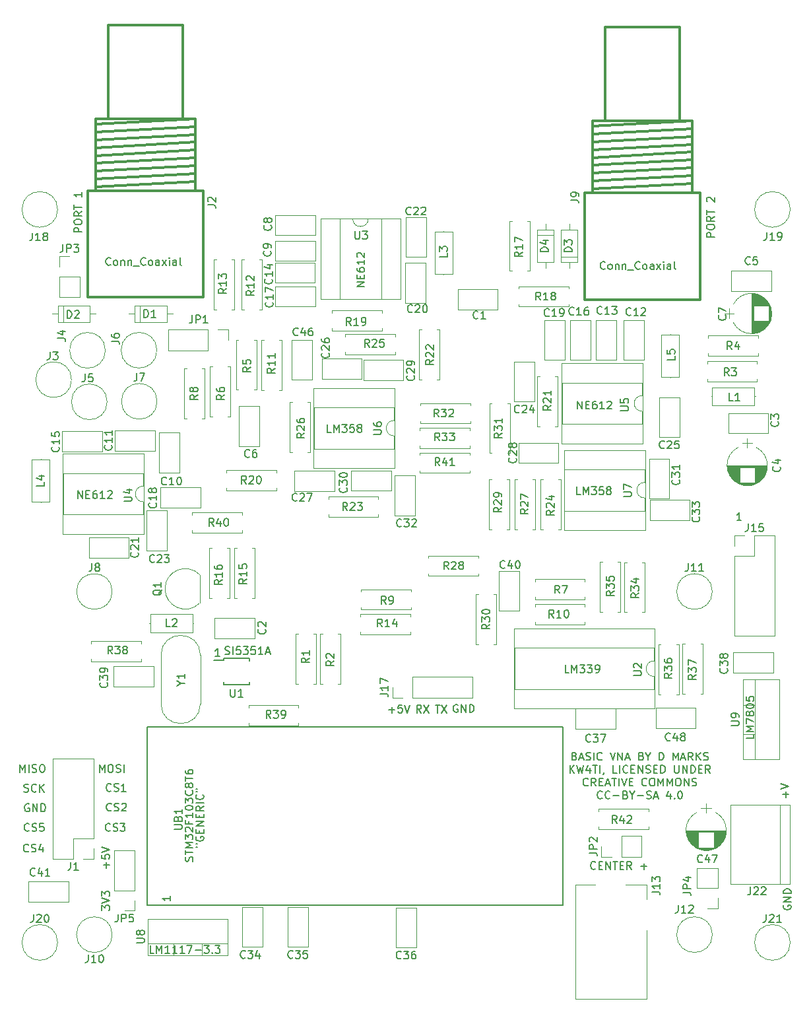
<source format=gbr>
G04 #@! TF.FileFunction,Legend,Top*
%FSLAX46Y46*%
G04 Gerber Fmt 4.6, Leading zero omitted, Abs format (unit mm)*
G04 Created by KiCad (PCBNEW 4.0.7) date 07/01/19 22:08:11*
%MOMM*%
%LPD*%
G01*
G04 APERTURE LIST*
%ADD10C,0.100000*%
%ADD11C,0.150000*%
%ADD12C,0.120000*%
%ADD13C,0.200000*%
%ADD14C,0.300000*%
G04 APERTURE END LIST*
D10*
D11*
X67654350Y-148381981D02*
X67178159Y-148381981D01*
X67178159Y-147381981D01*
X67987683Y-148381981D02*
X67987683Y-147381981D01*
X68321017Y-148096267D01*
X68654350Y-147381981D01*
X68654350Y-148381981D01*
X69654350Y-148381981D02*
X69082921Y-148381981D01*
X69368635Y-148381981D02*
X69368635Y-147381981D01*
X69273397Y-147524838D01*
X69178159Y-147620076D01*
X69082921Y-147667695D01*
X70606731Y-148381981D02*
X70035302Y-148381981D01*
X70321016Y-148381981D02*
X70321016Y-147381981D01*
X70225778Y-147524838D01*
X70130540Y-147620076D01*
X70035302Y-147667695D01*
X71559112Y-148381981D02*
X70987683Y-148381981D01*
X71273397Y-148381981D02*
X71273397Y-147381981D01*
X71178159Y-147524838D01*
X71082921Y-147620076D01*
X70987683Y-147667695D01*
X71892445Y-147381981D02*
X72559112Y-147381981D01*
X72130540Y-148381981D01*
X72940064Y-148001029D02*
X73701969Y-148001029D01*
X74082921Y-147381981D02*
X74701969Y-147381981D01*
X74368635Y-147762933D01*
X74511493Y-147762933D01*
X74606731Y-147810552D01*
X74654350Y-147858171D01*
X74701969Y-147953410D01*
X74701969Y-148191505D01*
X74654350Y-148286743D01*
X74606731Y-148334362D01*
X74511493Y-148381981D01*
X74225778Y-148381981D01*
X74130540Y-148334362D01*
X74082921Y-148286743D01*
X75130540Y-148286743D02*
X75178159Y-148334362D01*
X75130540Y-148381981D01*
X75082921Y-148334362D01*
X75130540Y-148286743D01*
X75130540Y-148381981D01*
X75511492Y-147381981D02*
X76130540Y-147381981D01*
X75797206Y-147762933D01*
X75940064Y-147762933D01*
X76035302Y-147810552D01*
X76082921Y-147858171D01*
X76130540Y-147953410D01*
X76130540Y-148191505D01*
X76082921Y-148286743D01*
X76035302Y-148334362D01*
X75940064Y-148381981D01*
X75654349Y-148381981D01*
X75559111Y-148334362D01*
X75511492Y-148286743D01*
X60973721Y-142868495D02*
X60973721Y-142249447D01*
X61354673Y-142582781D01*
X61354673Y-142439923D01*
X61402292Y-142344685D01*
X61449911Y-142297066D01*
X61545150Y-142249447D01*
X61783245Y-142249447D01*
X61878483Y-142297066D01*
X61926102Y-142344685D01*
X61973721Y-142439923D01*
X61973721Y-142725638D01*
X61926102Y-142820876D01*
X61878483Y-142868495D01*
X60973721Y-141963733D02*
X61973721Y-141630400D01*
X60973721Y-141297066D01*
X60973721Y-141058971D02*
X60973721Y-140439923D01*
X61354673Y-140773257D01*
X61354673Y-140630399D01*
X61402292Y-140535161D01*
X61449911Y-140487542D01*
X61545150Y-140439923D01*
X61783245Y-140439923D01*
X61878483Y-140487542D01*
X61926102Y-140535161D01*
X61973721Y-140630399D01*
X61973721Y-140916114D01*
X61926102Y-141011352D01*
X61878483Y-141058971D01*
X51630343Y-132640343D02*
X51582724Y-132687962D01*
X51439867Y-132735581D01*
X51344629Y-132735581D01*
X51201771Y-132687962D01*
X51106533Y-132592724D01*
X51058914Y-132497486D01*
X51011295Y-132307010D01*
X51011295Y-132164152D01*
X51058914Y-131973676D01*
X51106533Y-131878438D01*
X51201771Y-131783200D01*
X51344629Y-131735581D01*
X51439867Y-131735581D01*
X51582724Y-131783200D01*
X51630343Y-131830819D01*
X52011295Y-132687962D02*
X52154152Y-132735581D01*
X52392248Y-132735581D01*
X52487486Y-132687962D01*
X52535105Y-132640343D01*
X52582724Y-132545105D01*
X52582724Y-132449867D01*
X52535105Y-132354629D01*
X52487486Y-132307010D01*
X52392248Y-132259390D01*
X52201771Y-132211771D01*
X52106533Y-132164152D01*
X52058914Y-132116533D01*
X52011295Y-132021295D01*
X52011295Y-131926057D01*
X52058914Y-131830819D01*
X52106533Y-131783200D01*
X52201771Y-131735581D01*
X52439867Y-131735581D01*
X52582724Y-131783200D01*
X53487486Y-131735581D02*
X53011295Y-131735581D01*
X52963676Y-132211771D01*
X53011295Y-132164152D01*
X53106533Y-132116533D01*
X53344629Y-132116533D01*
X53439867Y-132164152D01*
X53487486Y-132211771D01*
X53535105Y-132307010D01*
X53535105Y-132545105D01*
X53487486Y-132640343D01*
X53439867Y-132687962D01*
X53344629Y-132735581D01*
X53106533Y-132735581D01*
X53011295Y-132687962D01*
X52963676Y-132640343D01*
X51554143Y-135307343D02*
X51506524Y-135354962D01*
X51363667Y-135402581D01*
X51268429Y-135402581D01*
X51125571Y-135354962D01*
X51030333Y-135259724D01*
X50982714Y-135164486D01*
X50935095Y-134974010D01*
X50935095Y-134831152D01*
X50982714Y-134640676D01*
X51030333Y-134545438D01*
X51125571Y-134450200D01*
X51268429Y-134402581D01*
X51363667Y-134402581D01*
X51506524Y-134450200D01*
X51554143Y-134497819D01*
X51935095Y-135354962D02*
X52077952Y-135402581D01*
X52316048Y-135402581D01*
X52411286Y-135354962D01*
X52458905Y-135307343D01*
X52506524Y-135212105D01*
X52506524Y-135116867D01*
X52458905Y-135021629D01*
X52411286Y-134974010D01*
X52316048Y-134926390D01*
X52125571Y-134878771D01*
X52030333Y-134831152D01*
X51982714Y-134783533D01*
X51935095Y-134688295D01*
X51935095Y-134593057D01*
X51982714Y-134497819D01*
X52030333Y-134450200D01*
X52125571Y-134402581D01*
X52363667Y-134402581D01*
X52506524Y-134450200D01*
X53363667Y-134735914D02*
X53363667Y-135402581D01*
X53125571Y-134354962D02*
X52887476Y-135069248D01*
X53506524Y-135069248D01*
X143003235Y-92877901D02*
X142431806Y-92877901D01*
X142717520Y-92877901D02*
X142717520Y-91877901D01*
X142622282Y-92020758D01*
X142527044Y-92115996D01*
X142431806Y-92163615D01*
X69756281Y-141065285D02*
X69756281Y-141636714D01*
X69756281Y-141351000D02*
X68756281Y-141351000D01*
X68899138Y-141446238D01*
X68994376Y-141541476D01*
X69041995Y-141636714D01*
X124304800Y-137529843D02*
X124257181Y-137577462D01*
X124114324Y-137625081D01*
X124019086Y-137625081D01*
X123876228Y-137577462D01*
X123780990Y-137482224D01*
X123733371Y-137386986D01*
X123685752Y-137196510D01*
X123685752Y-137053652D01*
X123733371Y-136863176D01*
X123780990Y-136767938D01*
X123876228Y-136672700D01*
X124019086Y-136625081D01*
X124114324Y-136625081D01*
X124257181Y-136672700D01*
X124304800Y-136720319D01*
X124733371Y-137101271D02*
X125066705Y-137101271D01*
X125209562Y-137625081D02*
X124733371Y-137625081D01*
X124733371Y-136625081D01*
X125209562Y-136625081D01*
X125638133Y-137625081D02*
X125638133Y-136625081D01*
X126209562Y-137625081D01*
X126209562Y-136625081D01*
X126542895Y-136625081D02*
X127114324Y-136625081D01*
X126828609Y-137625081D02*
X126828609Y-136625081D01*
X127447657Y-137101271D02*
X127780991Y-137101271D01*
X127923848Y-137625081D02*
X127447657Y-137625081D01*
X127447657Y-136625081D01*
X127923848Y-136625081D01*
X128923848Y-137625081D02*
X128590514Y-137148890D01*
X128352419Y-137625081D02*
X128352419Y-136625081D01*
X128733372Y-136625081D01*
X128828610Y-136672700D01*
X128876229Y-136720319D01*
X128923848Y-136815557D01*
X128923848Y-136958414D01*
X128876229Y-137053652D01*
X128828610Y-137101271D01*
X128733372Y-137148890D01*
X128352419Y-137148890D01*
X130114324Y-137244129D02*
X130876229Y-137244129D01*
X130495277Y-137625081D02*
X130495277Y-136863176D01*
X61554669Y-137467814D02*
X61554669Y-136705909D01*
X61935621Y-137086861D02*
X61173716Y-137086861D01*
X60935621Y-135753528D02*
X60935621Y-136229719D01*
X61411811Y-136277338D01*
X61364192Y-136229719D01*
X61316573Y-136134481D01*
X61316573Y-135896385D01*
X61364192Y-135801147D01*
X61411811Y-135753528D01*
X61507050Y-135705909D01*
X61745145Y-135705909D01*
X61840383Y-135753528D01*
X61888002Y-135801147D01*
X61935621Y-135896385D01*
X61935621Y-136134481D01*
X61888002Y-136229719D01*
X61840383Y-136277338D01*
X60935621Y-135420195D02*
X61935621Y-135086862D01*
X60935621Y-134753528D01*
X62034183Y-132640343D02*
X61986564Y-132687962D01*
X61843707Y-132735581D01*
X61748469Y-132735581D01*
X61605611Y-132687962D01*
X61510373Y-132592724D01*
X61462754Y-132497486D01*
X61415135Y-132307010D01*
X61415135Y-132164152D01*
X61462754Y-131973676D01*
X61510373Y-131878438D01*
X61605611Y-131783200D01*
X61748469Y-131735581D01*
X61843707Y-131735581D01*
X61986564Y-131783200D01*
X62034183Y-131830819D01*
X62415135Y-132687962D02*
X62557992Y-132735581D01*
X62796088Y-132735581D01*
X62891326Y-132687962D01*
X62938945Y-132640343D01*
X62986564Y-132545105D01*
X62986564Y-132449867D01*
X62938945Y-132354629D01*
X62891326Y-132307010D01*
X62796088Y-132259390D01*
X62605611Y-132211771D01*
X62510373Y-132164152D01*
X62462754Y-132116533D01*
X62415135Y-132021295D01*
X62415135Y-131926057D01*
X62462754Y-131830819D01*
X62510373Y-131783200D01*
X62605611Y-131735581D01*
X62843707Y-131735581D01*
X62986564Y-131783200D01*
X63319897Y-131735581D02*
X63938945Y-131735581D01*
X63605611Y-132116533D01*
X63748469Y-132116533D01*
X63843707Y-132164152D01*
X63891326Y-132211771D01*
X63938945Y-132307010D01*
X63938945Y-132545105D01*
X63891326Y-132640343D01*
X63843707Y-132687962D01*
X63748469Y-132735581D01*
X63462754Y-132735581D01*
X63367516Y-132687962D01*
X63319897Y-132640343D01*
X62186583Y-130049543D02*
X62138964Y-130097162D01*
X61996107Y-130144781D01*
X61900869Y-130144781D01*
X61758011Y-130097162D01*
X61662773Y-130001924D01*
X61615154Y-129906686D01*
X61567535Y-129716210D01*
X61567535Y-129573352D01*
X61615154Y-129382876D01*
X61662773Y-129287638D01*
X61758011Y-129192400D01*
X61900869Y-129144781D01*
X61996107Y-129144781D01*
X62138964Y-129192400D01*
X62186583Y-129240019D01*
X62567535Y-130097162D02*
X62710392Y-130144781D01*
X62948488Y-130144781D01*
X63043726Y-130097162D01*
X63091345Y-130049543D01*
X63138964Y-129954305D01*
X63138964Y-129859067D01*
X63091345Y-129763829D01*
X63043726Y-129716210D01*
X62948488Y-129668590D01*
X62758011Y-129620971D01*
X62662773Y-129573352D01*
X62615154Y-129525733D01*
X62567535Y-129430495D01*
X62567535Y-129335257D01*
X62615154Y-129240019D01*
X62662773Y-129192400D01*
X62758011Y-129144781D01*
X62996107Y-129144781D01*
X63138964Y-129192400D01*
X63519916Y-129240019D02*
X63567535Y-129192400D01*
X63662773Y-129144781D01*
X63900869Y-129144781D01*
X63996107Y-129192400D01*
X64043726Y-129240019D01*
X64091345Y-129335257D01*
X64091345Y-129430495D01*
X64043726Y-129573352D01*
X63472297Y-130144781D01*
X64091345Y-130144781D01*
X62145943Y-127534943D02*
X62098324Y-127582562D01*
X61955467Y-127630181D01*
X61860229Y-127630181D01*
X61717371Y-127582562D01*
X61622133Y-127487324D01*
X61574514Y-127392086D01*
X61526895Y-127201610D01*
X61526895Y-127058752D01*
X61574514Y-126868276D01*
X61622133Y-126773038D01*
X61717371Y-126677800D01*
X61860229Y-126630181D01*
X61955467Y-126630181D01*
X62098324Y-126677800D01*
X62145943Y-126725419D01*
X62526895Y-127582562D02*
X62669752Y-127630181D01*
X62907848Y-127630181D01*
X63003086Y-127582562D01*
X63050705Y-127534943D01*
X63098324Y-127439705D01*
X63098324Y-127344467D01*
X63050705Y-127249229D01*
X63003086Y-127201610D01*
X62907848Y-127153990D01*
X62717371Y-127106371D01*
X62622133Y-127058752D01*
X62574514Y-127011133D01*
X62526895Y-126915895D01*
X62526895Y-126820657D01*
X62574514Y-126725419D01*
X62622133Y-126677800D01*
X62717371Y-126630181D01*
X62955467Y-126630181D01*
X63098324Y-126677800D01*
X64050705Y-127630181D02*
X63479276Y-127630181D01*
X63764990Y-127630181D02*
X63764990Y-126630181D01*
X63669752Y-126773038D01*
X63574514Y-126868276D01*
X63479276Y-126915895D01*
X60648412Y-125191781D02*
X60648412Y-124191781D01*
X60981746Y-124906067D01*
X61315079Y-124191781D01*
X61315079Y-125191781D01*
X61981745Y-124191781D02*
X62172222Y-124191781D01*
X62267460Y-124239400D01*
X62362698Y-124334638D01*
X62410317Y-124525114D01*
X62410317Y-124858448D01*
X62362698Y-125048924D01*
X62267460Y-125144162D01*
X62172222Y-125191781D01*
X61981745Y-125191781D01*
X61886507Y-125144162D01*
X61791269Y-125048924D01*
X61743650Y-124858448D01*
X61743650Y-124525114D01*
X61791269Y-124334638D01*
X61886507Y-124239400D01*
X61981745Y-124191781D01*
X62791269Y-125144162D02*
X62934126Y-125191781D01*
X63172222Y-125191781D01*
X63267460Y-125144162D01*
X63315079Y-125096543D01*
X63362698Y-125001305D01*
X63362698Y-124906067D01*
X63315079Y-124810829D01*
X63267460Y-124763210D01*
X63172222Y-124715590D01*
X62981745Y-124667971D01*
X62886507Y-124620352D01*
X62838888Y-124572733D01*
X62791269Y-124477495D01*
X62791269Y-124382257D01*
X62838888Y-124287019D01*
X62886507Y-124239400D01*
X62981745Y-124191781D01*
X63219841Y-124191781D01*
X63362698Y-124239400D01*
X63791269Y-125191781D02*
X63791269Y-124191781D01*
X50447772Y-125179081D02*
X50447772Y-124179081D01*
X50781106Y-124893367D01*
X51114439Y-124179081D01*
X51114439Y-125179081D01*
X51590629Y-125179081D02*
X51590629Y-124179081D01*
X52019200Y-125131462D02*
X52162057Y-125179081D01*
X52400153Y-125179081D01*
X52495391Y-125131462D01*
X52543010Y-125083843D01*
X52590629Y-124988605D01*
X52590629Y-124893367D01*
X52543010Y-124798129D01*
X52495391Y-124750510D01*
X52400153Y-124702890D01*
X52209676Y-124655271D01*
X52114438Y-124607652D01*
X52066819Y-124560033D01*
X52019200Y-124464795D01*
X52019200Y-124369557D01*
X52066819Y-124274319D01*
X52114438Y-124226700D01*
X52209676Y-124179081D01*
X52447772Y-124179081D01*
X52590629Y-124226700D01*
X53209676Y-124179081D02*
X53400153Y-124179081D01*
X53495391Y-124226700D01*
X53590629Y-124321938D01*
X53638248Y-124512414D01*
X53638248Y-124845748D01*
X53590629Y-125036224D01*
X53495391Y-125131462D01*
X53400153Y-125179081D01*
X53209676Y-125179081D01*
X53114438Y-125131462D01*
X53019200Y-125036224D01*
X52971581Y-124845748D01*
X52971581Y-124512414D01*
X53019200Y-124321938D01*
X53114438Y-124226700D01*
X53209676Y-124179081D01*
X51628136Y-129268600D02*
X51532898Y-129220981D01*
X51390041Y-129220981D01*
X51247183Y-129268600D01*
X51151945Y-129363838D01*
X51104326Y-129459076D01*
X51056707Y-129649552D01*
X51056707Y-129792410D01*
X51104326Y-129982886D01*
X51151945Y-130078124D01*
X51247183Y-130173362D01*
X51390041Y-130220981D01*
X51485279Y-130220981D01*
X51628136Y-130173362D01*
X51675755Y-130125743D01*
X51675755Y-129792410D01*
X51485279Y-129792410D01*
X52104326Y-130220981D02*
X52104326Y-129220981D01*
X52675755Y-130220981D01*
X52675755Y-129220981D01*
X53151945Y-130220981D02*
X53151945Y-129220981D01*
X53390040Y-129220981D01*
X53532898Y-129268600D01*
X53628136Y-129363838D01*
X53675755Y-129459076D01*
X53723374Y-129649552D01*
X53723374Y-129792410D01*
X53675755Y-129982886D01*
X53628136Y-130078124D01*
X53532898Y-130173362D01*
X53390040Y-130220981D01*
X53151945Y-130220981D01*
X50977326Y-127658762D02*
X51120183Y-127706381D01*
X51358279Y-127706381D01*
X51453517Y-127658762D01*
X51501136Y-127611143D01*
X51548755Y-127515905D01*
X51548755Y-127420667D01*
X51501136Y-127325429D01*
X51453517Y-127277810D01*
X51358279Y-127230190D01*
X51167802Y-127182571D01*
X51072564Y-127134952D01*
X51024945Y-127087333D01*
X50977326Y-126992095D01*
X50977326Y-126896857D01*
X51024945Y-126801619D01*
X51072564Y-126754000D01*
X51167802Y-126706381D01*
X51405898Y-126706381D01*
X51548755Y-126754000D01*
X52548755Y-127611143D02*
X52501136Y-127658762D01*
X52358279Y-127706381D01*
X52263041Y-127706381D01*
X52120183Y-127658762D01*
X52024945Y-127563524D01*
X51977326Y-127468286D01*
X51929707Y-127277810D01*
X51929707Y-127134952D01*
X51977326Y-126944476D01*
X52024945Y-126849238D01*
X52120183Y-126754000D01*
X52263041Y-126706381D01*
X52358279Y-126706381D01*
X52501136Y-126754000D01*
X52548755Y-126801619D01*
X52977326Y-127706381D02*
X52977326Y-126706381D01*
X53548755Y-127706381D02*
X53120183Y-127134952D01*
X53548755Y-126706381D02*
X52977326Y-127277810D01*
X144622781Y-120317306D02*
X144622781Y-120793497D01*
X143622781Y-120793497D01*
X144622781Y-119983973D02*
X143622781Y-119983973D01*
X144337067Y-119650639D01*
X143622781Y-119317306D01*
X144622781Y-119317306D01*
X143622781Y-118936354D02*
X143622781Y-118269687D01*
X144622781Y-118698259D01*
X144051352Y-117745878D02*
X144003733Y-117841116D01*
X143956114Y-117888735D01*
X143860876Y-117936354D01*
X143813257Y-117936354D01*
X143718019Y-117888735D01*
X143670400Y-117841116D01*
X143622781Y-117745878D01*
X143622781Y-117555401D01*
X143670400Y-117460163D01*
X143718019Y-117412544D01*
X143813257Y-117364925D01*
X143860876Y-117364925D01*
X143956114Y-117412544D01*
X144003733Y-117460163D01*
X144051352Y-117555401D01*
X144051352Y-117745878D01*
X144098971Y-117841116D01*
X144146590Y-117888735D01*
X144241829Y-117936354D01*
X144432305Y-117936354D01*
X144527543Y-117888735D01*
X144575162Y-117841116D01*
X144622781Y-117745878D01*
X144622781Y-117555401D01*
X144575162Y-117460163D01*
X144527543Y-117412544D01*
X144432305Y-117364925D01*
X144241829Y-117364925D01*
X144146590Y-117412544D01*
X144098971Y-117460163D01*
X144051352Y-117555401D01*
X143622781Y-116745878D02*
X143622781Y-116650639D01*
X143670400Y-116555401D01*
X143718019Y-116507782D01*
X143813257Y-116460163D01*
X144003733Y-116412544D01*
X144241829Y-116412544D01*
X144432305Y-116460163D01*
X144527543Y-116507782D01*
X144575162Y-116555401D01*
X144622781Y-116650639D01*
X144622781Y-116745878D01*
X144575162Y-116841116D01*
X144527543Y-116888735D01*
X144432305Y-116936354D01*
X144241829Y-116983973D01*
X144003733Y-116983973D01*
X143813257Y-116936354D01*
X143718019Y-116888735D01*
X143670400Y-116841116D01*
X143622781Y-116745878D01*
X143622781Y-115507782D02*
X143622781Y-115983973D01*
X144098971Y-116031592D01*
X144051352Y-115983973D01*
X144003733Y-115888735D01*
X144003733Y-115650639D01*
X144051352Y-115555401D01*
X144098971Y-115507782D01*
X144194210Y-115460163D01*
X144432305Y-115460163D01*
X144527543Y-115507782D01*
X144575162Y-115555401D01*
X144622781Y-115650639D01*
X144622781Y-115888735D01*
X144575162Y-115983973D01*
X144527543Y-116031592D01*
X139558021Y-56524210D02*
X138558021Y-56524210D01*
X138558021Y-56143257D01*
X138605640Y-56048019D01*
X138653259Y-56000400D01*
X138748497Y-55952781D01*
X138891354Y-55952781D01*
X138986592Y-56000400D01*
X139034211Y-56048019D01*
X139081830Y-56143257D01*
X139081830Y-56524210D01*
X138558021Y-55333734D02*
X138558021Y-55143257D01*
X138605640Y-55048019D01*
X138700878Y-54952781D01*
X138891354Y-54905162D01*
X139224688Y-54905162D01*
X139415164Y-54952781D01*
X139510402Y-55048019D01*
X139558021Y-55143257D01*
X139558021Y-55333734D01*
X139510402Y-55428972D01*
X139415164Y-55524210D01*
X139224688Y-55571829D01*
X138891354Y-55571829D01*
X138700878Y-55524210D01*
X138605640Y-55428972D01*
X138558021Y-55333734D01*
X139558021Y-53905162D02*
X139081830Y-54238496D01*
X139558021Y-54476591D02*
X138558021Y-54476591D01*
X138558021Y-54095638D01*
X138605640Y-54000400D01*
X138653259Y-53952781D01*
X138748497Y-53905162D01*
X138891354Y-53905162D01*
X138986592Y-53952781D01*
X139034211Y-54000400D01*
X139081830Y-54095638D01*
X139081830Y-54476591D01*
X138558021Y-53619448D02*
X138558021Y-53048019D01*
X139558021Y-53333734D02*
X138558021Y-53333734D01*
X138653259Y-52000400D02*
X138605640Y-51952781D01*
X138558021Y-51857543D01*
X138558021Y-51619447D01*
X138605640Y-51524209D01*
X138653259Y-51476590D01*
X138748497Y-51428971D01*
X138843735Y-51428971D01*
X138986592Y-51476590D01*
X139558021Y-52048019D01*
X139558021Y-51428971D01*
X58405021Y-55889210D02*
X57405021Y-55889210D01*
X57405021Y-55508257D01*
X57452640Y-55413019D01*
X57500259Y-55365400D01*
X57595497Y-55317781D01*
X57738354Y-55317781D01*
X57833592Y-55365400D01*
X57881211Y-55413019D01*
X57928830Y-55508257D01*
X57928830Y-55889210D01*
X57405021Y-54698734D02*
X57405021Y-54508257D01*
X57452640Y-54413019D01*
X57547878Y-54317781D01*
X57738354Y-54270162D01*
X58071688Y-54270162D01*
X58262164Y-54317781D01*
X58357402Y-54413019D01*
X58405021Y-54508257D01*
X58405021Y-54698734D01*
X58357402Y-54793972D01*
X58262164Y-54889210D01*
X58071688Y-54936829D01*
X57738354Y-54936829D01*
X57547878Y-54889210D01*
X57452640Y-54793972D01*
X57405021Y-54698734D01*
X58405021Y-53270162D02*
X57928830Y-53603496D01*
X58405021Y-53841591D02*
X57405021Y-53841591D01*
X57405021Y-53460638D01*
X57452640Y-53365400D01*
X57500259Y-53317781D01*
X57595497Y-53270162D01*
X57738354Y-53270162D01*
X57833592Y-53317781D01*
X57881211Y-53365400D01*
X57928830Y-53460638D01*
X57928830Y-53841591D01*
X57405021Y-52984448D02*
X57405021Y-52413019D01*
X58405021Y-52698734D02*
X57405021Y-52698734D01*
X58405021Y-50793971D02*
X58405021Y-51365400D01*
X58405021Y-51079686D02*
X57405021Y-51079686D01*
X57547878Y-51174924D01*
X57643116Y-51270162D01*
X57690735Y-51365400D01*
X101941334Y-117546381D02*
X101608000Y-117070190D01*
X101369905Y-117546381D02*
X101369905Y-116546381D01*
X101750858Y-116546381D01*
X101846096Y-116594000D01*
X101893715Y-116641619D01*
X101941334Y-116736857D01*
X101941334Y-116879714D01*
X101893715Y-116974952D01*
X101846096Y-117022571D01*
X101750858Y-117070190D01*
X101369905Y-117070190D01*
X102274667Y-116546381D02*
X102941334Y-117546381D01*
X102941334Y-116546381D02*
X102274667Y-117546381D01*
X103759095Y-116546381D02*
X104330524Y-116546381D01*
X104044809Y-117546381D02*
X104044809Y-116546381D01*
X104568619Y-116546381D02*
X105235286Y-117546381D01*
X105235286Y-116546381D02*
X104568619Y-117546381D01*
X97774286Y-117165429D02*
X98536191Y-117165429D01*
X98155239Y-117546381D02*
X98155239Y-116784476D01*
X99488572Y-116546381D02*
X99012381Y-116546381D01*
X98964762Y-117022571D01*
X99012381Y-116974952D01*
X99107619Y-116927333D01*
X99345715Y-116927333D01*
X99440953Y-116974952D01*
X99488572Y-117022571D01*
X99536191Y-117117810D01*
X99536191Y-117355905D01*
X99488572Y-117451143D01*
X99440953Y-117498762D01*
X99345715Y-117546381D01*
X99107619Y-117546381D01*
X99012381Y-117498762D01*
X98964762Y-117451143D01*
X99821905Y-116546381D02*
X100155238Y-117546381D01*
X100488572Y-116546381D01*
X106611516Y-116540660D02*
X106516278Y-116493041D01*
X106373421Y-116493041D01*
X106230563Y-116540660D01*
X106135325Y-116635898D01*
X106087706Y-116731136D01*
X106040087Y-116921612D01*
X106040087Y-117064470D01*
X106087706Y-117254946D01*
X106135325Y-117350184D01*
X106230563Y-117445422D01*
X106373421Y-117493041D01*
X106468659Y-117493041D01*
X106611516Y-117445422D01*
X106659135Y-117397803D01*
X106659135Y-117064470D01*
X106468659Y-117064470D01*
X107087706Y-117493041D02*
X107087706Y-116493041D01*
X107659135Y-117493041D01*
X107659135Y-116493041D01*
X108135325Y-117493041D02*
X108135325Y-116493041D01*
X108373420Y-116493041D01*
X108516278Y-116540660D01*
X108611516Y-116635898D01*
X108659135Y-116731136D01*
X108706754Y-116921612D01*
X108706754Y-117064470D01*
X108659135Y-117254946D01*
X108611516Y-117350184D01*
X108516278Y-117445422D01*
X108373420Y-117493041D01*
X108135325Y-117493041D01*
X76086935Y-110312461D02*
X75515506Y-110312461D01*
X75801220Y-110312461D02*
X75801220Y-109312461D01*
X75705982Y-109455318D01*
X75610744Y-109550556D01*
X75515506Y-109598175D01*
X76771857Y-110018462D02*
X76914714Y-110066081D01*
X77152810Y-110066081D01*
X77248048Y-110018462D01*
X77295667Y-109970843D01*
X77343286Y-109875605D01*
X77343286Y-109780367D01*
X77295667Y-109685129D01*
X77248048Y-109637510D01*
X77152810Y-109589890D01*
X76962333Y-109542271D01*
X76867095Y-109494652D01*
X76819476Y-109447033D01*
X76771857Y-109351795D01*
X76771857Y-109256557D01*
X76819476Y-109161319D01*
X76867095Y-109113700D01*
X76962333Y-109066081D01*
X77200429Y-109066081D01*
X77343286Y-109113700D01*
X77771857Y-110066081D02*
X77771857Y-109066081D01*
X78724238Y-109066081D02*
X78248047Y-109066081D01*
X78200428Y-109542271D01*
X78248047Y-109494652D01*
X78343285Y-109447033D01*
X78581381Y-109447033D01*
X78676619Y-109494652D01*
X78724238Y-109542271D01*
X78771857Y-109637510D01*
X78771857Y-109875605D01*
X78724238Y-109970843D01*
X78676619Y-110018462D01*
X78581381Y-110066081D01*
X78343285Y-110066081D01*
X78248047Y-110018462D01*
X78200428Y-109970843D01*
X79105190Y-109066081D02*
X79724238Y-109066081D01*
X79390904Y-109447033D01*
X79533762Y-109447033D01*
X79629000Y-109494652D01*
X79676619Y-109542271D01*
X79724238Y-109637510D01*
X79724238Y-109875605D01*
X79676619Y-109970843D01*
X79629000Y-110018462D01*
X79533762Y-110066081D01*
X79248047Y-110066081D01*
X79152809Y-110018462D01*
X79105190Y-109970843D01*
X80629000Y-109066081D02*
X80152809Y-109066081D01*
X80105190Y-109542271D01*
X80152809Y-109494652D01*
X80248047Y-109447033D01*
X80486143Y-109447033D01*
X80581381Y-109494652D01*
X80629000Y-109542271D01*
X80676619Y-109637510D01*
X80676619Y-109875605D01*
X80629000Y-109970843D01*
X80581381Y-110018462D01*
X80486143Y-110066081D01*
X80248047Y-110066081D01*
X80152809Y-110018462D01*
X80105190Y-109970843D01*
X81629000Y-110066081D02*
X81057571Y-110066081D01*
X81343285Y-110066081D02*
X81343285Y-109066081D01*
X81248047Y-109208938D01*
X81152809Y-109304176D01*
X81057571Y-109351795D01*
X82009952Y-109780367D02*
X82486143Y-109780367D01*
X81914714Y-110066081D02*
X82248047Y-109066081D01*
X82581381Y-110066081D01*
X121606088Y-123107371D02*
X121748945Y-123154990D01*
X121796564Y-123202610D01*
X121844183Y-123297848D01*
X121844183Y-123440705D01*
X121796564Y-123535943D01*
X121748945Y-123583562D01*
X121653707Y-123631181D01*
X121272754Y-123631181D01*
X121272754Y-122631181D01*
X121606088Y-122631181D01*
X121701326Y-122678800D01*
X121748945Y-122726419D01*
X121796564Y-122821657D01*
X121796564Y-122916895D01*
X121748945Y-123012133D01*
X121701326Y-123059752D01*
X121606088Y-123107371D01*
X121272754Y-123107371D01*
X122225135Y-123345467D02*
X122701326Y-123345467D01*
X122129897Y-123631181D02*
X122463230Y-122631181D01*
X122796564Y-123631181D01*
X123082278Y-123583562D02*
X123225135Y-123631181D01*
X123463231Y-123631181D01*
X123558469Y-123583562D01*
X123606088Y-123535943D01*
X123653707Y-123440705D01*
X123653707Y-123345467D01*
X123606088Y-123250229D01*
X123558469Y-123202610D01*
X123463231Y-123154990D01*
X123272754Y-123107371D01*
X123177516Y-123059752D01*
X123129897Y-123012133D01*
X123082278Y-122916895D01*
X123082278Y-122821657D01*
X123129897Y-122726419D01*
X123177516Y-122678800D01*
X123272754Y-122631181D01*
X123510850Y-122631181D01*
X123653707Y-122678800D01*
X124082278Y-123631181D02*
X124082278Y-122631181D01*
X125129897Y-123535943D02*
X125082278Y-123583562D01*
X124939421Y-123631181D01*
X124844183Y-123631181D01*
X124701325Y-123583562D01*
X124606087Y-123488324D01*
X124558468Y-123393086D01*
X124510849Y-123202610D01*
X124510849Y-123059752D01*
X124558468Y-122869276D01*
X124606087Y-122774038D01*
X124701325Y-122678800D01*
X124844183Y-122631181D01*
X124939421Y-122631181D01*
X125082278Y-122678800D01*
X125129897Y-122726419D01*
X126177516Y-122631181D02*
X126510849Y-123631181D01*
X126844183Y-122631181D01*
X127177516Y-123631181D02*
X127177516Y-122631181D01*
X127748945Y-123631181D01*
X127748945Y-122631181D01*
X128177516Y-123345467D02*
X128653707Y-123345467D01*
X128082278Y-123631181D02*
X128415611Y-122631181D01*
X128748945Y-123631181D01*
X130177517Y-123107371D02*
X130320374Y-123154990D01*
X130367993Y-123202610D01*
X130415612Y-123297848D01*
X130415612Y-123440705D01*
X130367993Y-123535943D01*
X130320374Y-123583562D01*
X130225136Y-123631181D01*
X129844183Y-123631181D01*
X129844183Y-122631181D01*
X130177517Y-122631181D01*
X130272755Y-122678800D01*
X130320374Y-122726419D01*
X130367993Y-122821657D01*
X130367993Y-122916895D01*
X130320374Y-123012133D01*
X130272755Y-123059752D01*
X130177517Y-123107371D01*
X129844183Y-123107371D01*
X131034659Y-123154990D02*
X131034659Y-123631181D01*
X130701326Y-122631181D02*
X131034659Y-123154990D01*
X131367993Y-122631181D01*
X132463231Y-123631181D02*
X132463231Y-122631181D01*
X132701326Y-122631181D01*
X132844184Y-122678800D01*
X132939422Y-122774038D01*
X132987041Y-122869276D01*
X133034660Y-123059752D01*
X133034660Y-123202610D01*
X132987041Y-123393086D01*
X132939422Y-123488324D01*
X132844184Y-123583562D01*
X132701326Y-123631181D01*
X132463231Y-123631181D01*
X134225136Y-123631181D02*
X134225136Y-122631181D01*
X134558470Y-123345467D01*
X134891803Y-122631181D01*
X134891803Y-123631181D01*
X135320374Y-123345467D02*
X135796565Y-123345467D01*
X135225136Y-123631181D02*
X135558469Y-122631181D01*
X135891803Y-123631181D01*
X136796565Y-123631181D02*
X136463231Y-123154990D01*
X136225136Y-123631181D02*
X136225136Y-122631181D01*
X136606089Y-122631181D01*
X136701327Y-122678800D01*
X136748946Y-122726419D01*
X136796565Y-122821657D01*
X136796565Y-122964514D01*
X136748946Y-123059752D01*
X136701327Y-123107371D01*
X136606089Y-123154990D01*
X136225136Y-123154990D01*
X137225136Y-123631181D02*
X137225136Y-122631181D01*
X137796565Y-123631181D02*
X137367993Y-123059752D01*
X137796565Y-122631181D02*
X137225136Y-123202610D01*
X138177517Y-123583562D02*
X138320374Y-123631181D01*
X138558470Y-123631181D01*
X138653708Y-123583562D01*
X138701327Y-123535943D01*
X138748946Y-123440705D01*
X138748946Y-123345467D01*
X138701327Y-123250229D01*
X138653708Y-123202610D01*
X138558470Y-123154990D01*
X138367993Y-123107371D01*
X138272755Y-123059752D01*
X138225136Y-123012133D01*
X138177517Y-122916895D01*
X138177517Y-122821657D01*
X138225136Y-122726419D01*
X138272755Y-122678800D01*
X138367993Y-122631181D01*
X138606089Y-122631181D01*
X138748946Y-122678800D01*
X121010850Y-125281181D02*
X121010850Y-124281181D01*
X121582279Y-125281181D02*
X121153707Y-124709752D01*
X121582279Y-124281181D02*
X121010850Y-124852610D01*
X121915612Y-124281181D02*
X122153707Y-125281181D01*
X122344184Y-124566895D01*
X122534660Y-125281181D01*
X122772755Y-124281181D01*
X123582279Y-124614514D02*
X123582279Y-125281181D01*
X123344183Y-124233562D02*
X123106088Y-124947848D01*
X123725136Y-124947848D01*
X123963231Y-124281181D02*
X124534660Y-124281181D01*
X124248945Y-125281181D02*
X124248945Y-124281181D01*
X124867993Y-125281181D02*
X124867993Y-124281181D01*
X125391802Y-125233562D02*
X125391802Y-125281181D01*
X125344183Y-125376419D01*
X125296564Y-125424038D01*
X127058469Y-125281181D02*
X126582278Y-125281181D01*
X126582278Y-124281181D01*
X127391802Y-125281181D02*
X127391802Y-124281181D01*
X128439421Y-125185943D02*
X128391802Y-125233562D01*
X128248945Y-125281181D01*
X128153707Y-125281181D01*
X128010849Y-125233562D01*
X127915611Y-125138324D01*
X127867992Y-125043086D01*
X127820373Y-124852610D01*
X127820373Y-124709752D01*
X127867992Y-124519276D01*
X127915611Y-124424038D01*
X128010849Y-124328800D01*
X128153707Y-124281181D01*
X128248945Y-124281181D01*
X128391802Y-124328800D01*
X128439421Y-124376419D01*
X128867992Y-124757371D02*
X129201326Y-124757371D01*
X129344183Y-125281181D02*
X128867992Y-125281181D01*
X128867992Y-124281181D01*
X129344183Y-124281181D01*
X129772754Y-125281181D02*
X129772754Y-124281181D01*
X130344183Y-125281181D01*
X130344183Y-124281181D01*
X130772754Y-125233562D02*
X130915611Y-125281181D01*
X131153707Y-125281181D01*
X131248945Y-125233562D01*
X131296564Y-125185943D01*
X131344183Y-125090705D01*
X131344183Y-124995467D01*
X131296564Y-124900229D01*
X131248945Y-124852610D01*
X131153707Y-124804990D01*
X130963230Y-124757371D01*
X130867992Y-124709752D01*
X130820373Y-124662133D01*
X130772754Y-124566895D01*
X130772754Y-124471657D01*
X130820373Y-124376419D01*
X130867992Y-124328800D01*
X130963230Y-124281181D01*
X131201326Y-124281181D01*
X131344183Y-124328800D01*
X131772754Y-124757371D02*
X132106088Y-124757371D01*
X132248945Y-125281181D02*
X131772754Y-125281181D01*
X131772754Y-124281181D01*
X132248945Y-124281181D01*
X132677516Y-125281181D02*
X132677516Y-124281181D01*
X132915611Y-124281181D01*
X133058469Y-124328800D01*
X133153707Y-124424038D01*
X133201326Y-124519276D01*
X133248945Y-124709752D01*
X133248945Y-124852610D01*
X133201326Y-125043086D01*
X133153707Y-125138324D01*
X133058469Y-125233562D01*
X132915611Y-125281181D01*
X132677516Y-125281181D01*
X134439421Y-124281181D02*
X134439421Y-125090705D01*
X134487040Y-125185943D01*
X134534659Y-125233562D01*
X134629897Y-125281181D01*
X134820374Y-125281181D01*
X134915612Y-125233562D01*
X134963231Y-125185943D01*
X135010850Y-125090705D01*
X135010850Y-124281181D01*
X135487040Y-125281181D02*
X135487040Y-124281181D01*
X136058469Y-125281181D01*
X136058469Y-124281181D01*
X136534659Y-125281181D02*
X136534659Y-124281181D01*
X136772754Y-124281181D01*
X136915612Y-124328800D01*
X137010850Y-124424038D01*
X137058469Y-124519276D01*
X137106088Y-124709752D01*
X137106088Y-124852610D01*
X137058469Y-125043086D01*
X137010850Y-125138324D01*
X136915612Y-125233562D01*
X136772754Y-125281181D01*
X136534659Y-125281181D01*
X137534659Y-124757371D02*
X137867993Y-124757371D01*
X138010850Y-125281181D02*
X137534659Y-125281181D01*
X137534659Y-124281181D01*
X138010850Y-124281181D01*
X139010850Y-125281181D02*
X138677516Y-124804990D01*
X138439421Y-125281181D02*
X138439421Y-124281181D01*
X138820374Y-124281181D01*
X138915612Y-124328800D01*
X138963231Y-124376419D01*
X139010850Y-124471657D01*
X139010850Y-124614514D01*
X138963231Y-124709752D01*
X138915612Y-124757371D01*
X138820374Y-124804990D01*
X138439421Y-124804990D01*
X123344183Y-126835943D02*
X123296564Y-126883562D01*
X123153707Y-126931181D01*
X123058469Y-126931181D01*
X122915611Y-126883562D01*
X122820373Y-126788324D01*
X122772754Y-126693086D01*
X122725135Y-126502610D01*
X122725135Y-126359752D01*
X122772754Y-126169276D01*
X122820373Y-126074038D01*
X122915611Y-125978800D01*
X123058469Y-125931181D01*
X123153707Y-125931181D01*
X123296564Y-125978800D01*
X123344183Y-126026419D01*
X124344183Y-126931181D02*
X124010849Y-126454990D01*
X123772754Y-126931181D02*
X123772754Y-125931181D01*
X124153707Y-125931181D01*
X124248945Y-125978800D01*
X124296564Y-126026419D01*
X124344183Y-126121657D01*
X124344183Y-126264514D01*
X124296564Y-126359752D01*
X124248945Y-126407371D01*
X124153707Y-126454990D01*
X123772754Y-126454990D01*
X124772754Y-126407371D02*
X125106088Y-126407371D01*
X125248945Y-126931181D02*
X124772754Y-126931181D01*
X124772754Y-125931181D01*
X125248945Y-125931181D01*
X125629897Y-126645467D02*
X126106088Y-126645467D01*
X125534659Y-126931181D02*
X125867992Y-125931181D01*
X126201326Y-126931181D01*
X126391802Y-125931181D02*
X126963231Y-125931181D01*
X126677516Y-126931181D02*
X126677516Y-125931181D01*
X127296564Y-126931181D02*
X127296564Y-125931181D01*
X127629897Y-125931181D02*
X127963230Y-126931181D01*
X128296564Y-125931181D01*
X128629897Y-126407371D02*
X128963231Y-126407371D01*
X129106088Y-126931181D02*
X128629897Y-126931181D01*
X128629897Y-125931181D01*
X129106088Y-125931181D01*
X130867993Y-126835943D02*
X130820374Y-126883562D01*
X130677517Y-126931181D01*
X130582279Y-126931181D01*
X130439421Y-126883562D01*
X130344183Y-126788324D01*
X130296564Y-126693086D01*
X130248945Y-126502610D01*
X130248945Y-126359752D01*
X130296564Y-126169276D01*
X130344183Y-126074038D01*
X130439421Y-125978800D01*
X130582279Y-125931181D01*
X130677517Y-125931181D01*
X130820374Y-125978800D01*
X130867993Y-126026419D01*
X131487040Y-125931181D02*
X131677517Y-125931181D01*
X131772755Y-125978800D01*
X131867993Y-126074038D01*
X131915612Y-126264514D01*
X131915612Y-126597848D01*
X131867993Y-126788324D01*
X131772755Y-126883562D01*
X131677517Y-126931181D01*
X131487040Y-126931181D01*
X131391802Y-126883562D01*
X131296564Y-126788324D01*
X131248945Y-126597848D01*
X131248945Y-126264514D01*
X131296564Y-126074038D01*
X131391802Y-125978800D01*
X131487040Y-125931181D01*
X132344183Y-126931181D02*
X132344183Y-125931181D01*
X132677517Y-126645467D01*
X133010850Y-125931181D01*
X133010850Y-126931181D01*
X133487040Y-126931181D02*
X133487040Y-125931181D01*
X133820374Y-126645467D01*
X134153707Y-125931181D01*
X134153707Y-126931181D01*
X134820373Y-125931181D02*
X135010850Y-125931181D01*
X135106088Y-125978800D01*
X135201326Y-126074038D01*
X135248945Y-126264514D01*
X135248945Y-126597848D01*
X135201326Y-126788324D01*
X135106088Y-126883562D01*
X135010850Y-126931181D01*
X134820373Y-126931181D01*
X134725135Y-126883562D01*
X134629897Y-126788324D01*
X134582278Y-126597848D01*
X134582278Y-126264514D01*
X134629897Y-126074038D01*
X134725135Y-125978800D01*
X134820373Y-125931181D01*
X135677516Y-126931181D02*
X135677516Y-125931181D01*
X136248945Y-126931181D01*
X136248945Y-125931181D01*
X136677516Y-126883562D02*
X136820373Y-126931181D01*
X137058469Y-126931181D01*
X137153707Y-126883562D01*
X137201326Y-126835943D01*
X137248945Y-126740705D01*
X137248945Y-126645467D01*
X137201326Y-126550229D01*
X137153707Y-126502610D01*
X137058469Y-126454990D01*
X136867992Y-126407371D01*
X136772754Y-126359752D01*
X136725135Y-126312133D01*
X136677516Y-126216895D01*
X136677516Y-126121657D01*
X136725135Y-126026419D01*
X136772754Y-125978800D01*
X136867992Y-125931181D01*
X137106088Y-125931181D01*
X137248945Y-125978800D01*
X125153707Y-128485943D02*
X125106088Y-128533562D01*
X124963231Y-128581181D01*
X124867993Y-128581181D01*
X124725135Y-128533562D01*
X124629897Y-128438324D01*
X124582278Y-128343086D01*
X124534659Y-128152610D01*
X124534659Y-128009752D01*
X124582278Y-127819276D01*
X124629897Y-127724038D01*
X124725135Y-127628800D01*
X124867993Y-127581181D01*
X124963231Y-127581181D01*
X125106088Y-127628800D01*
X125153707Y-127676419D01*
X126153707Y-128485943D02*
X126106088Y-128533562D01*
X125963231Y-128581181D01*
X125867993Y-128581181D01*
X125725135Y-128533562D01*
X125629897Y-128438324D01*
X125582278Y-128343086D01*
X125534659Y-128152610D01*
X125534659Y-128009752D01*
X125582278Y-127819276D01*
X125629897Y-127724038D01*
X125725135Y-127628800D01*
X125867993Y-127581181D01*
X125963231Y-127581181D01*
X126106088Y-127628800D01*
X126153707Y-127676419D01*
X126582278Y-128200229D02*
X127344183Y-128200229D01*
X128153707Y-128057371D02*
X128296564Y-128104990D01*
X128344183Y-128152610D01*
X128391802Y-128247848D01*
X128391802Y-128390705D01*
X128344183Y-128485943D01*
X128296564Y-128533562D01*
X128201326Y-128581181D01*
X127820373Y-128581181D01*
X127820373Y-127581181D01*
X128153707Y-127581181D01*
X128248945Y-127628800D01*
X128296564Y-127676419D01*
X128344183Y-127771657D01*
X128344183Y-127866895D01*
X128296564Y-127962133D01*
X128248945Y-128009752D01*
X128153707Y-128057371D01*
X127820373Y-128057371D01*
X129010849Y-128104990D02*
X129010849Y-128581181D01*
X128677516Y-127581181D02*
X129010849Y-128104990D01*
X129344183Y-127581181D01*
X129677516Y-128200229D02*
X130439421Y-128200229D01*
X130867992Y-128533562D02*
X131010849Y-128581181D01*
X131248945Y-128581181D01*
X131344183Y-128533562D01*
X131391802Y-128485943D01*
X131439421Y-128390705D01*
X131439421Y-128295467D01*
X131391802Y-128200229D01*
X131344183Y-128152610D01*
X131248945Y-128104990D01*
X131058468Y-128057371D01*
X130963230Y-128009752D01*
X130915611Y-127962133D01*
X130867992Y-127866895D01*
X130867992Y-127771657D01*
X130915611Y-127676419D01*
X130963230Y-127628800D01*
X131058468Y-127581181D01*
X131296564Y-127581181D01*
X131439421Y-127628800D01*
X131820373Y-128295467D02*
X132296564Y-128295467D01*
X131725135Y-128581181D02*
X132058468Y-127581181D01*
X132391802Y-128581181D01*
X133915612Y-127914514D02*
X133915612Y-128581181D01*
X133677516Y-127533562D02*
X133439421Y-128247848D01*
X134058469Y-128247848D01*
X134439421Y-128485943D02*
X134487040Y-128533562D01*
X134439421Y-128581181D01*
X134391802Y-128533562D01*
X134439421Y-128485943D01*
X134439421Y-128581181D01*
X135106087Y-127581181D02*
X135201326Y-127581181D01*
X135296564Y-127628800D01*
X135344183Y-127676419D01*
X135391802Y-127771657D01*
X135439421Y-127962133D01*
X135439421Y-128200229D01*
X135391802Y-128390705D01*
X135344183Y-128485943D01*
X135296564Y-128533562D01*
X135201326Y-128581181D01*
X135106087Y-128581181D01*
X135010849Y-128533562D01*
X134963230Y-128485943D01*
X134915611Y-128390705D01*
X134867992Y-128200229D01*
X134867992Y-127962133D01*
X134915611Y-127771657D01*
X134963230Y-127676419D01*
X135010849Y-127628800D01*
X135106087Y-127581181D01*
X148712229Y-128419124D02*
X148712229Y-127657219D01*
X149093181Y-128038171D02*
X148331276Y-128038171D01*
X148093181Y-127323886D02*
X149093181Y-126990553D01*
X148093181Y-126657219D01*
X148445600Y-142239904D02*
X148397981Y-142335142D01*
X148397981Y-142477999D01*
X148445600Y-142620857D01*
X148540838Y-142716095D01*
X148636076Y-142763714D01*
X148826552Y-142811333D01*
X148969410Y-142811333D01*
X149159886Y-142763714D01*
X149255124Y-142716095D01*
X149350362Y-142620857D01*
X149397981Y-142477999D01*
X149397981Y-142382761D01*
X149350362Y-142239904D01*
X149302743Y-142192285D01*
X148969410Y-142192285D01*
X148969410Y-142382761D01*
X149397981Y-141763714D02*
X148397981Y-141763714D01*
X149397981Y-141192285D01*
X148397981Y-141192285D01*
X149397981Y-140716095D02*
X148397981Y-140716095D01*
X148397981Y-140478000D01*
X148445600Y-140335142D01*
X148540838Y-140239904D01*
X148636076Y-140192285D01*
X148826552Y-140144666D01*
X148969410Y-140144666D01*
X149159886Y-140192285D01*
X149255124Y-140239904D01*
X149350362Y-140335142D01*
X149397981Y-140478000D01*
X149397981Y-140716095D01*
X120910244Y-112407961D02*
X120434053Y-112407961D01*
X120434053Y-111407961D01*
X121243577Y-112407961D02*
X121243577Y-111407961D01*
X121576911Y-112122247D01*
X121910244Y-111407961D01*
X121910244Y-112407961D01*
X122291196Y-111407961D02*
X122910244Y-111407961D01*
X122576910Y-111788913D01*
X122719768Y-111788913D01*
X122815006Y-111836532D01*
X122862625Y-111884151D01*
X122910244Y-111979390D01*
X122910244Y-112217485D01*
X122862625Y-112312723D01*
X122815006Y-112360342D01*
X122719768Y-112407961D01*
X122434053Y-112407961D01*
X122338815Y-112360342D01*
X122291196Y-112312723D01*
X123243577Y-111407961D02*
X123862625Y-111407961D01*
X123529291Y-111788913D01*
X123672149Y-111788913D01*
X123767387Y-111836532D01*
X123815006Y-111884151D01*
X123862625Y-111979390D01*
X123862625Y-112217485D01*
X123815006Y-112312723D01*
X123767387Y-112360342D01*
X123672149Y-112407961D01*
X123386434Y-112407961D01*
X123291196Y-112360342D01*
X123243577Y-112312723D01*
X124338815Y-112407961D02*
X124529291Y-112407961D01*
X124624530Y-112360342D01*
X124672149Y-112312723D01*
X124767387Y-112169866D01*
X124815006Y-111979390D01*
X124815006Y-111598437D01*
X124767387Y-111503199D01*
X124719768Y-111455580D01*
X124624530Y-111407961D01*
X124434053Y-111407961D01*
X124338815Y-111455580D01*
X124291196Y-111503199D01*
X124243577Y-111598437D01*
X124243577Y-111836532D01*
X124291196Y-111931770D01*
X124338815Y-111979390D01*
X124434053Y-112027009D01*
X124624530Y-112027009D01*
X124719768Y-111979390D01*
X124767387Y-111931770D01*
X124815006Y-111836532D01*
X90399764Y-81579981D02*
X89923573Y-81579981D01*
X89923573Y-80579981D01*
X90733097Y-81579981D02*
X90733097Y-80579981D01*
X91066431Y-81294267D01*
X91399764Y-80579981D01*
X91399764Y-81579981D01*
X91780716Y-80579981D02*
X92399764Y-80579981D01*
X92066430Y-80960933D01*
X92209288Y-80960933D01*
X92304526Y-81008552D01*
X92352145Y-81056171D01*
X92399764Y-81151410D01*
X92399764Y-81389505D01*
X92352145Y-81484743D01*
X92304526Y-81532362D01*
X92209288Y-81579981D01*
X91923573Y-81579981D01*
X91828335Y-81532362D01*
X91780716Y-81484743D01*
X93304526Y-80579981D02*
X92828335Y-80579981D01*
X92780716Y-81056171D01*
X92828335Y-81008552D01*
X92923573Y-80960933D01*
X93161669Y-80960933D01*
X93256907Y-81008552D01*
X93304526Y-81056171D01*
X93352145Y-81151410D01*
X93352145Y-81389505D01*
X93304526Y-81484743D01*
X93256907Y-81532362D01*
X93161669Y-81579981D01*
X92923573Y-81579981D01*
X92828335Y-81532362D01*
X92780716Y-81484743D01*
X93923573Y-81008552D02*
X93828335Y-80960933D01*
X93780716Y-80913314D01*
X93733097Y-80818076D01*
X93733097Y-80770457D01*
X93780716Y-80675219D01*
X93828335Y-80627600D01*
X93923573Y-80579981D01*
X94114050Y-80579981D01*
X94209288Y-80627600D01*
X94256907Y-80675219D01*
X94304526Y-80770457D01*
X94304526Y-80818076D01*
X94256907Y-80913314D01*
X94209288Y-80960933D01*
X94114050Y-81008552D01*
X93923573Y-81008552D01*
X93828335Y-81056171D01*
X93780716Y-81103790D01*
X93733097Y-81199029D01*
X93733097Y-81389505D01*
X93780716Y-81484743D01*
X93828335Y-81532362D01*
X93923573Y-81579981D01*
X94114050Y-81579981D01*
X94209288Y-81532362D01*
X94256907Y-81484743D01*
X94304526Y-81389505D01*
X94304526Y-81199029D01*
X94256907Y-81103790D01*
X94209288Y-81056171D01*
X94114050Y-81008552D01*
X57894173Y-90063581D02*
X57894173Y-89063581D01*
X58465602Y-90063581D01*
X58465602Y-89063581D01*
X58941792Y-89539771D02*
X59275126Y-89539771D01*
X59417983Y-90063581D02*
X58941792Y-90063581D01*
X58941792Y-89063581D01*
X59417983Y-89063581D01*
X60275126Y-89063581D02*
X60084649Y-89063581D01*
X59989411Y-89111200D01*
X59941792Y-89158819D01*
X59846554Y-89301676D01*
X59798935Y-89492152D01*
X59798935Y-89873105D01*
X59846554Y-89968343D01*
X59894173Y-90015962D01*
X59989411Y-90063581D01*
X60179888Y-90063581D01*
X60275126Y-90015962D01*
X60322745Y-89968343D01*
X60370364Y-89873105D01*
X60370364Y-89635010D01*
X60322745Y-89539771D01*
X60275126Y-89492152D01*
X60179888Y-89444533D01*
X59989411Y-89444533D01*
X59894173Y-89492152D01*
X59846554Y-89539771D01*
X59798935Y-89635010D01*
X61322745Y-90063581D02*
X60751316Y-90063581D01*
X61037030Y-90063581D02*
X61037030Y-89063581D01*
X60941792Y-89206438D01*
X60846554Y-89301676D01*
X60751316Y-89349295D01*
X61703697Y-89158819D02*
X61751316Y-89111200D01*
X61846554Y-89063581D01*
X62084650Y-89063581D01*
X62179888Y-89111200D01*
X62227507Y-89158819D01*
X62275126Y-89254057D01*
X62275126Y-89349295D01*
X62227507Y-89492152D01*
X61656078Y-90063581D01*
X62275126Y-90063581D01*
X122003773Y-78582781D02*
X122003773Y-77582781D01*
X122575202Y-78582781D01*
X122575202Y-77582781D01*
X123051392Y-78058971D02*
X123384726Y-78058971D01*
X123527583Y-78582781D02*
X123051392Y-78582781D01*
X123051392Y-77582781D01*
X123527583Y-77582781D01*
X124384726Y-77582781D02*
X124194249Y-77582781D01*
X124099011Y-77630400D01*
X124051392Y-77678019D01*
X123956154Y-77820876D01*
X123908535Y-78011352D01*
X123908535Y-78392305D01*
X123956154Y-78487543D01*
X124003773Y-78535162D01*
X124099011Y-78582781D01*
X124289488Y-78582781D01*
X124384726Y-78535162D01*
X124432345Y-78487543D01*
X124479964Y-78392305D01*
X124479964Y-78154210D01*
X124432345Y-78058971D01*
X124384726Y-78011352D01*
X124289488Y-77963733D01*
X124099011Y-77963733D01*
X124003773Y-78011352D01*
X123956154Y-78058971D01*
X123908535Y-78154210D01*
X125432345Y-78582781D02*
X124860916Y-78582781D01*
X125146630Y-78582781D02*
X125146630Y-77582781D01*
X125051392Y-77725638D01*
X124956154Y-77820876D01*
X124860916Y-77868495D01*
X125813297Y-77678019D02*
X125860916Y-77630400D01*
X125956154Y-77582781D01*
X126194250Y-77582781D01*
X126289488Y-77630400D01*
X126337107Y-77678019D01*
X126384726Y-77773257D01*
X126384726Y-77868495D01*
X126337107Y-78011352D01*
X125765678Y-78582781D01*
X126384726Y-78582781D01*
X94663521Y-62910767D02*
X93663521Y-62910767D01*
X94663521Y-62339338D01*
X93663521Y-62339338D01*
X94139711Y-61863148D02*
X94139711Y-61529814D01*
X94663521Y-61386957D02*
X94663521Y-61863148D01*
X93663521Y-61863148D01*
X93663521Y-61386957D01*
X93663521Y-60529814D02*
X93663521Y-60720291D01*
X93711140Y-60815529D01*
X93758759Y-60863148D01*
X93901616Y-60958386D01*
X94092092Y-61006005D01*
X94473045Y-61006005D01*
X94568283Y-60958386D01*
X94615902Y-60910767D01*
X94663521Y-60815529D01*
X94663521Y-60625052D01*
X94615902Y-60529814D01*
X94568283Y-60482195D01*
X94473045Y-60434576D01*
X94234950Y-60434576D01*
X94139711Y-60482195D01*
X94092092Y-60529814D01*
X94044473Y-60625052D01*
X94044473Y-60815529D01*
X94092092Y-60910767D01*
X94139711Y-60958386D01*
X94234950Y-61006005D01*
X94663521Y-59482195D02*
X94663521Y-60053624D01*
X94663521Y-59767910D02*
X93663521Y-59767910D01*
X93806378Y-59863148D01*
X93901616Y-59958386D01*
X93949235Y-60053624D01*
X93758759Y-59101243D02*
X93711140Y-59053624D01*
X93663521Y-58958386D01*
X93663521Y-58720290D01*
X93711140Y-58625052D01*
X93758759Y-58577433D01*
X93853997Y-58529814D01*
X93949235Y-58529814D01*
X94092092Y-58577433D01*
X94663521Y-59148862D01*
X94663521Y-58529814D01*
X122391064Y-89580981D02*
X121914873Y-89580981D01*
X121914873Y-88580981D01*
X122724397Y-89580981D02*
X122724397Y-88580981D01*
X123057731Y-89295267D01*
X123391064Y-88580981D01*
X123391064Y-89580981D01*
X123772016Y-88580981D02*
X124391064Y-88580981D01*
X124057730Y-88961933D01*
X124200588Y-88961933D01*
X124295826Y-89009552D01*
X124343445Y-89057171D01*
X124391064Y-89152410D01*
X124391064Y-89390505D01*
X124343445Y-89485743D01*
X124295826Y-89533362D01*
X124200588Y-89580981D01*
X123914873Y-89580981D01*
X123819635Y-89533362D01*
X123772016Y-89485743D01*
X125295826Y-88580981D02*
X124819635Y-88580981D01*
X124772016Y-89057171D01*
X124819635Y-89009552D01*
X124914873Y-88961933D01*
X125152969Y-88961933D01*
X125248207Y-89009552D01*
X125295826Y-89057171D01*
X125343445Y-89152410D01*
X125343445Y-89390505D01*
X125295826Y-89485743D01*
X125248207Y-89533362D01*
X125152969Y-89580981D01*
X124914873Y-89580981D01*
X124819635Y-89533362D01*
X124772016Y-89485743D01*
X125914873Y-89009552D02*
X125819635Y-88961933D01*
X125772016Y-88914314D01*
X125724397Y-88819076D01*
X125724397Y-88771457D01*
X125772016Y-88676219D01*
X125819635Y-88628600D01*
X125914873Y-88580981D01*
X126105350Y-88580981D01*
X126200588Y-88628600D01*
X126248207Y-88676219D01*
X126295826Y-88771457D01*
X126295826Y-88819076D01*
X126248207Y-88914314D01*
X126200588Y-88961933D01*
X126105350Y-89009552D01*
X125914873Y-89009552D01*
X125819635Y-89057171D01*
X125772016Y-89104790D01*
X125724397Y-89200029D01*
X125724397Y-89390505D01*
X125772016Y-89485743D01*
X125819635Y-89533362D01*
X125914873Y-89580981D01*
X126105350Y-89580981D01*
X126200588Y-89533362D01*
X126248207Y-89485743D01*
X126295826Y-89390505D01*
X126295826Y-89200029D01*
X126248207Y-89104790D01*
X126200588Y-89057171D01*
X126105350Y-89009552D01*
D12*
X131809800Y-112887000D02*
G75*
G02X131809800Y-110887000I0J1000000D01*
G01*
X131809800Y-110887000D02*
X131809800Y-109237000D01*
X131809800Y-109237000D02*
X113909800Y-109237000D01*
X113909800Y-109237000D02*
X113909800Y-114537000D01*
X113909800Y-114537000D02*
X131809800Y-114537000D01*
X131809800Y-114537000D02*
X131809800Y-112887000D01*
X131869800Y-106747000D02*
X113849800Y-106747000D01*
X113849800Y-106747000D02*
X113849800Y-117027000D01*
X113849800Y-117027000D02*
X131869800Y-117027000D01*
X131869800Y-117027000D02*
X131869800Y-106747000D01*
X77004740Y-96406260D02*
X77334740Y-96406260D01*
X77334740Y-96406260D02*
X77334740Y-102826260D01*
X77334740Y-102826260D02*
X77004740Y-102826260D01*
X75044740Y-96406260D02*
X74714740Y-96406260D01*
X74714740Y-96406260D02*
X74714740Y-102826260D01*
X74714740Y-102826260D02*
X75044740Y-102826260D01*
X62662440Y-81341600D02*
X67782440Y-81341600D01*
X62662440Y-83961600D02*
X67782440Y-83961600D01*
X62662440Y-81341600D02*
X62662440Y-83961600D01*
X67782440Y-81341600D02*
X67782440Y-83961600D01*
D13*
X66802000Y-142240000D02*
X66802000Y-119380000D01*
X66802000Y-119380000D02*
X120142000Y-119380000D01*
X120142000Y-119380000D02*
X120142000Y-142240000D01*
X120142000Y-142240000D02*
X66802000Y-142240000D01*
D12*
X68046600Y-77612240D02*
G75*
G03X68046600Y-77612240I-2286000J0D01*
G01*
X61635640Y-77673200D02*
G75*
G03X61635640Y-77673200I-2286000J0D01*
G01*
X119884640Y-59743400D02*
X122004640Y-59743400D01*
X122004640Y-59743400D02*
X122004640Y-55623400D01*
X122004640Y-55623400D02*
X119884640Y-55623400D01*
X119884640Y-55623400D02*
X119884640Y-59743400D01*
X120944640Y-60513400D02*
X120944640Y-59743400D01*
X120944640Y-54853400D02*
X120944640Y-55623400D01*
X119884640Y-59083400D02*
X122004640Y-59083400D01*
X118956640Y-55623400D02*
X116836640Y-55623400D01*
X116836640Y-55623400D02*
X116836640Y-59743400D01*
X116836640Y-59743400D02*
X118956640Y-59743400D01*
X118956640Y-59743400D02*
X118956640Y-55623400D01*
X117896640Y-54853400D02*
X117896640Y-55623400D01*
X117896640Y-60513400D02*
X117896640Y-59743400D01*
X118956640Y-56283400D02*
X116836640Y-56283400D01*
X106650160Y-63231400D02*
X111770160Y-63231400D01*
X106650160Y-65851400D02*
X111770160Y-65851400D01*
X106650160Y-63231400D02*
X106650160Y-65851400D01*
X111770160Y-63231400D02*
X111770160Y-65851400D01*
X80558000Y-107990000D02*
X75438000Y-107990000D01*
X80558000Y-105370000D02*
X75438000Y-105370000D01*
X80558000Y-107990000D02*
X80558000Y-105370000D01*
X75438000Y-107990000D02*
X75438000Y-105370000D01*
X141336400Y-79106400D02*
X146456400Y-79106400D01*
X141336400Y-81726400D02*
X146456400Y-81726400D01*
X141336400Y-79106400D02*
X141336400Y-81726400D01*
X146456400Y-79106400D02*
X146456400Y-81726400D01*
X144943723Y-88137722D02*
G75*
G03X144944000Y-83526420I-1179723J2305722D01*
G01*
X142584277Y-88137722D02*
G75*
G02X142584000Y-83526420I1179723J2305722D01*
G01*
X142584277Y-88137722D02*
G75*
G03X144944000Y-88137580I1179723J2305722D01*
G01*
X146314000Y-85832000D02*
X141214000Y-85832000D01*
X146314000Y-85872000D02*
X141214000Y-85872000D01*
X146313000Y-85912000D02*
X141215000Y-85912000D01*
X146312000Y-85952000D02*
X141216000Y-85952000D01*
X146310000Y-85992000D02*
X141218000Y-85992000D01*
X146307000Y-86032000D02*
X141221000Y-86032000D01*
X146303000Y-86072000D02*
X141225000Y-86072000D01*
X146299000Y-86112000D02*
X144744000Y-86112000D01*
X142784000Y-86112000D02*
X141229000Y-86112000D01*
X146295000Y-86152000D02*
X144744000Y-86152000D01*
X142784000Y-86152000D02*
X141233000Y-86152000D01*
X146289000Y-86192000D02*
X144744000Y-86192000D01*
X142784000Y-86192000D02*
X141239000Y-86192000D01*
X146283000Y-86232000D02*
X144744000Y-86232000D01*
X142784000Y-86232000D02*
X141245000Y-86232000D01*
X146277000Y-86272000D02*
X144744000Y-86272000D01*
X142784000Y-86272000D02*
X141251000Y-86272000D01*
X146270000Y-86312000D02*
X144744000Y-86312000D01*
X142784000Y-86312000D02*
X141258000Y-86312000D01*
X146262000Y-86352000D02*
X144744000Y-86352000D01*
X142784000Y-86352000D02*
X141266000Y-86352000D01*
X146253000Y-86392000D02*
X144744000Y-86392000D01*
X142784000Y-86392000D02*
X141275000Y-86392000D01*
X146244000Y-86432000D02*
X144744000Y-86432000D01*
X142784000Y-86432000D02*
X141284000Y-86432000D01*
X146234000Y-86472000D02*
X144744000Y-86472000D01*
X142784000Y-86472000D02*
X141294000Y-86472000D01*
X146224000Y-86512000D02*
X144744000Y-86512000D01*
X142784000Y-86512000D02*
X141304000Y-86512000D01*
X146212000Y-86553000D02*
X144744000Y-86553000D01*
X142784000Y-86553000D02*
X141316000Y-86553000D01*
X146200000Y-86593000D02*
X144744000Y-86593000D01*
X142784000Y-86593000D02*
X141328000Y-86593000D01*
X146188000Y-86633000D02*
X144744000Y-86633000D01*
X142784000Y-86633000D02*
X141340000Y-86633000D01*
X146174000Y-86673000D02*
X144744000Y-86673000D01*
X142784000Y-86673000D02*
X141354000Y-86673000D01*
X146160000Y-86713000D02*
X144744000Y-86713000D01*
X142784000Y-86713000D02*
X141368000Y-86713000D01*
X146146000Y-86753000D02*
X144744000Y-86753000D01*
X142784000Y-86753000D02*
X141382000Y-86753000D01*
X146130000Y-86793000D02*
X144744000Y-86793000D01*
X142784000Y-86793000D02*
X141398000Y-86793000D01*
X146114000Y-86833000D02*
X144744000Y-86833000D01*
X142784000Y-86833000D02*
X141414000Y-86833000D01*
X146097000Y-86873000D02*
X144744000Y-86873000D01*
X142784000Y-86873000D02*
X141431000Y-86873000D01*
X146079000Y-86913000D02*
X144744000Y-86913000D01*
X142784000Y-86913000D02*
X141449000Y-86913000D01*
X146060000Y-86953000D02*
X144744000Y-86953000D01*
X142784000Y-86953000D02*
X141468000Y-86953000D01*
X146040000Y-86993000D02*
X144744000Y-86993000D01*
X142784000Y-86993000D02*
X141488000Y-86993000D01*
X146020000Y-87033000D02*
X144744000Y-87033000D01*
X142784000Y-87033000D02*
X141508000Y-87033000D01*
X145998000Y-87073000D02*
X144744000Y-87073000D01*
X142784000Y-87073000D02*
X141530000Y-87073000D01*
X145976000Y-87113000D02*
X144744000Y-87113000D01*
X142784000Y-87113000D02*
X141552000Y-87113000D01*
X145953000Y-87153000D02*
X144744000Y-87153000D01*
X142784000Y-87153000D02*
X141575000Y-87153000D01*
X145929000Y-87193000D02*
X144744000Y-87193000D01*
X142784000Y-87193000D02*
X141599000Y-87193000D01*
X145904000Y-87233000D02*
X144744000Y-87233000D01*
X142784000Y-87233000D02*
X141624000Y-87233000D01*
X145877000Y-87273000D02*
X144744000Y-87273000D01*
X142784000Y-87273000D02*
X141651000Y-87273000D01*
X145850000Y-87313000D02*
X144744000Y-87313000D01*
X142784000Y-87313000D02*
X141678000Y-87313000D01*
X145822000Y-87353000D02*
X144744000Y-87353000D01*
X142784000Y-87353000D02*
X141706000Y-87353000D01*
X145792000Y-87393000D02*
X144744000Y-87393000D01*
X142784000Y-87393000D02*
X141736000Y-87393000D01*
X145761000Y-87433000D02*
X144744000Y-87433000D01*
X142784000Y-87433000D02*
X141767000Y-87433000D01*
X145729000Y-87473000D02*
X144744000Y-87473000D01*
X142784000Y-87473000D02*
X141799000Y-87473000D01*
X145696000Y-87513000D02*
X144744000Y-87513000D01*
X142784000Y-87513000D02*
X141832000Y-87513000D01*
X145661000Y-87553000D02*
X144744000Y-87553000D01*
X142784000Y-87553000D02*
X141867000Y-87553000D01*
X145625000Y-87593000D02*
X144744000Y-87593000D01*
X142784000Y-87593000D02*
X141903000Y-87593000D01*
X145587000Y-87633000D02*
X144744000Y-87633000D01*
X142784000Y-87633000D02*
X141941000Y-87633000D01*
X145547000Y-87673000D02*
X144744000Y-87673000D01*
X142784000Y-87673000D02*
X141981000Y-87673000D01*
X145506000Y-87713000D02*
X144744000Y-87713000D01*
X142784000Y-87713000D02*
X142022000Y-87713000D01*
X145463000Y-87753000D02*
X144744000Y-87753000D01*
X142784000Y-87753000D02*
X142065000Y-87753000D01*
X145418000Y-87793000D02*
X144744000Y-87793000D01*
X142784000Y-87793000D02*
X142110000Y-87793000D01*
X145370000Y-87833000D02*
X144744000Y-87833000D01*
X142784000Y-87833000D02*
X142158000Y-87833000D01*
X145320000Y-87873000D02*
X144744000Y-87873000D01*
X142784000Y-87873000D02*
X142208000Y-87873000D01*
X145268000Y-87913000D02*
X144744000Y-87913000D01*
X142784000Y-87913000D02*
X142260000Y-87913000D01*
X145212000Y-87953000D02*
X144744000Y-87953000D01*
X142784000Y-87953000D02*
X142316000Y-87953000D01*
X145154000Y-87993000D02*
X144744000Y-87993000D01*
X142784000Y-87993000D02*
X142374000Y-87993000D01*
X145091000Y-88033000D02*
X144744000Y-88033000D01*
X142784000Y-88033000D02*
X142437000Y-88033000D01*
X145025000Y-88073000D02*
X142503000Y-88073000D01*
X144953000Y-88113000D02*
X142575000Y-88113000D01*
X144876000Y-88153000D02*
X142652000Y-88153000D01*
X144792000Y-88193000D02*
X142736000Y-88193000D01*
X144698000Y-88233000D02*
X142830000Y-88233000D01*
X144593000Y-88273000D02*
X142935000Y-88273000D01*
X144471000Y-88313000D02*
X143057000Y-88313000D01*
X144323000Y-88353000D02*
X143205000Y-88353000D01*
X144118000Y-88393000D02*
X143410000Y-88393000D01*
X143764000Y-82382000D02*
X143764000Y-83582000D01*
X144414000Y-82982000D02*
X143114000Y-82982000D01*
X141742800Y-60869200D02*
X146862800Y-60869200D01*
X141742800Y-63489200D02*
X146862800Y-63489200D01*
X141742800Y-60869200D02*
X141742800Y-63489200D01*
X146862800Y-60869200D02*
X146862800Y-63489200D01*
X78512040Y-83364700D02*
X78512040Y-78244700D01*
X81132040Y-83364700D02*
X81132040Y-78244700D01*
X78512040Y-83364700D02*
X81132040Y-83364700D01*
X78512040Y-78244700D02*
X81132040Y-78244700D01*
X146608522Y-65165077D02*
G75*
G03X141997220Y-65164800I-2305722J-1179723D01*
G01*
X146608522Y-67524523D02*
G75*
G02X141997220Y-67524800I-2305722J1179723D01*
G01*
X146608522Y-67524523D02*
G75*
G03X146608380Y-65164800I-2305722J1179723D01*
G01*
X144302800Y-63794800D02*
X144302800Y-68894800D01*
X144342800Y-63794800D02*
X144342800Y-68894800D01*
X144382800Y-63795800D02*
X144382800Y-68893800D01*
X144422800Y-63796800D02*
X144422800Y-68892800D01*
X144462800Y-63798800D02*
X144462800Y-68890800D01*
X144502800Y-63801800D02*
X144502800Y-68887800D01*
X144542800Y-63805800D02*
X144542800Y-68883800D01*
X144582800Y-63809800D02*
X144582800Y-65364800D01*
X144582800Y-67324800D02*
X144582800Y-68879800D01*
X144622800Y-63813800D02*
X144622800Y-65364800D01*
X144622800Y-67324800D02*
X144622800Y-68875800D01*
X144662800Y-63819800D02*
X144662800Y-65364800D01*
X144662800Y-67324800D02*
X144662800Y-68869800D01*
X144702800Y-63825800D02*
X144702800Y-65364800D01*
X144702800Y-67324800D02*
X144702800Y-68863800D01*
X144742800Y-63831800D02*
X144742800Y-65364800D01*
X144742800Y-67324800D02*
X144742800Y-68857800D01*
X144782800Y-63838800D02*
X144782800Y-65364800D01*
X144782800Y-67324800D02*
X144782800Y-68850800D01*
X144822800Y-63846800D02*
X144822800Y-65364800D01*
X144822800Y-67324800D02*
X144822800Y-68842800D01*
X144862800Y-63855800D02*
X144862800Y-65364800D01*
X144862800Y-67324800D02*
X144862800Y-68833800D01*
X144902800Y-63864800D02*
X144902800Y-65364800D01*
X144902800Y-67324800D02*
X144902800Y-68824800D01*
X144942800Y-63874800D02*
X144942800Y-65364800D01*
X144942800Y-67324800D02*
X144942800Y-68814800D01*
X144982800Y-63884800D02*
X144982800Y-65364800D01*
X144982800Y-67324800D02*
X144982800Y-68804800D01*
X145023800Y-63896800D02*
X145023800Y-65364800D01*
X145023800Y-67324800D02*
X145023800Y-68792800D01*
X145063800Y-63908800D02*
X145063800Y-65364800D01*
X145063800Y-67324800D02*
X145063800Y-68780800D01*
X145103800Y-63920800D02*
X145103800Y-65364800D01*
X145103800Y-67324800D02*
X145103800Y-68768800D01*
X145143800Y-63934800D02*
X145143800Y-65364800D01*
X145143800Y-67324800D02*
X145143800Y-68754800D01*
X145183800Y-63948800D02*
X145183800Y-65364800D01*
X145183800Y-67324800D02*
X145183800Y-68740800D01*
X145223800Y-63962800D02*
X145223800Y-65364800D01*
X145223800Y-67324800D02*
X145223800Y-68726800D01*
X145263800Y-63978800D02*
X145263800Y-65364800D01*
X145263800Y-67324800D02*
X145263800Y-68710800D01*
X145303800Y-63994800D02*
X145303800Y-65364800D01*
X145303800Y-67324800D02*
X145303800Y-68694800D01*
X145343800Y-64011800D02*
X145343800Y-65364800D01*
X145343800Y-67324800D02*
X145343800Y-68677800D01*
X145383800Y-64029800D02*
X145383800Y-65364800D01*
X145383800Y-67324800D02*
X145383800Y-68659800D01*
X145423800Y-64048800D02*
X145423800Y-65364800D01*
X145423800Y-67324800D02*
X145423800Y-68640800D01*
X145463800Y-64068800D02*
X145463800Y-65364800D01*
X145463800Y-67324800D02*
X145463800Y-68620800D01*
X145503800Y-64088800D02*
X145503800Y-65364800D01*
X145503800Y-67324800D02*
X145503800Y-68600800D01*
X145543800Y-64110800D02*
X145543800Y-65364800D01*
X145543800Y-67324800D02*
X145543800Y-68578800D01*
X145583800Y-64132800D02*
X145583800Y-65364800D01*
X145583800Y-67324800D02*
X145583800Y-68556800D01*
X145623800Y-64155800D02*
X145623800Y-65364800D01*
X145623800Y-67324800D02*
X145623800Y-68533800D01*
X145663800Y-64179800D02*
X145663800Y-65364800D01*
X145663800Y-67324800D02*
X145663800Y-68509800D01*
X145703800Y-64204800D02*
X145703800Y-65364800D01*
X145703800Y-67324800D02*
X145703800Y-68484800D01*
X145743800Y-64231800D02*
X145743800Y-65364800D01*
X145743800Y-67324800D02*
X145743800Y-68457800D01*
X145783800Y-64258800D02*
X145783800Y-65364800D01*
X145783800Y-67324800D02*
X145783800Y-68430800D01*
X145823800Y-64286800D02*
X145823800Y-65364800D01*
X145823800Y-67324800D02*
X145823800Y-68402800D01*
X145863800Y-64316800D02*
X145863800Y-65364800D01*
X145863800Y-67324800D02*
X145863800Y-68372800D01*
X145903800Y-64347800D02*
X145903800Y-65364800D01*
X145903800Y-67324800D02*
X145903800Y-68341800D01*
X145943800Y-64379800D02*
X145943800Y-65364800D01*
X145943800Y-67324800D02*
X145943800Y-68309800D01*
X145983800Y-64412800D02*
X145983800Y-65364800D01*
X145983800Y-67324800D02*
X145983800Y-68276800D01*
X146023800Y-64447800D02*
X146023800Y-65364800D01*
X146023800Y-67324800D02*
X146023800Y-68241800D01*
X146063800Y-64483800D02*
X146063800Y-65364800D01*
X146063800Y-67324800D02*
X146063800Y-68205800D01*
X146103800Y-64521800D02*
X146103800Y-65364800D01*
X146103800Y-67324800D02*
X146103800Y-68167800D01*
X146143800Y-64561800D02*
X146143800Y-65364800D01*
X146143800Y-67324800D02*
X146143800Y-68127800D01*
X146183800Y-64602800D02*
X146183800Y-65364800D01*
X146183800Y-67324800D02*
X146183800Y-68086800D01*
X146223800Y-64645800D02*
X146223800Y-65364800D01*
X146223800Y-67324800D02*
X146223800Y-68043800D01*
X146263800Y-64690800D02*
X146263800Y-65364800D01*
X146263800Y-67324800D02*
X146263800Y-67998800D01*
X146303800Y-64738800D02*
X146303800Y-65364800D01*
X146303800Y-67324800D02*
X146303800Y-67950800D01*
X146343800Y-64788800D02*
X146343800Y-65364800D01*
X146343800Y-67324800D02*
X146343800Y-67900800D01*
X146383800Y-64840800D02*
X146383800Y-65364800D01*
X146383800Y-67324800D02*
X146383800Y-67848800D01*
X146423800Y-64896800D02*
X146423800Y-65364800D01*
X146423800Y-67324800D02*
X146423800Y-67792800D01*
X146463800Y-64954800D02*
X146463800Y-65364800D01*
X146463800Y-67324800D02*
X146463800Y-67734800D01*
X146503800Y-65017800D02*
X146503800Y-65364800D01*
X146503800Y-67324800D02*
X146503800Y-67671800D01*
X146543800Y-65083800D02*
X146543800Y-67605800D01*
X146583800Y-65155800D02*
X146583800Y-67533800D01*
X146623800Y-65232800D02*
X146623800Y-67456800D01*
X146663800Y-65316800D02*
X146663800Y-67372800D01*
X146703800Y-65410800D02*
X146703800Y-67278800D01*
X146743800Y-65515800D02*
X146743800Y-67173800D01*
X146783800Y-65637800D02*
X146783800Y-67051800D01*
X146823800Y-65785800D02*
X146823800Y-66903800D01*
X146863800Y-65990800D02*
X146863800Y-66698800D01*
X140852800Y-66344800D02*
X142052800Y-66344800D01*
X141452800Y-65694800D02*
X141452800Y-66994800D01*
X88345640Y-56326400D02*
X83225640Y-56326400D01*
X88345640Y-53706400D02*
X83225640Y-53706400D01*
X88345640Y-56326400D02*
X88345640Y-53706400D01*
X83225640Y-56326400D02*
X83225640Y-53706400D01*
X88345640Y-59628400D02*
X83225640Y-59628400D01*
X88345640Y-57008400D02*
X83225640Y-57008400D01*
X88345640Y-59628400D02*
X88345640Y-57008400D01*
X83225640Y-59628400D02*
X83225640Y-57008400D01*
X68326640Y-86742900D02*
X68326640Y-81622900D01*
X70946640Y-86742900D02*
X70946640Y-81622900D01*
X68326640Y-86742900D02*
X70946640Y-86742900D01*
X68326640Y-81622900D02*
X70946640Y-81622900D01*
X127889640Y-72328400D02*
X127889640Y-67208400D01*
X130509640Y-72328400D02*
X130509640Y-67208400D01*
X127889640Y-72328400D02*
X130509640Y-72328400D01*
X127889640Y-67208400D02*
X130509640Y-67208400D01*
X124333640Y-72328400D02*
X124333640Y-67208400D01*
X126953640Y-72328400D02*
X126953640Y-67208400D01*
X124333640Y-72328400D02*
X126953640Y-72328400D01*
X124333640Y-67208400D02*
X126953640Y-67208400D01*
X83185640Y-59802400D02*
X88305640Y-59802400D01*
X83185640Y-62422400D02*
X88305640Y-62422400D01*
X83185640Y-59802400D02*
X83185640Y-62422400D01*
X88305640Y-59802400D02*
X88305640Y-62422400D01*
X60989840Y-84063200D02*
X55869840Y-84063200D01*
X60989840Y-81443200D02*
X55869840Y-81443200D01*
X60989840Y-84063200D02*
X60989840Y-81443200D01*
X55869840Y-84063200D02*
X55869840Y-81443200D01*
X123651640Y-67168400D02*
X123651640Y-72288400D01*
X121031640Y-67168400D02*
X121031640Y-72288400D01*
X123651640Y-67168400D02*
X121031640Y-67168400D01*
X123651640Y-72288400D02*
X121031640Y-72288400D01*
X88345640Y-65470400D02*
X83225640Y-65470400D01*
X88345640Y-62850400D02*
X83225640Y-62850400D01*
X88345640Y-65470400D02*
X88345640Y-62850400D01*
X83225640Y-65470400D02*
X83225640Y-62850400D01*
X73613640Y-91251400D02*
X68493640Y-91251400D01*
X73613640Y-88631400D02*
X68493640Y-88631400D01*
X73613640Y-91251400D02*
X73613640Y-88631400D01*
X68493640Y-91251400D02*
X68493640Y-88631400D01*
X117729640Y-72328400D02*
X117729640Y-67208400D01*
X120349640Y-72328400D02*
X120349640Y-67208400D01*
X117729640Y-72328400D02*
X120349640Y-72328400D01*
X117729640Y-67208400D02*
X120349640Y-67208400D01*
X102506140Y-59878600D02*
X102506140Y-64998600D01*
X99886140Y-59878600D02*
X99886140Y-64998600D01*
X102506140Y-59878600D02*
X99886140Y-59878600D01*
X102506140Y-64998600D02*
X99886140Y-64998600D01*
X59309640Y-95032200D02*
X64429640Y-95032200D01*
X59309640Y-97652200D02*
X64429640Y-97652200D01*
X59309640Y-95032200D02*
X59309640Y-97652200D01*
X64429640Y-95032200D02*
X64429640Y-97652200D01*
X99949640Y-59120400D02*
X99949640Y-54000400D01*
X102569640Y-59120400D02*
X102569640Y-54000400D01*
X99949640Y-59120400D02*
X102569640Y-59120400D01*
X99949640Y-54000400D02*
X102569640Y-54000400D01*
X66723900Y-96753040D02*
X66723900Y-91633040D01*
X69343900Y-96753040D02*
X69343900Y-91633040D01*
X66723900Y-96753040D02*
X69343900Y-96753040D01*
X66723900Y-91633040D02*
X69343900Y-91633040D01*
X113856140Y-77662400D02*
X113856140Y-72542400D01*
X116476140Y-77662400D02*
X116476140Y-72542400D01*
X113856140Y-77662400D02*
X116476140Y-77662400D01*
X113856140Y-72542400D02*
X116476140Y-72542400D01*
X135081640Y-77074400D02*
X135081640Y-82194400D01*
X132461640Y-77074400D02*
X132461640Y-82194400D01*
X135081640Y-77074400D02*
X132461640Y-77074400D01*
X135081640Y-82194400D02*
X132461640Y-82194400D01*
X94314640Y-74741400D02*
X89194640Y-74741400D01*
X94314640Y-72121400D02*
X89194640Y-72121400D01*
X94314640Y-74741400D02*
X94314640Y-72121400D01*
X89194640Y-74741400D02*
X89194640Y-72121400D01*
X85674840Y-86510500D02*
X90794840Y-86510500D01*
X85674840Y-89130500D02*
X90794840Y-89130500D01*
X85674840Y-86510500D02*
X85674840Y-89130500D01*
X90794840Y-86510500D02*
X90794840Y-89130500D01*
X114427640Y-82916400D02*
X119547640Y-82916400D01*
X114427640Y-85536400D02*
X119547640Y-85536400D01*
X114427640Y-82916400D02*
X114427640Y-85536400D01*
X119547640Y-82916400D02*
X119547640Y-85536400D01*
X99648640Y-74919200D02*
X94528640Y-74919200D01*
X99648640Y-72299200D02*
X94528640Y-72299200D01*
X99648640Y-74919200D02*
X99648640Y-72299200D01*
X94528640Y-74919200D02*
X94528640Y-72299200D01*
X98061140Y-89092400D02*
X92941140Y-89092400D01*
X98061140Y-86472400D02*
X92941140Y-86472400D01*
X98061140Y-89092400D02*
X98061140Y-86472400D01*
X92941140Y-89092400D02*
X92941140Y-86472400D01*
X133786240Y-84948400D02*
X133786240Y-90068400D01*
X131166240Y-84948400D02*
X131166240Y-90068400D01*
X133786240Y-84948400D02*
X131166240Y-84948400D01*
X133786240Y-90068400D02*
X131166240Y-90068400D01*
X101109140Y-87107400D02*
X101109140Y-92227400D01*
X98489140Y-87107400D02*
X98489140Y-92227400D01*
X101109140Y-87107400D02*
X98489140Y-87107400D01*
X101109140Y-92227400D02*
X98489140Y-92227400D01*
X136377040Y-92877000D02*
X131257040Y-92877000D01*
X136377040Y-90257000D02*
X131257040Y-90257000D01*
X136377040Y-92877000D02*
X136377040Y-90257000D01*
X131257040Y-92877000D02*
X131257040Y-90257000D01*
X81574000Y-142454000D02*
X81574000Y-147574000D01*
X78954000Y-142454000D02*
X78954000Y-147574000D01*
X81574000Y-142454000D02*
X78954000Y-142454000D01*
X81574000Y-147574000D02*
X78954000Y-147574000D01*
X87416000Y-142454000D02*
X87416000Y-147574000D01*
X84796000Y-142454000D02*
X84796000Y-147574000D01*
X87416000Y-142454000D02*
X84796000Y-142454000D01*
X87416000Y-147574000D02*
X84796000Y-147574000D01*
X101309800Y-142530200D02*
X101309800Y-147650200D01*
X98689800Y-142530200D02*
X98689800Y-147650200D01*
X101309800Y-142530200D02*
X98689800Y-142530200D01*
X101309800Y-147650200D02*
X98689800Y-147650200D01*
X65163640Y-65335600D02*
X65163640Y-67455600D01*
X65163640Y-67455600D02*
X69283640Y-67455600D01*
X69283640Y-67455600D02*
X69283640Y-65335600D01*
X69283640Y-65335600D02*
X65163640Y-65335600D01*
X64393640Y-66395600D02*
X65163640Y-66395600D01*
X70053640Y-66395600D02*
X69283640Y-66395600D01*
X65823640Y-65335600D02*
X65823640Y-67455600D01*
X55321140Y-65322900D02*
X55321140Y-67442900D01*
X55321140Y-67442900D02*
X59441140Y-67442900D01*
X59441140Y-67442900D02*
X59441140Y-65322900D01*
X59441140Y-65322900D02*
X55321140Y-65322900D01*
X54551140Y-66382900D02*
X55321140Y-66382900D01*
X60211140Y-66382900D02*
X59441140Y-66382900D01*
X55981140Y-65322900D02*
X55981140Y-67442900D01*
X57063640Y-74828400D02*
G75*
G03X57063640Y-74828400I-2286000J0D01*
G01*
X61407040Y-71069200D02*
G75*
G03X61407040Y-71069200I-2286000J0D01*
G01*
X68011040Y-71059040D02*
G75*
G03X68011040Y-71059040I-2286000J0D01*
G01*
X142091100Y-107654400D02*
X147291100Y-107654400D01*
X142091100Y-97434400D02*
X142091100Y-107654400D01*
X147291100Y-94834400D02*
X147291100Y-107654400D01*
X142091100Y-97434400D02*
X144691100Y-97434400D01*
X144691100Y-97434400D02*
X144691100Y-94834400D01*
X144691100Y-94834400D02*
X147291100Y-94834400D01*
X142091100Y-96164400D02*
X142091100Y-94834400D01*
X142091100Y-94834400D02*
X143421100Y-94834400D01*
X108518000Y-115630000D02*
X108518000Y-112970000D01*
X100838000Y-115630000D02*
X108518000Y-115630000D01*
X100838000Y-112970000D02*
X108518000Y-112970000D01*
X100838000Y-115630000D02*
X100838000Y-112970000D01*
X99568000Y-115630000D02*
X98238000Y-115630000D01*
X98238000Y-115630000D02*
X98238000Y-114300000D01*
X144696000Y-78122000D02*
X144696000Y-75802000D01*
X144696000Y-75802000D02*
X139276000Y-75802000D01*
X139276000Y-75802000D02*
X139276000Y-78122000D01*
X139276000Y-78122000D02*
X144696000Y-78122000D01*
X144816000Y-76962000D02*
X144696000Y-76962000D01*
X139156000Y-76962000D02*
X139276000Y-76962000D01*
X72610800Y-107217700D02*
X72610800Y-104897700D01*
X72610800Y-104897700D02*
X67190800Y-104897700D01*
X67190800Y-104897700D02*
X67190800Y-107217700D01*
X67190800Y-107217700D02*
X72610800Y-107217700D01*
X72730800Y-106057700D02*
X72610800Y-106057700D01*
X67070800Y-106057700D02*
X67190800Y-106057700D01*
X105975640Y-55862400D02*
X103655640Y-55862400D01*
X103655640Y-55862400D02*
X103655640Y-61282400D01*
X103655640Y-61282400D02*
X105975640Y-61282400D01*
X105975640Y-61282400D02*
X105975640Y-55862400D01*
X104815640Y-55742400D02*
X104815640Y-55862400D01*
X104815640Y-61402400D02*
X104815640Y-61282400D01*
X51966640Y-90492400D02*
X54286640Y-90492400D01*
X54286640Y-90492400D02*
X54286640Y-85072400D01*
X54286640Y-85072400D02*
X51966640Y-85072400D01*
X51966640Y-85072400D02*
X51966640Y-90492400D01*
X53126640Y-90612400D02*
X53126640Y-90492400D01*
X53126640Y-84952400D02*
X53126640Y-85072400D01*
X132738640Y-74490400D02*
X135058640Y-74490400D01*
X135058640Y-74490400D02*
X135058640Y-69070400D01*
X135058640Y-69070400D02*
X132738640Y-69070400D01*
X132738640Y-69070400D02*
X132738640Y-74490400D01*
X133898640Y-74610400D02*
X133898640Y-74490400D01*
X133898640Y-68950400D02*
X133898640Y-69070400D01*
X86142000Y-113827000D02*
X85812000Y-113827000D01*
X85812000Y-113827000D02*
X85812000Y-107407000D01*
X85812000Y-107407000D02*
X86142000Y-107407000D01*
X88102000Y-113827000D02*
X88432000Y-113827000D01*
X88432000Y-113827000D02*
X88432000Y-107407000D01*
X88432000Y-107407000D02*
X88102000Y-107407000D01*
X89317000Y-113827000D02*
X88987000Y-113827000D01*
X88987000Y-113827000D02*
X88987000Y-107407000D01*
X88987000Y-107407000D02*
X89317000Y-107407000D01*
X91277000Y-113827000D02*
X91607000Y-113827000D01*
X91607000Y-113827000D02*
X91607000Y-107407000D01*
X91607000Y-107407000D02*
X91277000Y-107407000D01*
X138623600Y-72781600D02*
X138623600Y-72451600D01*
X138623600Y-72451600D02*
X145043600Y-72451600D01*
X145043600Y-72451600D02*
X145043600Y-72781600D01*
X138623600Y-74741600D02*
X138623600Y-75071600D01*
X138623600Y-75071600D02*
X145043600Y-75071600D01*
X145043600Y-75071600D02*
X145043600Y-74741600D01*
X138763300Y-69517700D02*
X138763300Y-69187700D01*
X138763300Y-69187700D02*
X145183300Y-69187700D01*
X145183300Y-69187700D02*
X145183300Y-69517700D01*
X138763300Y-71477700D02*
X138763300Y-71807700D01*
X138763300Y-71807700D02*
X145183300Y-71807700D01*
X145183300Y-71807700D02*
X145183300Y-71477700D01*
X80459140Y-69713400D02*
X80789140Y-69713400D01*
X80789140Y-69713400D02*
X80789140Y-76133400D01*
X80789140Y-76133400D02*
X80459140Y-76133400D01*
X78499140Y-69713400D02*
X78169140Y-69713400D01*
X78169140Y-69713400D02*
X78169140Y-76133400D01*
X78169140Y-76133400D02*
X78499140Y-76133400D01*
X75133640Y-79562400D02*
X74803640Y-79562400D01*
X74803640Y-79562400D02*
X74803640Y-73142400D01*
X74803640Y-73142400D02*
X75133640Y-73142400D01*
X77093640Y-79562400D02*
X77423640Y-79562400D01*
X77423640Y-79562400D02*
X77423640Y-73142400D01*
X77423640Y-73142400D02*
X77093640Y-73142400D01*
X71831640Y-79816400D02*
X71501640Y-79816400D01*
X71501640Y-79816400D02*
X71501640Y-73396400D01*
X71501640Y-73396400D02*
X71831640Y-73396400D01*
X73791640Y-79816400D02*
X74121640Y-79816400D01*
X74121640Y-79816400D02*
X74121640Y-73396400D01*
X74121640Y-73396400D02*
X73791640Y-73396400D01*
X100659640Y-104002400D02*
X100659640Y-104332400D01*
X100659640Y-104332400D02*
X94239640Y-104332400D01*
X94239640Y-104332400D02*
X94239640Y-104002400D01*
X100659640Y-102042400D02*
X100659640Y-101712400D01*
X100659640Y-101712400D02*
X94239640Y-101712400D01*
X94239640Y-101712400D02*
X94239640Y-102042400D01*
X83697640Y-69776900D02*
X84027640Y-69776900D01*
X84027640Y-69776900D02*
X84027640Y-76196900D01*
X84027640Y-76196900D02*
X83697640Y-76196900D01*
X81737640Y-69776900D02*
X81407640Y-69776900D01*
X81407640Y-69776900D02*
X81407640Y-76196900D01*
X81407640Y-76196900D02*
X81737640Y-76196900D01*
X81157640Y-59426400D02*
X81487640Y-59426400D01*
X81487640Y-59426400D02*
X81487640Y-65846400D01*
X81487640Y-65846400D02*
X81157640Y-65846400D01*
X79197640Y-59426400D02*
X78867640Y-59426400D01*
X78867640Y-59426400D02*
X78867640Y-65846400D01*
X78867640Y-65846400D02*
X79197640Y-65846400D01*
X77601640Y-59426400D02*
X77931640Y-59426400D01*
X77931640Y-59426400D02*
X77931640Y-65846400D01*
X77931640Y-65846400D02*
X77601640Y-65846400D01*
X75641640Y-59426400D02*
X75311640Y-59426400D01*
X75311640Y-59426400D02*
X75311640Y-65846400D01*
X75311640Y-65846400D02*
X75641640Y-65846400D01*
X94112640Y-105217400D02*
X94112640Y-104887400D01*
X94112640Y-104887400D02*
X100532640Y-104887400D01*
X100532640Y-104887400D02*
X100532640Y-105217400D01*
X94112640Y-107177400D02*
X94112640Y-107507400D01*
X94112640Y-107507400D02*
X100532640Y-107507400D01*
X100532640Y-107507400D02*
X100532640Y-107177400D01*
X80217840Y-96406260D02*
X80547840Y-96406260D01*
X80547840Y-96406260D02*
X80547840Y-102826260D01*
X80547840Y-102826260D02*
X80217840Y-102826260D01*
X78257840Y-96406260D02*
X77927840Y-96406260D01*
X77927840Y-96406260D02*
X77927840Y-102826260D01*
X77927840Y-102826260D02*
X78257840Y-102826260D01*
X113614640Y-60893400D02*
X113284640Y-60893400D01*
X113284640Y-60893400D02*
X113284640Y-54473400D01*
X113284640Y-54473400D02*
X113614640Y-54473400D01*
X115574640Y-60893400D02*
X115904640Y-60893400D01*
X115904640Y-60893400D02*
X115904640Y-54473400D01*
X115904640Y-54473400D02*
X115574640Y-54473400D01*
X114432640Y-63180400D02*
X114432640Y-62850400D01*
X114432640Y-62850400D02*
X120852640Y-62850400D01*
X120852640Y-62850400D02*
X120852640Y-63180400D01*
X114432640Y-65140400D02*
X114432640Y-65470400D01*
X114432640Y-65470400D02*
X120852640Y-65470400D01*
X120852640Y-65470400D02*
X120852640Y-65140400D01*
X96900440Y-68264600D02*
X96900440Y-68594600D01*
X96900440Y-68594600D02*
X90480440Y-68594600D01*
X90480440Y-68594600D02*
X90480440Y-68264600D01*
X96900440Y-66304600D02*
X96900440Y-65974600D01*
X96900440Y-65974600D02*
X90480440Y-65974600D01*
X90480440Y-65974600D02*
X90480440Y-66304600D01*
X83336840Y-88711600D02*
X83336840Y-89041600D01*
X83336840Y-89041600D02*
X76916840Y-89041600D01*
X76916840Y-89041600D02*
X76916840Y-88711600D01*
X83336840Y-86751600D02*
X83336840Y-86421600D01*
X83336840Y-86421600D02*
X76916840Y-86421600D01*
X76916840Y-86421600D02*
X76916840Y-86751600D01*
X117170640Y-80832400D02*
X116840640Y-80832400D01*
X116840640Y-80832400D02*
X116840640Y-74412400D01*
X116840640Y-74412400D02*
X117170640Y-74412400D01*
X119130640Y-80832400D02*
X119460640Y-80832400D01*
X119460640Y-80832400D02*
X119460640Y-74412400D01*
X119460640Y-74412400D02*
X119130640Y-74412400D01*
X101968740Y-74838000D02*
X101638740Y-74838000D01*
X101638740Y-74838000D02*
X101638740Y-68418000D01*
X101638740Y-68418000D02*
X101968740Y-68418000D01*
X103928740Y-74838000D02*
X104258740Y-74838000D01*
X104258740Y-74838000D02*
X104258740Y-68418000D01*
X104258740Y-68418000D02*
X103928740Y-68418000D01*
X90023240Y-90155200D02*
X90023240Y-89825200D01*
X90023240Y-89825200D02*
X96443240Y-89825200D01*
X96443240Y-89825200D02*
X96443240Y-90155200D01*
X90023240Y-92115200D02*
X90023240Y-92445200D01*
X90023240Y-92445200D02*
X96443240Y-92445200D01*
X96443240Y-92445200D02*
X96443240Y-92115200D01*
X119511640Y-87620400D02*
X119841640Y-87620400D01*
X119841640Y-87620400D02*
X119841640Y-94040400D01*
X119841640Y-94040400D02*
X119511640Y-94040400D01*
X117551640Y-87620400D02*
X117221640Y-87620400D01*
X117221640Y-87620400D02*
X117221640Y-94040400D01*
X117221640Y-94040400D02*
X117551640Y-94040400D01*
X98627640Y-71299900D02*
X98627640Y-71629900D01*
X98627640Y-71629900D02*
X92207640Y-71629900D01*
X92207640Y-71629900D02*
X92207640Y-71299900D01*
X98627640Y-69339900D02*
X98627640Y-69009900D01*
X98627640Y-69009900D02*
X92207640Y-69009900D01*
X92207640Y-69009900D02*
X92207640Y-69339900D01*
X87355240Y-77714400D02*
X87685240Y-77714400D01*
X87685240Y-77714400D02*
X87685240Y-84134400D01*
X87685240Y-84134400D02*
X87355240Y-84134400D01*
X85395240Y-77714400D02*
X85065240Y-77714400D01*
X85065240Y-77714400D02*
X85065240Y-84134400D01*
X85065240Y-84134400D02*
X85395240Y-84134400D01*
X114249640Y-94040400D02*
X113919640Y-94040400D01*
X113919640Y-94040400D02*
X113919640Y-87620400D01*
X113919640Y-87620400D02*
X114249640Y-87620400D01*
X116209640Y-94040400D02*
X116539640Y-94040400D01*
X116539640Y-94040400D02*
X116539640Y-87620400D01*
X116539640Y-87620400D02*
X116209640Y-87620400D01*
X109295640Y-99684400D02*
X109295640Y-100014400D01*
X109295640Y-100014400D02*
X102875640Y-100014400D01*
X102875640Y-100014400D02*
X102875640Y-99684400D01*
X109295640Y-97724400D02*
X109295640Y-97394400D01*
X109295640Y-97394400D02*
X102875640Y-97394400D01*
X102875640Y-97394400D02*
X102875640Y-97724400D01*
X112907640Y-87620400D02*
X113237640Y-87620400D01*
X113237640Y-87620400D02*
X113237640Y-94040400D01*
X113237640Y-94040400D02*
X112907640Y-94040400D01*
X110947640Y-87620400D02*
X110617640Y-87620400D01*
X110617640Y-87620400D02*
X110617640Y-94040400D01*
X110617640Y-94040400D02*
X110947640Y-94040400D01*
X109296640Y-108772400D02*
X108966640Y-108772400D01*
X108966640Y-108772400D02*
X108966640Y-102352400D01*
X108966640Y-102352400D02*
X109296640Y-102352400D01*
X111256640Y-108772400D02*
X111586640Y-108772400D01*
X111586640Y-108772400D02*
X111586640Y-102352400D01*
X111586640Y-102352400D02*
X111256640Y-102352400D01*
X112971140Y-77841400D02*
X113301140Y-77841400D01*
X113301140Y-77841400D02*
X113301140Y-84261400D01*
X113301140Y-84261400D02*
X112971140Y-84261400D01*
X111011140Y-77841400D02*
X110681140Y-77841400D01*
X110681140Y-77841400D02*
X110681140Y-84261400D01*
X110681140Y-84261400D02*
X111011140Y-84261400D01*
X108279640Y-80126400D02*
X108279640Y-80456400D01*
X108279640Y-80456400D02*
X101859640Y-80456400D01*
X101859640Y-80456400D02*
X101859640Y-80126400D01*
X108279640Y-78166400D02*
X108279640Y-77836400D01*
X108279640Y-77836400D02*
X101859640Y-77836400D01*
X101859640Y-77836400D02*
X101859640Y-78166400D01*
X101732640Y-81341400D02*
X101732640Y-81011400D01*
X101732640Y-81011400D02*
X108152640Y-81011400D01*
X108152640Y-81011400D02*
X108152640Y-81341400D01*
X101732640Y-83301400D02*
X101732640Y-83631400D01*
X101732640Y-83631400D02*
X108152640Y-83631400D01*
X108152640Y-83631400D02*
X108152640Y-83301400D01*
D11*
X76557000Y-110593000D02*
X76557000Y-110818000D01*
X79907000Y-110593000D02*
X79907000Y-110893000D01*
X79907000Y-113943000D02*
X79907000Y-113643000D01*
X76557000Y-113943000D02*
X76557000Y-113643000D01*
X76557000Y-110593000D02*
X79907000Y-110593000D01*
X76557000Y-113943000D02*
X79907000Y-113943000D01*
X76557000Y-110818000D02*
X75332000Y-110818000D01*
D12*
X95147640Y-54194400D02*
G75*
G02X93147640Y-54194400I-1000000J0D01*
G01*
X93147640Y-54194400D02*
X91497640Y-54194400D01*
X91497640Y-54194400D02*
X91497640Y-64474400D01*
X91497640Y-64474400D02*
X96797640Y-64474400D01*
X96797640Y-64474400D02*
X96797640Y-54194400D01*
X96797640Y-54194400D02*
X95147640Y-54194400D01*
X89007640Y-54134400D02*
X89007640Y-64534400D01*
X89007640Y-64534400D02*
X99287640Y-64534400D01*
X99287640Y-64534400D02*
X99287640Y-54134400D01*
X99287640Y-54134400D02*
X89007640Y-54134400D01*
X66267640Y-90484200D02*
G75*
G02X66267640Y-88484200I0J1000000D01*
G01*
X66267640Y-88484200D02*
X66267640Y-86834200D01*
X66267640Y-86834200D02*
X55987640Y-86834200D01*
X55987640Y-86834200D02*
X55987640Y-92134200D01*
X55987640Y-92134200D02*
X66267640Y-92134200D01*
X66267640Y-92134200D02*
X66267640Y-90484200D01*
X66327640Y-84344200D02*
X55927640Y-84344200D01*
X55927640Y-84344200D02*
X55927640Y-94624200D01*
X55927640Y-94624200D02*
X66327640Y-94624200D01*
X66327640Y-94624200D02*
X66327640Y-84344200D01*
X130275640Y-78876400D02*
G75*
G02X130275640Y-76876400I0J1000000D01*
G01*
X130275640Y-76876400D02*
X130275640Y-75226400D01*
X130275640Y-75226400D02*
X119995640Y-75226400D01*
X119995640Y-75226400D02*
X119995640Y-80526400D01*
X119995640Y-80526400D02*
X130275640Y-80526400D01*
X130275640Y-80526400D02*
X130275640Y-78876400D01*
X130335640Y-72736400D02*
X119935640Y-72736400D01*
X119935640Y-72736400D02*
X119935640Y-83016400D01*
X119935640Y-83016400D02*
X130335640Y-83016400D01*
X130335640Y-83016400D02*
X130335640Y-72736400D01*
X98462140Y-82051400D02*
G75*
G02X98462140Y-80051400I0J1000000D01*
G01*
X98462140Y-80051400D02*
X98462140Y-78401400D01*
X98462140Y-78401400D02*
X88182140Y-78401400D01*
X88182140Y-78401400D02*
X88182140Y-83701400D01*
X88182140Y-83701400D02*
X98462140Y-83701400D01*
X98462140Y-83701400D02*
X98462140Y-82051400D01*
X98522140Y-75911400D02*
X88122140Y-75911400D01*
X88122140Y-75911400D02*
X88122140Y-86191400D01*
X88122140Y-86191400D02*
X98522140Y-86191400D01*
X98522140Y-86191400D02*
X98522140Y-75911400D01*
X130605840Y-90001600D02*
G75*
G02X130605840Y-88001600I0J1000000D01*
G01*
X130605840Y-88001600D02*
X130605840Y-86351600D01*
X130605840Y-86351600D02*
X120325840Y-86351600D01*
X120325840Y-86351600D02*
X120325840Y-91651600D01*
X120325840Y-91651600D02*
X130605840Y-91651600D01*
X130605840Y-91651600D02*
X130605840Y-90001600D01*
X130665840Y-83861600D02*
X120265840Y-83861600D01*
X120265840Y-83861600D02*
X120265840Y-94141600D01*
X120265840Y-94141600D02*
X130665840Y-94141600D01*
X130665840Y-94141600D02*
X130665840Y-83861600D01*
X73604360Y-110152980D02*
X73604360Y-116402980D01*
X68554360Y-110152980D02*
X68554360Y-116402980D01*
X68554360Y-110152980D02*
G75*
G02X73604360Y-110152980I2525000J0D01*
G01*
X68554360Y-116402980D02*
G75*
G03X73604360Y-116402980I2525000J0D01*
G01*
X55286000Y-53000000D02*
G75*
G03X55286000Y-53000000I-2286000J0D01*
G01*
X149286000Y-53000000D02*
G75*
G03X149286000Y-53000000I-2286000J0D01*
G01*
X55286000Y-147000000D02*
G75*
G03X55286000Y-147000000I-2286000J0D01*
G01*
X149286000Y-147000000D02*
G75*
G03X149286000Y-147000000I-2286000J0D01*
G01*
D14*
X72988640Y-49386640D02*
X60188640Y-50086640D01*
X72988640Y-45386640D02*
X60188640Y-46086640D01*
X72988640Y-46386640D02*
X60188640Y-47086640D01*
X72988640Y-48386640D02*
X60188640Y-49086640D01*
X72988640Y-47386640D02*
X60188640Y-48086640D01*
X72988640Y-43386640D02*
X60188640Y-44086640D01*
X72988640Y-44386640D02*
X60188640Y-45086640D01*
X72988640Y-42386640D02*
X60188640Y-43086640D01*
X72988640Y-41386640D02*
X60188640Y-42086640D01*
X60188640Y-41386640D02*
X60188640Y-50586640D01*
X72988640Y-41386640D02*
X72988640Y-50586640D01*
X61788640Y-29386640D02*
X61788640Y-41386640D01*
X71388640Y-29386640D02*
X71388640Y-41386640D01*
X71388640Y-29386640D02*
X61788640Y-29386640D01*
X72988640Y-41386640D02*
X60188640Y-41386640D01*
X59188640Y-50586640D02*
X59188640Y-64286640D01*
X73988640Y-64286640D02*
X73988640Y-50586640D01*
X73988640Y-64286640D02*
X59188640Y-64286640D01*
X73988640Y-50586640D02*
X59188640Y-50586640D01*
X136727400Y-49650800D02*
X123927400Y-50350800D01*
X136727400Y-45650800D02*
X123927400Y-46350800D01*
X136727400Y-46650800D02*
X123927400Y-47350800D01*
X136727400Y-48650800D02*
X123927400Y-49350800D01*
X136727400Y-47650800D02*
X123927400Y-48350800D01*
X136727400Y-43650800D02*
X123927400Y-44350800D01*
X136727400Y-44650800D02*
X123927400Y-45350800D01*
X136727400Y-42650800D02*
X123927400Y-43350800D01*
X136727400Y-41650800D02*
X123927400Y-42350800D01*
X123927400Y-41650800D02*
X123927400Y-50850800D01*
X136727400Y-41650800D02*
X136727400Y-50850800D01*
X125527400Y-29650800D02*
X125527400Y-41650800D01*
X135127400Y-29650800D02*
X135127400Y-41650800D01*
X135127400Y-29650800D02*
X125527400Y-29650800D01*
X136727400Y-41650800D02*
X123927400Y-41650800D01*
X122927400Y-50850800D02*
X122927400Y-64550800D01*
X137727400Y-64550800D02*
X137727400Y-50850800D01*
X137727400Y-64550800D02*
X122927400Y-64550800D01*
X137727400Y-50850800D02*
X122927400Y-50850800D01*
D12*
X147929600Y-129387600D02*
X147929600Y-139547600D01*
X149199600Y-129387600D02*
X141579600Y-129387600D01*
X141579600Y-129387600D02*
X141579600Y-139547600D01*
X141579600Y-139547600D02*
X149199600Y-139547600D01*
X149199600Y-139547600D02*
X149199600Y-129387600D01*
X85344640Y-74868400D02*
X85344640Y-69748400D01*
X87964640Y-74868400D02*
X87964640Y-69748400D01*
X85344640Y-74868400D02*
X87964640Y-74868400D01*
X85344640Y-69748400D02*
X87964640Y-69748400D01*
X139673223Y-134924522D02*
G75*
G03X139673500Y-130313220I-1179723J2305722D01*
G01*
X137313777Y-134924522D02*
G75*
G02X137313500Y-130313220I1179723J2305722D01*
G01*
X137313777Y-134924522D02*
G75*
G03X139673500Y-134924380I1179723J2305722D01*
G01*
X141043500Y-132618800D02*
X135943500Y-132618800D01*
X141043500Y-132658800D02*
X135943500Y-132658800D01*
X141042500Y-132698800D02*
X135944500Y-132698800D01*
X141041500Y-132738800D02*
X135945500Y-132738800D01*
X141039500Y-132778800D02*
X135947500Y-132778800D01*
X141036500Y-132818800D02*
X135950500Y-132818800D01*
X141032500Y-132858800D02*
X135954500Y-132858800D01*
X141028500Y-132898800D02*
X139473500Y-132898800D01*
X137513500Y-132898800D02*
X135958500Y-132898800D01*
X141024500Y-132938800D02*
X139473500Y-132938800D01*
X137513500Y-132938800D02*
X135962500Y-132938800D01*
X141018500Y-132978800D02*
X139473500Y-132978800D01*
X137513500Y-132978800D02*
X135968500Y-132978800D01*
X141012500Y-133018800D02*
X139473500Y-133018800D01*
X137513500Y-133018800D02*
X135974500Y-133018800D01*
X141006500Y-133058800D02*
X139473500Y-133058800D01*
X137513500Y-133058800D02*
X135980500Y-133058800D01*
X140999500Y-133098800D02*
X139473500Y-133098800D01*
X137513500Y-133098800D02*
X135987500Y-133098800D01*
X140991500Y-133138800D02*
X139473500Y-133138800D01*
X137513500Y-133138800D02*
X135995500Y-133138800D01*
X140982500Y-133178800D02*
X139473500Y-133178800D01*
X137513500Y-133178800D02*
X136004500Y-133178800D01*
X140973500Y-133218800D02*
X139473500Y-133218800D01*
X137513500Y-133218800D02*
X136013500Y-133218800D01*
X140963500Y-133258800D02*
X139473500Y-133258800D01*
X137513500Y-133258800D02*
X136023500Y-133258800D01*
X140953500Y-133298800D02*
X139473500Y-133298800D01*
X137513500Y-133298800D02*
X136033500Y-133298800D01*
X140941500Y-133339800D02*
X139473500Y-133339800D01*
X137513500Y-133339800D02*
X136045500Y-133339800D01*
X140929500Y-133379800D02*
X139473500Y-133379800D01*
X137513500Y-133379800D02*
X136057500Y-133379800D01*
X140917500Y-133419800D02*
X139473500Y-133419800D01*
X137513500Y-133419800D02*
X136069500Y-133419800D01*
X140903500Y-133459800D02*
X139473500Y-133459800D01*
X137513500Y-133459800D02*
X136083500Y-133459800D01*
X140889500Y-133499800D02*
X139473500Y-133499800D01*
X137513500Y-133499800D02*
X136097500Y-133499800D01*
X140875500Y-133539800D02*
X139473500Y-133539800D01*
X137513500Y-133539800D02*
X136111500Y-133539800D01*
X140859500Y-133579800D02*
X139473500Y-133579800D01*
X137513500Y-133579800D02*
X136127500Y-133579800D01*
X140843500Y-133619800D02*
X139473500Y-133619800D01*
X137513500Y-133619800D02*
X136143500Y-133619800D01*
X140826500Y-133659800D02*
X139473500Y-133659800D01*
X137513500Y-133659800D02*
X136160500Y-133659800D01*
X140808500Y-133699800D02*
X139473500Y-133699800D01*
X137513500Y-133699800D02*
X136178500Y-133699800D01*
X140789500Y-133739800D02*
X139473500Y-133739800D01*
X137513500Y-133739800D02*
X136197500Y-133739800D01*
X140769500Y-133779800D02*
X139473500Y-133779800D01*
X137513500Y-133779800D02*
X136217500Y-133779800D01*
X140749500Y-133819800D02*
X139473500Y-133819800D01*
X137513500Y-133819800D02*
X136237500Y-133819800D01*
X140727500Y-133859800D02*
X139473500Y-133859800D01*
X137513500Y-133859800D02*
X136259500Y-133859800D01*
X140705500Y-133899800D02*
X139473500Y-133899800D01*
X137513500Y-133899800D02*
X136281500Y-133899800D01*
X140682500Y-133939800D02*
X139473500Y-133939800D01*
X137513500Y-133939800D02*
X136304500Y-133939800D01*
X140658500Y-133979800D02*
X139473500Y-133979800D01*
X137513500Y-133979800D02*
X136328500Y-133979800D01*
X140633500Y-134019800D02*
X139473500Y-134019800D01*
X137513500Y-134019800D02*
X136353500Y-134019800D01*
X140606500Y-134059800D02*
X139473500Y-134059800D01*
X137513500Y-134059800D02*
X136380500Y-134059800D01*
X140579500Y-134099800D02*
X139473500Y-134099800D01*
X137513500Y-134099800D02*
X136407500Y-134099800D01*
X140551500Y-134139800D02*
X139473500Y-134139800D01*
X137513500Y-134139800D02*
X136435500Y-134139800D01*
X140521500Y-134179800D02*
X139473500Y-134179800D01*
X137513500Y-134179800D02*
X136465500Y-134179800D01*
X140490500Y-134219800D02*
X139473500Y-134219800D01*
X137513500Y-134219800D02*
X136496500Y-134219800D01*
X140458500Y-134259800D02*
X139473500Y-134259800D01*
X137513500Y-134259800D02*
X136528500Y-134259800D01*
X140425500Y-134299800D02*
X139473500Y-134299800D01*
X137513500Y-134299800D02*
X136561500Y-134299800D01*
X140390500Y-134339800D02*
X139473500Y-134339800D01*
X137513500Y-134339800D02*
X136596500Y-134339800D01*
X140354500Y-134379800D02*
X139473500Y-134379800D01*
X137513500Y-134379800D02*
X136632500Y-134379800D01*
X140316500Y-134419800D02*
X139473500Y-134419800D01*
X137513500Y-134419800D02*
X136670500Y-134419800D01*
X140276500Y-134459800D02*
X139473500Y-134459800D01*
X137513500Y-134459800D02*
X136710500Y-134459800D01*
X140235500Y-134499800D02*
X139473500Y-134499800D01*
X137513500Y-134499800D02*
X136751500Y-134499800D01*
X140192500Y-134539800D02*
X139473500Y-134539800D01*
X137513500Y-134539800D02*
X136794500Y-134539800D01*
X140147500Y-134579800D02*
X139473500Y-134579800D01*
X137513500Y-134579800D02*
X136839500Y-134579800D01*
X140099500Y-134619800D02*
X139473500Y-134619800D01*
X137513500Y-134619800D02*
X136887500Y-134619800D01*
X140049500Y-134659800D02*
X139473500Y-134659800D01*
X137513500Y-134659800D02*
X136937500Y-134659800D01*
X139997500Y-134699800D02*
X139473500Y-134699800D01*
X137513500Y-134699800D02*
X136989500Y-134699800D01*
X139941500Y-134739800D02*
X139473500Y-134739800D01*
X137513500Y-134739800D02*
X137045500Y-134739800D01*
X139883500Y-134779800D02*
X139473500Y-134779800D01*
X137513500Y-134779800D02*
X137103500Y-134779800D01*
X139820500Y-134819800D02*
X139473500Y-134819800D01*
X137513500Y-134819800D02*
X137166500Y-134819800D01*
X139754500Y-134859800D02*
X137232500Y-134859800D01*
X139682500Y-134899800D02*
X137304500Y-134899800D01*
X139605500Y-134939800D02*
X137381500Y-134939800D01*
X139521500Y-134979800D02*
X137465500Y-134979800D01*
X139427500Y-135019800D02*
X137559500Y-135019800D01*
X139322500Y-135059800D02*
X137664500Y-135059800D01*
X139200500Y-135099800D02*
X137786500Y-135099800D01*
X139052500Y-135139800D02*
X137934500Y-135139800D01*
X138847500Y-135179800D02*
X138139500Y-135179800D01*
X138493500Y-129168800D02*
X138493500Y-130368800D01*
X139143500Y-129768800D02*
X137843500Y-129768800D01*
X137164440Y-119521600D02*
X132044440Y-119521600D01*
X137164440Y-116901600D02*
X132044440Y-116901600D01*
X137164440Y-119521600D02*
X137164440Y-116901600D01*
X132044440Y-119521600D02*
X132044440Y-116901600D01*
X139975900Y-137442900D02*
X137315900Y-137442900D01*
X139975900Y-140042900D02*
X139975900Y-137442900D01*
X137315900Y-140042900D02*
X137315900Y-137442900D01*
X139975900Y-140042900D02*
X137315900Y-140042900D01*
X139975900Y-141312900D02*
X139975900Y-142642900D01*
X139975900Y-142642900D02*
X138645900Y-142642900D01*
X143257280Y-123534800D02*
X143257280Y-113294800D01*
X147898280Y-123534800D02*
X147898280Y-113294800D01*
X143257280Y-123534800D02*
X147898280Y-123534800D01*
X143257280Y-113294800D02*
X147898280Y-113294800D01*
X144767280Y-123534800D02*
X144767280Y-113294800D01*
X143257280Y-120264800D02*
X144767280Y-120264800D01*
X143257280Y-116563800D02*
X144767280Y-116563800D01*
X62286000Y-102000000D02*
G75*
G03X62286000Y-102000000I-2286000J0D01*
G01*
X62286000Y-146000000D02*
G75*
G03X62286000Y-146000000I-2286000J0D01*
G01*
X139286000Y-102000000D02*
G75*
G03X139286000Y-102000000I-2286000J0D01*
G01*
X139286000Y-146000000D02*
G75*
G03X139286000Y-146000000I-2286000J0D01*
G01*
X147111080Y-112409600D02*
X141991080Y-112409600D01*
X147111080Y-109789600D02*
X141991080Y-109789600D01*
X147111080Y-112409600D02*
X147111080Y-109789600D01*
X141991080Y-112409600D02*
X141991080Y-109789600D01*
X130888800Y-145474700D02*
X130888800Y-154274700D01*
X130888800Y-154274700D02*
X121688800Y-154274700D01*
X128188800Y-139574700D02*
X130888800Y-139574700D01*
X130888800Y-139574700D02*
X130888800Y-141474700D01*
X121688800Y-154274700D02*
X121688800Y-139574700D01*
X121688800Y-139574700D02*
X124288800Y-139574700D01*
X55479640Y-64220400D02*
X58139640Y-64220400D01*
X55479640Y-61620400D02*
X55479640Y-64220400D01*
X58139640Y-61620400D02*
X58139640Y-64220400D01*
X55479640Y-61620400D02*
X58139640Y-61620400D01*
X55479640Y-60350400D02*
X55479640Y-59020400D01*
X55479640Y-59020400D02*
X56809640Y-59020400D01*
X126862200Y-119610500D02*
X121742200Y-119610500D01*
X126862200Y-116990500D02*
X121742200Y-116990500D01*
X126862200Y-119610500D02*
X126862200Y-116990500D01*
X121742200Y-119610500D02*
X121742200Y-116990500D01*
X122948140Y-102668900D02*
X122948140Y-102998900D01*
X122948140Y-102998900D02*
X116528140Y-102998900D01*
X116528140Y-102998900D02*
X116528140Y-102668900D01*
X122948140Y-100708900D02*
X122948140Y-100378900D01*
X122948140Y-100378900D02*
X116528140Y-100378900D01*
X116528140Y-100378900D02*
X116528140Y-100708900D01*
X122948140Y-105907400D02*
X122948140Y-106237400D01*
X122948140Y-106237400D02*
X116528140Y-106237400D01*
X116528140Y-106237400D02*
X116528140Y-105907400D01*
X122948140Y-103947400D02*
X122948140Y-103617400D01*
X122948140Y-103617400D02*
X116528140Y-103617400D01*
X116528140Y-103617400D02*
X116528140Y-103947400D01*
X128331400Y-104670300D02*
X128001400Y-104670300D01*
X128001400Y-104670300D02*
X128001400Y-98250300D01*
X128001400Y-98250300D02*
X128331400Y-98250300D01*
X130291400Y-104670300D02*
X130621400Y-104670300D01*
X130621400Y-104670300D02*
X130621400Y-98250300D01*
X130621400Y-98250300D02*
X130291400Y-98250300D01*
X125207200Y-104634740D02*
X124877200Y-104634740D01*
X124877200Y-104634740D02*
X124877200Y-98214740D01*
X124877200Y-98214740D02*
X125207200Y-98214740D01*
X127167200Y-104634740D02*
X127497200Y-104634740D01*
X127497200Y-104634740D02*
X127497200Y-98214740D01*
X127497200Y-98214740D02*
X127167200Y-98214740D01*
X134647500Y-108778600D02*
X134977500Y-108778600D01*
X134977500Y-108778600D02*
X134977500Y-115198600D01*
X134977500Y-115198600D02*
X134647500Y-115198600D01*
X132687500Y-108778600D02*
X132357500Y-108778600D01*
X132357500Y-108778600D02*
X132357500Y-115198600D01*
X132357500Y-115198600D02*
X132687500Y-115198600D01*
X137771700Y-108727800D02*
X138101700Y-108727800D01*
X138101700Y-108727800D02*
X138101700Y-115147800D01*
X138101700Y-115147800D02*
X137771700Y-115147800D01*
X135811700Y-108727800D02*
X135481700Y-108727800D01*
X135481700Y-108727800D02*
X135481700Y-115147800D01*
X135481700Y-115147800D02*
X135811700Y-115147800D01*
X62469400Y-111582840D02*
X67589400Y-111582840D01*
X62469400Y-114202840D02*
X67589400Y-114202840D01*
X62469400Y-111582840D02*
X62469400Y-114202840D01*
X67589400Y-111582840D02*
X67589400Y-114202840D01*
X73516100Y-103460960D02*
X73516100Y-99860960D01*
X73504578Y-103499438D02*
G75*
G02X69066100Y-101660960I-1838478J1838478D01*
G01*
X73504578Y-99822482D02*
G75*
G03X69066100Y-101660960I-1838478J-1838478D01*
G01*
X66008960Y-110616560D02*
X66008960Y-110946560D01*
X66008960Y-110946560D02*
X59588960Y-110946560D01*
X59588960Y-110946560D02*
X59588960Y-110616560D01*
X66008960Y-108656560D02*
X66008960Y-108326560D01*
X66008960Y-108326560D02*
X59588960Y-108326560D01*
X59588960Y-108326560D02*
X59588960Y-108656560D01*
X79771800Y-116916640D02*
X79771800Y-116586640D01*
X79771800Y-116586640D02*
X86191800Y-116586640D01*
X86191800Y-116586640D02*
X86191800Y-116916640D01*
X79771800Y-118876640D02*
X79771800Y-119206640D01*
X79771800Y-119206640D02*
X86191800Y-119206640D01*
X86191800Y-119206640D02*
X86191800Y-118876640D01*
X72573440Y-92171960D02*
X72573440Y-91841960D01*
X72573440Y-91841960D02*
X78993440Y-91841960D01*
X78993440Y-91841960D02*
X78993440Y-92171960D01*
X72573440Y-94131960D02*
X72573440Y-94461960D01*
X72573440Y-94461960D02*
X78993440Y-94461960D01*
X78993440Y-94461960D02*
X78993440Y-94131960D01*
X69449640Y-68418400D02*
X69449640Y-71078400D01*
X74589640Y-68418400D02*
X69449640Y-68418400D01*
X74589640Y-71078400D02*
X69449640Y-71078400D01*
X74589640Y-68418400D02*
X74589640Y-71078400D01*
X75859640Y-68418400D02*
X77189640Y-68418400D01*
X77189640Y-68418400D02*
X77189640Y-69748400D01*
X108152640Y-86476400D02*
X108152640Y-86806400D01*
X108152640Y-86806400D02*
X101732640Y-86806400D01*
X101732640Y-86806400D02*
X101732640Y-86476400D01*
X108152640Y-84516400D02*
X108152640Y-84186400D01*
X108152640Y-84186400D02*
X101732640Y-84186400D01*
X101732640Y-84186400D02*
X101732640Y-84516400D01*
X111887640Y-104459400D02*
X111887640Y-99339400D01*
X114507640Y-104459400D02*
X114507640Y-99339400D01*
X111887640Y-104459400D02*
X114507640Y-104459400D01*
X111887640Y-99339400D02*
X114507640Y-99339400D01*
X59892240Y-123434800D02*
X54692240Y-123434800D01*
X59892240Y-133654800D02*
X59892240Y-123434800D01*
X54692240Y-136254800D02*
X54692240Y-123434800D01*
X59892240Y-133654800D02*
X57292240Y-133654800D01*
X57292240Y-133654800D02*
X57292240Y-136254800D01*
X57292240Y-136254800D02*
X54692240Y-136254800D01*
X59892240Y-134924800D02*
X59892240Y-136254800D01*
X59892240Y-136254800D02*
X58562240Y-136254800D01*
X130224840Y-136000800D02*
X130224840Y-133340800D01*
X127624840Y-136000800D02*
X130224840Y-136000800D01*
X127624840Y-133340800D02*
X130224840Y-133340800D01*
X127624840Y-136000800D02*
X127624840Y-133340800D01*
X126354840Y-136000800D02*
X125024840Y-136000800D01*
X125024840Y-136000800D02*
X125024840Y-134670800D01*
X131114240Y-132120200D02*
X131114240Y-132450200D01*
X131114240Y-132450200D02*
X124694240Y-132450200D01*
X124694240Y-132450200D02*
X124694240Y-132120200D01*
X131114240Y-130160200D02*
X131114240Y-129830200D01*
X131114240Y-129830200D02*
X124694240Y-129830200D01*
X124694240Y-129830200D02*
X124694240Y-130160200D01*
X56684540Y-141822800D02*
X51564540Y-141822800D01*
X56684540Y-139202800D02*
X51564540Y-139202800D01*
X56684540Y-141822800D02*
X56684540Y-139202800D01*
X51564540Y-141822800D02*
X51564540Y-139202800D01*
X65200840Y-135182300D02*
X62540840Y-135182300D01*
X65200840Y-140322300D02*
X65200840Y-135182300D01*
X62540840Y-140322300D02*
X62540840Y-135182300D01*
X65200840Y-140322300D02*
X62540840Y-140322300D01*
X65200840Y-141592300D02*
X65200840Y-142922300D01*
X65200840Y-142922300D02*
X63870840Y-142922300D01*
X77093440Y-148657300D02*
X66853440Y-148657300D01*
X77093440Y-144016300D02*
X66853440Y-144016300D01*
X77093440Y-148657300D02*
X77093440Y-144016300D01*
X66853440Y-148657300D02*
X66853440Y-144016300D01*
X77093440Y-147147300D02*
X66853440Y-147147300D01*
X73823440Y-148657300D02*
X73823440Y-147147300D01*
X70122440Y-148657300D02*
X70122440Y-147147300D01*
D11*
X129170181Y-112775905D02*
X129979705Y-112775905D01*
X130074943Y-112728286D01*
X130122562Y-112680667D01*
X130170181Y-112585429D01*
X130170181Y-112394952D01*
X130122562Y-112299714D01*
X130074943Y-112252095D01*
X129979705Y-112204476D01*
X129170181Y-112204476D01*
X129265419Y-111775905D02*
X129217800Y-111728286D01*
X129170181Y-111633048D01*
X129170181Y-111394952D01*
X129217800Y-111299714D01*
X129265419Y-111252095D01*
X129360657Y-111204476D01*
X129455895Y-111204476D01*
X129598752Y-111252095D01*
X130170181Y-111823524D01*
X130170181Y-111204476D01*
X76400921Y-100487717D02*
X75924730Y-100821051D01*
X76400921Y-101059146D02*
X75400921Y-101059146D01*
X75400921Y-100678193D01*
X75448540Y-100582955D01*
X75496159Y-100535336D01*
X75591397Y-100487717D01*
X75734254Y-100487717D01*
X75829492Y-100535336D01*
X75877111Y-100582955D01*
X75924730Y-100678193D01*
X75924730Y-101059146D01*
X76400921Y-99535336D02*
X76400921Y-100106765D01*
X76400921Y-99821051D02*
X75400921Y-99821051D01*
X75543778Y-99916289D01*
X75639016Y-100011527D01*
X75686635Y-100106765D01*
X75400921Y-98678193D02*
X75400921Y-98868670D01*
X75448540Y-98963908D01*
X75496159Y-99011527D01*
X75639016Y-99106765D01*
X75829492Y-99154384D01*
X76210445Y-99154384D01*
X76305683Y-99106765D01*
X76353302Y-99059146D01*
X76400921Y-98963908D01*
X76400921Y-98773431D01*
X76353302Y-98678193D01*
X76305683Y-98630574D01*
X76210445Y-98582955D01*
X75972350Y-98582955D01*
X75877111Y-98630574D01*
X75829492Y-98678193D01*
X75781873Y-98773431D01*
X75781873Y-98963908D01*
X75829492Y-99059146D01*
X75877111Y-99106765D01*
X75972350Y-99154384D01*
X62195983Y-83243657D02*
X62243602Y-83291276D01*
X62291221Y-83434133D01*
X62291221Y-83529371D01*
X62243602Y-83672229D01*
X62148364Y-83767467D01*
X62053126Y-83815086D01*
X61862650Y-83862705D01*
X61719792Y-83862705D01*
X61529316Y-83815086D01*
X61434078Y-83767467D01*
X61338840Y-83672229D01*
X61291221Y-83529371D01*
X61291221Y-83434133D01*
X61338840Y-83291276D01*
X61386459Y-83243657D01*
X62291221Y-82291276D02*
X62291221Y-82862705D01*
X62291221Y-82576991D02*
X61291221Y-82576991D01*
X61434078Y-82672229D01*
X61529316Y-82767467D01*
X61576935Y-82862705D01*
X62291221Y-81338895D02*
X62291221Y-81910324D01*
X62291221Y-81624610D02*
X61291221Y-81624610D01*
X61434078Y-81719848D01*
X61529316Y-81815086D01*
X61576935Y-81910324D01*
X70242181Y-132478305D02*
X71051705Y-132478305D01*
X71146943Y-132430686D01*
X71194562Y-132383067D01*
X71242181Y-132287829D01*
X71242181Y-132097352D01*
X71194562Y-132002114D01*
X71146943Y-131954495D01*
X71051705Y-131906876D01*
X70242181Y-131906876D01*
X70718371Y-131097352D02*
X70765990Y-130954495D01*
X70813610Y-130906876D01*
X70908848Y-130859257D01*
X71051705Y-130859257D01*
X71146943Y-130906876D01*
X71194562Y-130954495D01*
X71242181Y-131049733D01*
X71242181Y-131430686D01*
X70242181Y-131430686D01*
X70242181Y-131097352D01*
X70289800Y-131002114D01*
X70337419Y-130954495D01*
X70432657Y-130906876D01*
X70527895Y-130906876D01*
X70623133Y-130954495D01*
X70670752Y-131002114D01*
X70718371Y-131097352D01*
X70718371Y-131430686D01*
X71242181Y-129906876D02*
X71242181Y-130478305D01*
X71242181Y-130192591D02*
X70242181Y-130192591D01*
X70385038Y-130287829D01*
X70480276Y-130383067D01*
X70527895Y-130478305D01*
X73023481Y-134763995D02*
X73213957Y-134763995D01*
X73023481Y-134383042D02*
X73213957Y-134383042D01*
X73071100Y-133430661D02*
X73023481Y-133525899D01*
X73023481Y-133668756D01*
X73071100Y-133811614D01*
X73166338Y-133906852D01*
X73261576Y-133954471D01*
X73452052Y-134002090D01*
X73594910Y-134002090D01*
X73785386Y-133954471D01*
X73880624Y-133906852D01*
X73975862Y-133811614D01*
X74023481Y-133668756D01*
X74023481Y-133573518D01*
X73975862Y-133430661D01*
X73928243Y-133383042D01*
X73594910Y-133383042D01*
X73594910Y-133573518D01*
X73499671Y-132954471D02*
X73499671Y-132621137D01*
X74023481Y-132478280D02*
X74023481Y-132954471D01*
X73023481Y-132954471D01*
X73023481Y-132478280D01*
X74023481Y-132049709D02*
X73023481Y-132049709D01*
X74023481Y-131478280D01*
X73023481Y-131478280D01*
X73499671Y-131002090D02*
X73499671Y-130668756D01*
X74023481Y-130525899D02*
X74023481Y-131002090D01*
X73023481Y-131002090D01*
X73023481Y-130525899D01*
X74023481Y-129525899D02*
X73547290Y-129859233D01*
X74023481Y-130097328D02*
X73023481Y-130097328D01*
X73023481Y-129716375D01*
X73071100Y-129621137D01*
X73118719Y-129573518D01*
X73213957Y-129525899D01*
X73356814Y-129525899D01*
X73452052Y-129573518D01*
X73499671Y-129621137D01*
X73547290Y-129716375D01*
X73547290Y-130097328D01*
X74023481Y-129097328D02*
X73023481Y-129097328D01*
X73928243Y-128049709D02*
X73975862Y-128097328D01*
X74023481Y-128240185D01*
X74023481Y-128335423D01*
X73975862Y-128478281D01*
X73880624Y-128573519D01*
X73785386Y-128621138D01*
X73594910Y-128668757D01*
X73452052Y-128668757D01*
X73261576Y-128621138D01*
X73166338Y-128573519D01*
X73071100Y-128478281D01*
X73023481Y-128335423D01*
X73023481Y-128240185D01*
X73071100Y-128097328D01*
X73118719Y-128049709D01*
X73023481Y-127668757D02*
X73213957Y-127668757D01*
X73023481Y-127287804D02*
X73213957Y-127287804D01*
X72604262Y-136602053D02*
X72651881Y-136459196D01*
X72651881Y-136221100D01*
X72604262Y-136125862D01*
X72556643Y-136078243D01*
X72461405Y-136030624D01*
X72366167Y-136030624D01*
X72270929Y-136078243D01*
X72223310Y-136125862D01*
X72175690Y-136221100D01*
X72128071Y-136411577D01*
X72080452Y-136506815D01*
X72032833Y-136554434D01*
X71937595Y-136602053D01*
X71842357Y-136602053D01*
X71747119Y-136554434D01*
X71699500Y-136506815D01*
X71651881Y-136411577D01*
X71651881Y-136173481D01*
X71699500Y-136030624D01*
X71651881Y-135744910D02*
X71651881Y-135173481D01*
X72651881Y-135459196D02*
X71651881Y-135459196D01*
X72651881Y-134840148D02*
X71651881Y-134840148D01*
X72366167Y-134506814D01*
X71651881Y-134173481D01*
X72651881Y-134173481D01*
X71651881Y-133792529D02*
X71651881Y-133173481D01*
X72032833Y-133506815D01*
X72032833Y-133363957D01*
X72080452Y-133268719D01*
X72128071Y-133221100D01*
X72223310Y-133173481D01*
X72461405Y-133173481D01*
X72556643Y-133221100D01*
X72604262Y-133268719D01*
X72651881Y-133363957D01*
X72651881Y-133649672D01*
X72604262Y-133744910D01*
X72556643Y-133792529D01*
X71747119Y-132792529D02*
X71699500Y-132744910D01*
X71651881Y-132649672D01*
X71651881Y-132411576D01*
X71699500Y-132316338D01*
X71747119Y-132268719D01*
X71842357Y-132221100D01*
X71937595Y-132221100D01*
X72080452Y-132268719D01*
X72651881Y-132840148D01*
X72651881Y-132221100D01*
X72128071Y-131459195D02*
X72128071Y-131792529D01*
X72651881Y-131792529D02*
X71651881Y-131792529D01*
X71651881Y-131316338D01*
X72651881Y-130411576D02*
X72651881Y-130983005D01*
X72651881Y-130697291D02*
X71651881Y-130697291D01*
X71794738Y-130792529D01*
X71889976Y-130887767D01*
X71937595Y-130983005D01*
X71651881Y-129792529D02*
X71651881Y-129697290D01*
X71699500Y-129602052D01*
X71747119Y-129554433D01*
X71842357Y-129506814D01*
X72032833Y-129459195D01*
X72270929Y-129459195D01*
X72461405Y-129506814D01*
X72556643Y-129554433D01*
X72604262Y-129602052D01*
X72651881Y-129697290D01*
X72651881Y-129792529D01*
X72604262Y-129887767D01*
X72556643Y-129935386D01*
X72461405Y-129983005D01*
X72270929Y-130030624D01*
X72032833Y-130030624D01*
X71842357Y-129983005D01*
X71747119Y-129935386D01*
X71699500Y-129887767D01*
X71651881Y-129792529D01*
X71651881Y-129125862D02*
X71651881Y-128506814D01*
X72032833Y-128840148D01*
X72032833Y-128697290D01*
X72080452Y-128602052D01*
X72128071Y-128554433D01*
X72223310Y-128506814D01*
X72461405Y-128506814D01*
X72556643Y-128554433D01*
X72604262Y-128602052D01*
X72651881Y-128697290D01*
X72651881Y-128983005D01*
X72604262Y-129078243D01*
X72556643Y-129125862D01*
X72556643Y-127506814D02*
X72604262Y-127554433D01*
X72651881Y-127697290D01*
X72651881Y-127792528D01*
X72604262Y-127935386D01*
X72509024Y-128030624D01*
X72413786Y-128078243D01*
X72223310Y-128125862D01*
X72080452Y-128125862D01*
X71889976Y-128078243D01*
X71794738Y-128030624D01*
X71699500Y-127935386D01*
X71651881Y-127792528D01*
X71651881Y-127697290D01*
X71699500Y-127554433D01*
X71747119Y-127506814D01*
X72080452Y-126935386D02*
X72032833Y-127030624D01*
X71985214Y-127078243D01*
X71889976Y-127125862D01*
X71842357Y-127125862D01*
X71747119Y-127078243D01*
X71699500Y-127030624D01*
X71651881Y-126935386D01*
X71651881Y-126744909D01*
X71699500Y-126649671D01*
X71747119Y-126602052D01*
X71842357Y-126554433D01*
X71889976Y-126554433D01*
X71985214Y-126602052D01*
X72032833Y-126649671D01*
X72080452Y-126744909D01*
X72080452Y-126935386D01*
X72128071Y-127030624D01*
X72175690Y-127078243D01*
X72270929Y-127125862D01*
X72461405Y-127125862D01*
X72556643Y-127078243D01*
X72604262Y-127030624D01*
X72651881Y-126935386D01*
X72651881Y-126744909D01*
X72604262Y-126649671D01*
X72556643Y-126602052D01*
X72461405Y-126554433D01*
X72270929Y-126554433D01*
X72175690Y-126602052D01*
X72128071Y-126649671D01*
X72080452Y-126744909D01*
X71651881Y-126268719D02*
X71651881Y-125697290D01*
X72651881Y-125983005D02*
X71651881Y-125983005D01*
X71651881Y-124935385D02*
X71651881Y-125125862D01*
X71699500Y-125221100D01*
X71747119Y-125268719D01*
X71889976Y-125363957D01*
X72080452Y-125411576D01*
X72461405Y-125411576D01*
X72556643Y-125363957D01*
X72604262Y-125316338D01*
X72651881Y-125221100D01*
X72651881Y-125030623D01*
X72604262Y-124935385D01*
X72556643Y-124887766D01*
X72461405Y-124840147D01*
X72223310Y-124840147D01*
X72128071Y-124887766D01*
X72080452Y-124935385D01*
X72032833Y-125030623D01*
X72032833Y-125221100D01*
X72080452Y-125316338D01*
X72128071Y-125363957D01*
X72223310Y-125411576D01*
X65427267Y-74016621D02*
X65427267Y-74730907D01*
X65379647Y-74873764D01*
X65284409Y-74969002D01*
X65141552Y-75016621D01*
X65046314Y-75016621D01*
X65808219Y-74016621D02*
X66474886Y-74016621D01*
X66046314Y-75016621D01*
X58813107Y-74102981D02*
X58813107Y-74817267D01*
X58765487Y-74960124D01*
X58670249Y-75055362D01*
X58527392Y-75102981D01*
X58432154Y-75102981D01*
X59765488Y-74102981D02*
X59289297Y-74102981D01*
X59241678Y-74579171D01*
X59289297Y-74531552D01*
X59384535Y-74483933D01*
X59622631Y-74483933D01*
X59717869Y-74531552D01*
X59765488Y-74579171D01*
X59813107Y-74674410D01*
X59813107Y-74912505D01*
X59765488Y-75007743D01*
X59717869Y-75055362D01*
X59622631Y-75102981D01*
X59384535Y-75102981D01*
X59289297Y-75055362D01*
X59241678Y-75007743D01*
X121270021Y-58421495D02*
X120270021Y-58421495D01*
X120270021Y-58183400D01*
X120317640Y-58040542D01*
X120412878Y-57945304D01*
X120508116Y-57897685D01*
X120698592Y-57850066D01*
X120841450Y-57850066D01*
X121031926Y-57897685D01*
X121127164Y-57945304D01*
X121222402Y-58040542D01*
X121270021Y-58183400D01*
X121270021Y-58421495D01*
X120270021Y-57516733D02*
X120270021Y-56897685D01*
X120650973Y-57231019D01*
X120650973Y-57088161D01*
X120698592Y-56992923D01*
X120746211Y-56945304D01*
X120841450Y-56897685D01*
X121079545Y-56897685D01*
X121174783Y-56945304D01*
X121222402Y-56992923D01*
X121270021Y-57088161D01*
X121270021Y-57373876D01*
X121222402Y-57469114D01*
X121174783Y-57516733D01*
X118222021Y-58421495D02*
X117222021Y-58421495D01*
X117222021Y-58183400D01*
X117269640Y-58040542D01*
X117364878Y-57945304D01*
X117460116Y-57897685D01*
X117650592Y-57850066D01*
X117793450Y-57850066D01*
X117983926Y-57897685D01*
X118079164Y-57945304D01*
X118174402Y-58040542D01*
X118222021Y-58183400D01*
X118222021Y-58421495D01*
X117555354Y-56992923D02*
X118222021Y-56992923D01*
X117174402Y-57231019D02*
X117888688Y-57469114D01*
X117888688Y-56850066D01*
X109220974Y-66930543D02*
X109173355Y-66978162D01*
X109030498Y-67025781D01*
X108935260Y-67025781D01*
X108792402Y-66978162D01*
X108697164Y-66882924D01*
X108649545Y-66787686D01*
X108601926Y-66597210D01*
X108601926Y-66454352D01*
X108649545Y-66263876D01*
X108697164Y-66168638D01*
X108792402Y-66073400D01*
X108935260Y-66025781D01*
X109030498Y-66025781D01*
X109173355Y-66073400D01*
X109220974Y-66121019D01*
X110173355Y-67025781D02*
X109601926Y-67025781D01*
X109887640Y-67025781D02*
X109887640Y-66025781D01*
X109792402Y-66168638D01*
X109697164Y-66263876D01*
X109601926Y-66311495D01*
X81891143Y-106846666D02*
X81938762Y-106894285D01*
X81986381Y-107037142D01*
X81986381Y-107132380D01*
X81938762Y-107275238D01*
X81843524Y-107370476D01*
X81748286Y-107418095D01*
X81557810Y-107465714D01*
X81414952Y-107465714D01*
X81224476Y-107418095D01*
X81129238Y-107370476D01*
X81034000Y-107275238D01*
X80986381Y-107132380D01*
X80986381Y-107037142D01*
X81034000Y-106894285D01*
X81081619Y-106846666D01*
X81081619Y-106465714D02*
X81034000Y-106418095D01*
X80986381Y-106322857D01*
X80986381Y-106084761D01*
X81034000Y-105989523D01*
X81081619Y-105941904D01*
X81176857Y-105894285D01*
X81272095Y-105894285D01*
X81414952Y-105941904D01*
X81986381Y-106513333D01*
X81986381Y-105894285D01*
X147702543Y-80202066D02*
X147750162Y-80249685D01*
X147797781Y-80392542D01*
X147797781Y-80487780D01*
X147750162Y-80630638D01*
X147654924Y-80725876D01*
X147559686Y-80773495D01*
X147369210Y-80821114D01*
X147226352Y-80821114D01*
X147035876Y-80773495D01*
X146940638Y-80725876D01*
X146845400Y-80630638D01*
X146797781Y-80487780D01*
X146797781Y-80392542D01*
X146845400Y-80249685D01*
X146893019Y-80202066D01*
X146797781Y-79868733D02*
X146797781Y-79249685D01*
X147178733Y-79583019D01*
X147178733Y-79440161D01*
X147226352Y-79344923D01*
X147273971Y-79297304D01*
X147369210Y-79249685D01*
X147607305Y-79249685D01*
X147702543Y-79297304D01*
X147750162Y-79344923D01*
X147797781Y-79440161D01*
X147797781Y-79725876D01*
X147750162Y-79821114D01*
X147702543Y-79868733D01*
X147931143Y-85998666D02*
X147978762Y-86046285D01*
X148026381Y-86189142D01*
X148026381Y-86284380D01*
X147978762Y-86427238D01*
X147883524Y-86522476D01*
X147788286Y-86570095D01*
X147597810Y-86617714D01*
X147454952Y-86617714D01*
X147264476Y-86570095D01*
X147169238Y-86522476D01*
X147074000Y-86427238D01*
X147026381Y-86284380D01*
X147026381Y-86189142D01*
X147074000Y-86046285D01*
X147121619Y-85998666D01*
X147359714Y-85141523D02*
X148026381Y-85141523D01*
X146978762Y-85379619D02*
X147693048Y-85617714D01*
X147693048Y-84998666D01*
X144136134Y-59976343D02*
X144088515Y-60023962D01*
X143945658Y-60071581D01*
X143850420Y-60071581D01*
X143707562Y-60023962D01*
X143612324Y-59928724D01*
X143564705Y-59833486D01*
X143517086Y-59643010D01*
X143517086Y-59500152D01*
X143564705Y-59309676D01*
X143612324Y-59214438D01*
X143707562Y-59119200D01*
X143850420Y-59071581D01*
X143945658Y-59071581D01*
X144088515Y-59119200D01*
X144136134Y-59166819D01*
X145040896Y-59071581D02*
X144564705Y-59071581D01*
X144517086Y-59547771D01*
X144564705Y-59500152D01*
X144659943Y-59452533D01*
X144898039Y-59452533D01*
X144993277Y-59500152D01*
X145040896Y-59547771D01*
X145088515Y-59643010D01*
X145088515Y-59881105D01*
X145040896Y-59976343D01*
X144993277Y-60023962D01*
X144898039Y-60071581D01*
X144659943Y-60071581D01*
X144564705Y-60023962D01*
X144517086Y-59976343D01*
X79909374Y-84697843D02*
X79861755Y-84745462D01*
X79718898Y-84793081D01*
X79623660Y-84793081D01*
X79480802Y-84745462D01*
X79385564Y-84650224D01*
X79337945Y-84554986D01*
X79290326Y-84364510D01*
X79290326Y-84221652D01*
X79337945Y-84031176D01*
X79385564Y-83935938D01*
X79480802Y-83840700D01*
X79623660Y-83793081D01*
X79718898Y-83793081D01*
X79861755Y-83840700D01*
X79909374Y-83888319D01*
X80766517Y-83793081D02*
X80576040Y-83793081D01*
X80480802Y-83840700D01*
X80433183Y-83888319D01*
X80337945Y-84031176D01*
X80290326Y-84221652D01*
X80290326Y-84602605D01*
X80337945Y-84697843D01*
X80385564Y-84745462D01*
X80480802Y-84793081D01*
X80671279Y-84793081D01*
X80766517Y-84745462D01*
X80814136Y-84697843D01*
X80861755Y-84602605D01*
X80861755Y-84364510D01*
X80814136Y-84269271D01*
X80766517Y-84221652D01*
X80671279Y-84174033D01*
X80480802Y-84174033D01*
X80385564Y-84221652D01*
X80337945Y-84269271D01*
X80290326Y-84364510D01*
X140971543Y-66562266D02*
X141019162Y-66609885D01*
X141066781Y-66752742D01*
X141066781Y-66847980D01*
X141019162Y-66990838D01*
X140923924Y-67086076D01*
X140828686Y-67133695D01*
X140638210Y-67181314D01*
X140495352Y-67181314D01*
X140304876Y-67133695D01*
X140209638Y-67086076D01*
X140114400Y-66990838D01*
X140066781Y-66847980D01*
X140066781Y-66752742D01*
X140114400Y-66609885D01*
X140162019Y-66562266D01*
X140066781Y-66228933D02*
X140066781Y-65562266D01*
X141066781Y-65990838D01*
X82642983Y-55043366D02*
X82690602Y-55090985D01*
X82738221Y-55233842D01*
X82738221Y-55329080D01*
X82690602Y-55471938D01*
X82595364Y-55567176D01*
X82500126Y-55614795D01*
X82309650Y-55662414D01*
X82166792Y-55662414D01*
X81976316Y-55614795D01*
X81881078Y-55567176D01*
X81785840Y-55471938D01*
X81738221Y-55329080D01*
X81738221Y-55233842D01*
X81785840Y-55090985D01*
X81833459Y-55043366D01*
X82166792Y-54471938D02*
X82119173Y-54567176D01*
X82071554Y-54614795D01*
X81976316Y-54662414D01*
X81928697Y-54662414D01*
X81833459Y-54614795D01*
X81785840Y-54567176D01*
X81738221Y-54471938D01*
X81738221Y-54281461D01*
X81785840Y-54186223D01*
X81833459Y-54138604D01*
X81928697Y-54090985D01*
X81976316Y-54090985D01*
X82071554Y-54138604D01*
X82119173Y-54186223D01*
X82166792Y-54281461D01*
X82166792Y-54471938D01*
X82214411Y-54567176D01*
X82262030Y-54614795D01*
X82357269Y-54662414D01*
X82547745Y-54662414D01*
X82642983Y-54614795D01*
X82690602Y-54567176D01*
X82738221Y-54471938D01*
X82738221Y-54281461D01*
X82690602Y-54186223D01*
X82642983Y-54138604D01*
X82547745Y-54090985D01*
X82357269Y-54090985D01*
X82262030Y-54138604D01*
X82214411Y-54186223D01*
X82166792Y-54281461D01*
X82592183Y-58345366D02*
X82639802Y-58392985D01*
X82687421Y-58535842D01*
X82687421Y-58631080D01*
X82639802Y-58773938D01*
X82544564Y-58869176D01*
X82449326Y-58916795D01*
X82258850Y-58964414D01*
X82115992Y-58964414D01*
X81925516Y-58916795D01*
X81830278Y-58869176D01*
X81735040Y-58773938D01*
X81687421Y-58631080D01*
X81687421Y-58535842D01*
X81735040Y-58392985D01*
X81782659Y-58345366D01*
X82687421Y-57869176D02*
X82687421Y-57678700D01*
X82639802Y-57583461D01*
X82592183Y-57535842D01*
X82449326Y-57440604D01*
X82258850Y-57392985D01*
X81877897Y-57392985D01*
X81782659Y-57440604D01*
X81735040Y-57488223D01*
X81687421Y-57583461D01*
X81687421Y-57773938D01*
X81735040Y-57869176D01*
X81782659Y-57916795D01*
X81877897Y-57964414D01*
X82115992Y-57964414D01*
X82211230Y-57916795D01*
X82258850Y-57869176D01*
X82306469Y-57773938D01*
X82306469Y-57583461D01*
X82258850Y-57488223D01*
X82211230Y-57440604D01*
X82115992Y-57392985D01*
X69247783Y-88228443D02*
X69200164Y-88276062D01*
X69057307Y-88323681D01*
X68962069Y-88323681D01*
X68819211Y-88276062D01*
X68723973Y-88180824D01*
X68676354Y-88085586D01*
X68628735Y-87895110D01*
X68628735Y-87752252D01*
X68676354Y-87561776D01*
X68723973Y-87466538D01*
X68819211Y-87371300D01*
X68962069Y-87323681D01*
X69057307Y-87323681D01*
X69200164Y-87371300D01*
X69247783Y-87418919D01*
X70200164Y-88323681D02*
X69628735Y-88323681D01*
X69914449Y-88323681D02*
X69914449Y-87323681D01*
X69819211Y-87466538D01*
X69723973Y-87561776D01*
X69628735Y-87609395D01*
X70819211Y-87323681D02*
X70914450Y-87323681D01*
X71009688Y-87371300D01*
X71057307Y-87418919D01*
X71104926Y-87514157D01*
X71152545Y-87704633D01*
X71152545Y-87942729D01*
X71104926Y-88133205D01*
X71057307Y-88228443D01*
X71009688Y-88276062D01*
X70914450Y-88323681D01*
X70819211Y-88323681D01*
X70723973Y-88276062D01*
X70676354Y-88228443D01*
X70628735Y-88133205D01*
X70581116Y-87942729D01*
X70581116Y-87704633D01*
X70628735Y-87514157D01*
X70676354Y-87418919D01*
X70723973Y-87371300D01*
X70819211Y-87323681D01*
X128836183Y-66524143D02*
X128788564Y-66571762D01*
X128645707Y-66619381D01*
X128550469Y-66619381D01*
X128407611Y-66571762D01*
X128312373Y-66476524D01*
X128264754Y-66381286D01*
X128217135Y-66190810D01*
X128217135Y-66047952D01*
X128264754Y-65857476D01*
X128312373Y-65762238D01*
X128407611Y-65667000D01*
X128550469Y-65619381D01*
X128645707Y-65619381D01*
X128788564Y-65667000D01*
X128836183Y-65714619D01*
X129788564Y-66619381D02*
X129217135Y-66619381D01*
X129502849Y-66619381D02*
X129502849Y-65619381D01*
X129407611Y-65762238D01*
X129312373Y-65857476D01*
X129217135Y-65905095D01*
X130169516Y-65714619D02*
X130217135Y-65667000D01*
X130312373Y-65619381D01*
X130550469Y-65619381D01*
X130645707Y-65667000D01*
X130693326Y-65714619D01*
X130740945Y-65809857D01*
X130740945Y-65905095D01*
X130693326Y-66047952D01*
X130121897Y-66619381D01*
X130740945Y-66619381D01*
X125127783Y-66346343D02*
X125080164Y-66393962D01*
X124937307Y-66441581D01*
X124842069Y-66441581D01*
X124699211Y-66393962D01*
X124603973Y-66298724D01*
X124556354Y-66203486D01*
X124508735Y-66013010D01*
X124508735Y-65870152D01*
X124556354Y-65679676D01*
X124603973Y-65584438D01*
X124699211Y-65489200D01*
X124842069Y-65441581D01*
X124937307Y-65441581D01*
X125080164Y-65489200D01*
X125127783Y-65536819D01*
X126080164Y-66441581D02*
X125508735Y-66441581D01*
X125794449Y-66441581D02*
X125794449Y-65441581D01*
X125699211Y-65584438D01*
X125603973Y-65679676D01*
X125508735Y-65727295D01*
X126413497Y-65441581D02*
X127032545Y-65441581D01*
X126699211Y-65822533D01*
X126842069Y-65822533D01*
X126937307Y-65870152D01*
X126984926Y-65917771D01*
X127032545Y-66013010D01*
X127032545Y-66251105D01*
X126984926Y-66346343D01*
X126937307Y-66393962D01*
X126842069Y-66441581D01*
X126556354Y-66441581D01*
X126461116Y-66393962D01*
X126413497Y-66346343D01*
X82739503Y-61933057D02*
X82787122Y-61980676D01*
X82834741Y-62123533D01*
X82834741Y-62218771D01*
X82787122Y-62361629D01*
X82691884Y-62456867D01*
X82596646Y-62504486D01*
X82406170Y-62552105D01*
X82263312Y-62552105D01*
X82072836Y-62504486D01*
X81977598Y-62456867D01*
X81882360Y-62361629D01*
X81834741Y-62218771D01*
X81834741Y-62123533D01*
X81882360Y-61980676D01*
X81929979Y-61933057D01*
X82834741Y-60980676D02*
X82834741Y-61552105D01*
X82834741Y-61266391D02*
X81834741Y-61266391D01*
X81977598Y-61361629D01*
X82072836Y-61456867D01*
X82120455Y-61552105D01*
X82168074Y-60123533D02*
X82834741Y-60123533D01*
X81787122Y-60361629D02*
X82501408Y-60599724D01*
X82501408Y-59980676D01*
X55414183Y-83446857D02*
X55461802Y-83494476D01*
X55509421Y-83637333D01*
X55509421Y-83732571D01*
X55461802Y-83875429D01*
X55366564Y-83970667D01*
X55271326Y-84018286D01*
X55080850Y-84065905D01*
X54937992Y-84065905D01*
X54747516Y-84018286D01*
X54652278Y-83970667D01*
X54557040Y-83875429D01*
X54509421Y-83732571D01*
X54509421Y-83637333D01*
X54557040Y-83494476D01*
X54604659Y-83446857D01*
X55509421Y-82494476D02*
X55509421Y-83065905D01*
X55509421Y-82780191D02*
X54509421Y-82780191D01*
X54652278Y-82875429D01*
X54747516Y-82970667D01*
X54795135Y-83065905D01*
X54509421Y-81589714D02*
X54509421Y-82065905D01*
X54985611Y-82113524D01*
X54937992Y-82065905D01*
X54890373Y-81970667D01*
X54890373Y-81732571D01*
X54937992Y-81637333D01*
X54985611Y-81589714D01*
X55080850Y-81542095D01*
X55318945Y-81542095D01*
X55414183Y-81589714D01*
X55461802Y-81637333D01*
X55509421Y-81732571D01*
X55509421Y-81970667D01*
X55461802Y-82065905D01*
X55414183Y-82113524D01*
X121520983Y-66447943D02*
X121473364Y-66495562D01*
X121330507Y-66543181D01*
X121235269Y-66543181D01*
X121092411Y-66495562D01*
X120997173Y-66400324D01*
X120949554Y-66305086D01*
X120901935Y-66114610D01*
X120901935Y-65971752D01*
X120949554Y-65781276D01*
X120997173Y-65686038D01*
X121092411Y-65590800D01*
X121235269Y-65543181D01*
X121330507Y-65543181D01*
X121473364Y-65590800D01*
X121520983Y-65638419D01*
X122473364Y-66543181D02*
X121901935Y-66543181D01*
X122187649Y-66543181D02*
X122187649Y-65543181D01*
X122092411Y-65686038D01*
X121997173Y-65781276D01*
X121901935Y-65828895D01*
X123330507Y-65543181D02*
X123140030Y-65543181D01*
X123044792Y-65590800D01*
X122997173Y-65638419D01*
X122901935Y-65781276D01*
X122854316Y-65971752D01*
X122854316Y-66352705D01*
X122901935Y-66447943D01*
X122949554Y-66495562D01*
X123044792Y-66543181D01*
X123235269Y-66543181D01*
X123330507Y-66495562D01*
X123378126Y-66447943D01*
X123425745Y-66352705D01*
X123425745Y-66114610D01*
X123378126Y-66019371D01*
X123330507Y-65971752D01*
X123235269Y-65924133D01*
X123044792Y-65924133D01*
X122949554Y-65971752D01*
X122901935Y-66019371D01*
X122854316Y-66114610D01*
X82846183Y-64894697D02*
X82893802Y-64942316D01*
X82941421Y-65085173D01*
X82941421Y-65180411D01*
X82893802Y-65323269D01*
X82798564Y-65418507D01*
X82703326Y-65466126D01*
X82512850Y-65513745D01*
X82369992Y-65513745D01*
X82179516Y-65466126D01*
X82084278Y-65418507D01*
X81989040Y-65323269D01*
X81941421Y-65180411D01*
X81941421Y-65085173D01*
X81989040Y-64942316D01*
X82036659Y-64894697D01*
X82941421Y-63942316D02*
X82941421Y-64513745D01*
X82941421Y-64228031D02*
X81941421Y-64228031D01*
X82084278Y-64323269D01*
X82179516Y-64418507D01*
X82227135Y-64513745D01*
X81941421Y-63608983D02*
X81941421Y-62942316D01*
X82941421Y-63370888D01*
X67885583Y-90647757D02*
X67933202Y-90695376D01*
X67980821Y-90838233D01*
X67980821Y-90933471D01*
X67933202Y-91076329D01*
X67837964Y-91171567D01*
X67742726Y-91219186D01*
X67552250Y-91266805D01*
X67409392Y-91266805D01*
X67218916Y-91219186D01*
X67123678Y-91171567D01*
X67028440Y-91076329D01*
X66980821Y-90933471D01*
X66980821Y-90838233D01*
X67028440Y-90695376D01*
X67076059Y-90647757D01*
X67980821Y-89695376D02*
X67980821Y-90266805D01*
X67980821Y-89981091D02*
X66980821Y-89981091D01*
X67123678Y-90076329D01*
X67218916Y-90171567D01*
X67266535Y-90266805D01*
X67409392Y-89123948D02*
X67361773Y-89219186D01*
X67314154Y-89266805D01*
X67218916Y-89314424D01*
X67171297Y-89314424D01*
X67076059Y-89266805D01*
X67028440Y-89219186D01*
X66980821Y-89123948D01*
X66980821Y-88933471D01*
X67028440Y-88838233D01*
X67076059Y-88790614D01*
X67171297Y-88742995D01*
X67218916Y-88742995D01*
X67314154Y-88790614D01*
X67361773Y-88838233D01*
X67409392Y-88933471D01*
X67409392Y-89123948D01*
X67457011Y-89219186D01*
X67504630Y-89266805D01*
X67599869Y-89314424D01*
X67790345Y-89314424D01*
X67885583Y-89266805D01*
X67933202Y-89219186D01*
X67980821Y-89123948D01*
X67980821Y-88933471D01*
X67933202Y-88838233D01*
X67885583Y-88790614D01*
X67790345Y-88742995D01*
X67599869Y-88742995D01*
X67504630Y-88790614D01*
X67457011Y-88838233D01*
X67409392Y-88933471D01*
X118345983Y-66625743D02*
X118298364Y-66673362D01*
X118155507Y-66720981D01*
X118060269Y-66720981D01*
X117917411Y-66673362D01*
X117822173Y-66578124D01*
X117774554Y-66482886D01*
X117726935Y-66292410D01*
X117726935Y-66149552D01*
X117774554Y-65959076D01*
X117822173Y-65863838D01*
X117917411Y-65768600D01*
X118060269Y-65720981D01*
X118155507Y-65720981D01*
X118298364Y-65768600D01*
X118345983Y-65816219D01*
X119298364Y-66720981D02*
X118726935Y-66720981D01*
X119012649Y-66720981D02*
X119012649Y-65720981D01*
X118917411Y-65863838D01*
X118822173Y-65959076D01*
X118726935Y-66006695D01*
X119774554Y-66720981D02*
X119965030Y-66720981D01*
X120060269Y-66673362D01*
X120107888Y-66625743D01*
X120203126Y-66482886D01*
X120250745Y-66292410D01*
X120250745Y-65911457D01*
X120203126Y-65816219D01*
X120155507Y-65768600D01*
X120060269Y-65720981D01*
X119869792Y-65720981D01*
X119774554Y-65768600D01*
X119726935Y-65816219D01*
X119679316Y-65911457D01*
X119679316Y-66149552D01*
X119726935Y-66244790D01*
X119774554Y-66292410D01*
X119869792Y-66340029D01*
X120060269Y-66340029D01*
X120155507Y-66292410D01*
X120203126Y-66244790D01*
X120250745Y-66149552D01*
X100807283Y-66117743D02*
X100759664Y-66165362D01*
X100616807Y-66212981D01*
X100521569Y-66212981D01*
X100378711Y-66165362D01*
X100283473Y-66070124D01*
X100235854Y-65974886D01*
X100188235Y-65784410D01*
X100188235Y-65641552D01*
X100235854Y-65451076D01*
X100283473Y-65355838D01*
X100378711Y-65260600D01*
X100521569Y-65212981D01*
X100616807Y-65212981D01*
X100759664Y-65260600D01*
X100807283Y-65308219D01*
X101188235Y-65308219D02*
X101235854Y-65260600D01*
X101331092Y-65212981D01*
X101569188Y-65212981D01*
X101664426Y-65260600D01*
X101712045Y-65308219D01*
X101759664Y-65403457D01*
X101759664Y-65498695D01*
X101712045Y-65641552D01*
X101140616Y-66212981D01*
X101759664Y-66212981D01*
X102378711Y-65212981D02*
X102473950Y-65212981D01*
X102569188Y-65260600D01*
X102616807Y-65308219D01*
X102664426Y-65403457D01*
X102712045Y-65593933D01*
X102712045Y-65832029D01*
X102664426Y-66022505D01*
X102616807Y-66117743D01*
X102569188Y-66165362D01*
X102473950Y-66212981D01*
X102378711Y-66212981D01*
X102283473Y-66165362D01*
X102235854Y-66117743D01*
X102188235Y-66022505D01*
X102140616Y-65832029D01*
X102140616Y-65593933D01*
X102188235Y-65403457D01*
X102235854Y-65308219D01*
X102283473Y-65260600D01*
X102378711Y-65212981D01*
X65548783Y-96985057D02*
X65596402Y-97032676D01*
X65644021Y-97175533D01*
X65644021Y-97270771D01*
X65596402Y-97413629D01*
X65501164Y-97508867D01*
X65405926Y-97556486D01*
X65215450Y-97604105D01*
X65072592Y-97604105D01*
X64882116Y-97556486D01*
X64786878Y-97508867D01*
X64691640Y-97413629D01*
X64644021Y-97270771D01*
X64644021Y-97175533D01*
X64691640Y-97032676D01*
X64739259Y-96985057D01*
X64739259Y-96604105D02*
X64691640Y-96556486D01*
X64644021Y-96461248D01*
X64644021Y-96223152D01*
X64691640Y-96127914D01*
X64739259Y-96080295D01*
X64834497Y-96032676D01*
X64929735Y-96032676D01*
X65072592Y-96080295D01*
X65644021Y-96651724D01*
X65644021Y-96032676D01*
X65644021Y-95080295D02*
X65644021Y-95651724D01*
X65644021Y-95366010D02*
X64644021Y-95366010D01*
X64786878Y-95461248D01*
X64882116Y-95556486D01*
X64929735Y-95651724D01*
X100616783Y-53595543D02*
X100569164Y-53643162D01*
X100426307Y-53690781D01*
X100331069Y-53690781D01*
X100188211Y-53643162D01*
X100092973Y-53547924D01*
X100045354Y-53452686D01*
X99997735Y-53262210D01*
X99997735Y-53119352D01*
X100045354Y-52928876D01*
X100092973Y-52833638D01*
X100188211Y-52738400D01*
X100331069Y-52690781D01*
X100426307Y-52690781D01*
X100569164Y-52738400D01*
X100616783Y-52786019D01*
X100997735Y-52786019D02*
X101045354Y-52738400D01*
X101140592Y-52690781D01*
X101378688Y-52690781D01*
X101473926Y-52738400D01*
X101521545Y-52786019D01*
X101569164Y-52881257D01*
X101569164Y-52976495D01*
X101521545Y-53119352D01*
X100950116Y-53690781D01*
X101569164Y-53690781D01*
X101950116Y-52786019D02*
X101997735Y-52738400D01*
X102092973Y-52690781D01*
X102331069Y-52690781D01*
X102426307Y-52738400D01*
X102473926Y-52786019D01*
X102521545Y-52881257D01*
X102521545Y-52976495D01*
X102473926Y-53119352D01*
X101902497Y-53690781D01*
X102521545Y-53690781D01*
X67695843Y-98187783D02*
X67648224Y-98235402D01*
X67505367Y-98283021D01*
X67410129Y-98283021D01*
X67267271Y-98235402D01*
X67172033Y-98140164D01*
X67124414Y-98044926D01*
X67076795Y-97854450D01*
X67076795Y-97711592D01*
X67124414Y-97521116D01*
X67172033Y-97425878D01*
X67267271Y-97330640D01*
X67410129Y-97283021D01*
X67505367Y-97283021D01*
X67648224Y-97330640D01*
X67695843Y-97378259D01*
X68076795Y-97378259D02*
X68124414Y-97330640D01*
X68219652Y-97283021D01*
X68457748Y-97283021D01*
X68552986Y-97330640D01*
X68600605Y-97378259D01*
X68648224Y-97473497D01*
X68648224Y-97568735D01*
X68600605Y-97711592D01*
X68029176Y-98283021D01*
X68648224Y-98283021D01*
X68981557Y-97283021D02*
X69600605Y-97283021D01*
X69267271Y-97663973D01*
X69410129Y-97663973D01*
X69505367Y-97711592D01*
X69552986Y-97759211D01*
X69600605Y-97854450D01*
X69600605Y-98092545D01*
X69552986Y-98187783D01*
X69505367Y-98235402D01*
X69410129Y-98283021D01*
X69124414Y-98283021D01*
X69029176Y-98235402D01*
X68981557Y-98187783D01*
X114523283Y-78995543D02*
X114475664Y-79043162D01*
X114332807Y-79090781D01*
X114237569Y-79090781D01*
X114094711Y-79043162D01*
X113999473Y-78947924D01*
X113951854Y-78852686D01*
X113904235Y-78662210D01*
X113904235Y-78519352D01*
X113951854Y-78328876D01*
X113999473Y-78233638D01*
X114094711Y-78138400D01*
X114237569Y-78090781D01*
X114332807Y-78090781D01*
X114475664Y-78138400D01*
X114523283Y-78186019D01*
X114904235Y-78186019D02*
X114951854Y-78138400D01*
X115047092Y-78090781D01*
X115285188Y-78090781D01*
X115380426Y-78138400D01*
X115428045Y-78186019D01*
X115475664Y-78281257D01*
X115475664Y-78376495D01*
X115428045Y-78519352D01*
X114856616Y-79090781D01*
X115475664Y-79090781D01*
X116332807Y-78424114D02*
X116332807Y-79090781D01*
X116094711Y-78043162D02*
X115856616Y-78757448D01*
X116475664Y-78757448D01*
X133128783Y-83567543D02*
X133081164Y-83615162D01*
X132938307Y-83662781D01*
X132843069Y-83662781D01*
X132700211Y-83615162D01*
X132604973Y-83519924D01*
X132557354Y-83424686D01*
X132509735Y-83234210D01*
X132509735Y-83091352D01*
X132557354Y-82900876D01*
X132604973Y-82805638D01*
X132700211Y-82710400D01*
X132843069Y-82662781D01*
X132938307Y-82662781D01*
X133081164Y-82710400D01*
X133128783Y-82758019D01*
X133509735Y-82758019D02*
X133557354Y-82710400D01*
X133652592Y-82662781D01*
X133890688Y-82662781D01*
X133985926Y-82710400D01*
X134033545Y-82758019D01*
X134081164Y-82853257D01*
X134081164Y-82948495D01*
X134033545Y-83091352D01*
X133462116Y-83662781D01*
X134081164Y-83662781D01*
X134985926Y-82662781D02*
X134509735Y-82662781D01*
X134462116Y-83138971D01*
X134509735Y-83091352D01*
X134604973Y-83043733D01*
X134843069Y-83043733D01*
X134938307Y-83091352D01*
X134985926Y-83138971D01*
X135033545Y-83234210D01*
X135033545Y-83472305D01*
X134985926Y-83567543D01*
X134938307Y-83615162D01*
X134843069Y-83662781D01*
X134604973Y-83662781D01*
X134509735Y-83615162D01*
X134462116Y-83567543D01*
X90059783Y-71407257D02*
X90107402Y-71454876D01*
X90155021Y-71597733D01*
X90155021Y-71692971D01*
X90107402Y-71835829D01*
X90012164Y-71931067D01*
X89916926Y-71978686D01*
X89726450Y-72026305D01*
X89583592Y-72026305D01*
X89393116Y-71978686D01*
X89297878Y-71931067D01*
X89202640Y-71835829D01*
X89155021Y-71692971D01*
X89155021Y-71597733D01*
X89202640Y-71454876D01*
X89250259Y-71407257D01*
X89250259Y-71026305D02*
X89202640Y-70978686D01*
X89155021Y-70883448D01*
X89155021Y-70645352D01*
X89202640Y-70550114D01*
X89250259Y-70502495D01*
X89345497Y-70454876D01*
X89440735Y-70454876D01*
X89583592Y-70502495D01*
X90155021Y-71073924D01*
X90155021Y-70454876D01*
X89155021Y-69597733D02*
X89155021Y-69788210D01*
X89202640Y-69883448D01*
X89250259Y-69931067D01*
X89393116Y-70026305D01*
X89583592Y-70073924D01*
X89964545Y-70073924D01*
X90059783Y-70026305D01*
X90107402Y-69978686D01*
X90155021Y-69883448D01*
X90155021Y-69692971D01*
X90107402Y-69597733D01*
X90059783Y-69550114D01*
X89964545Y-69502495D01*
X89726450Y-69502495D01*
X89631211Y-69550114D01*
X89583592Y-69597733D01*
X89535973Y-69692971D01*
X89535973Y-69883448D01*
X89583592Y-69978686D01*
X89631211Y-70026305D01*
X89726450Y-70073924D01*
X86011783Y-90298543D02*
X85964164Y-90346162D01*
X85821307Y-90393781D01*
X85726069Y-90393781D01*
X85583211Y-90346162D01*
X85487973Y-90250924D01*
X85440354Y-90155686D01*
X85392735Y-89965210D01*
X85392735Y-89822352D01*
X85440354Y-89631876D01*
X85487973Y-89536638D01*
X85583211Y-89441400D01*
X85726069Y-89393781D01*
X85821307Y-89393781D01*
X85964164Y-89441400D01*
X86011783Y-89489019D01*
X86392735Y-89489019D02*
X86440354Y-89441400D01*
X86535592Y-89393781D01*
X86773688Y-89393781D01*
X86868926Y-89441400D01*
X86916545Y-89489019D01*
X86964164Y-89584257D01*
X86964164Y-89679495D01*
X86916545Y-89822352D01*
X86345116Y-90393781D01*
X86964164Y-90393781D01*
X87297497Y-89393781D02*
X87964164Y-89393781D01*
X87535592Y-90393781D01*
X114062783Y-84869257D02*
X114110402Y-84916876D01*
X114158021Y-85059733D01*
X114158021Y-85154971D01*
X114110402Y-85297829D01*
X114015164Y-85393067D01*
X113919926Y-85440686D01*
X113729450Y-85488305D01*
X113586592Y-85488305D01*
X113396116Y-85440686D01*
X113300878Y-85393067D01*
X113205640Y-85297829D01*
X113158021Y-85154971D01*
X113158021Y-85059733D01*
X113205640Y-84916876D01*
X113253259Y-84869257D01*
X113253259Y-84488305D02*
X113205640Y-84440686D01*
X113158021Y-84345448D01*
X113158021Y-84107352D01*
X113205640Y-84012114D01*
X113253259Y-83964495D01*
X113348497Y-83916876D01*
X113443735Y-83916876D01*
X113586592Y-83964495D01*
X114158021Y-84535924D01*
X114158021Y-83916876D01*
X113586592Y-83345448D02*
X113538973Y-83440686D01*
X113491354Y-83488305D01*
X113396116Y-83535924D01*
X113348497Y-83535924D01*
X113253259Y-83488305D01*
X113205640Y-83440686D01*
X113158021Y-83345448D01*
X113158021Y-83154971D01*
X113205640Y-83059733D01*
X113253259Y-83012114D01*
X113348497Y-82964495D01*
X113396116Y-82964495D01*
X113491354Y-83012114D01*
X113538973Y-83059733D01*
X113586592Y-83154971D01*
X113586592Y-83345448D01*
X113634211Y-83440686D01*
X113681830Y-83488305D01*
X113777069Y-83535924D01*
X113967545Y-83535924D01*
X114062783Y-83488305D01*
X114110402Y-83440686D01*
X114158021Y-83345448D01*
X114158021Y-83154971D01*
X114110402Y-83059733D01*
X114062783Y-83012114D01*
X113967545Y-82964495D01*
X113777069Y-82964495D01*
X113681830Y-83012114D01*
X113634211Y-83059733D01*
X113586592Y-83154971D01*
X100981783Y-74328257D02*
X101029402Y-74375876D01*
X101077021Y-74518733D01*
X101077021Y-74613971D01*
X101029402Y-74756829D01*
X100934164Y-74852067D01*
X100838926Y-74899686D01*
X100648450Y-74947305D01*
X100505592Y-74947305D01*
X100315116Y-74899686D01*
X100219878Y-74852067D01*
X100124640Y-74756829D01*
X100077021Y-74613971D01*
X100077021Y-74518733D01*
X100124640Y-74375876D01*
X100172259Y-74328257D01*
X100172259Y-73947305D02*
X100124640Y-73899686D01*
X100077021Y-73804448D01*
X100077021Y-73566352D01*
X100124640Y-73471114D01*
X100172259Y-73423495D01*
X100267497Y-73375876D01*
X100362735Y-73375876D01*
X100505592Y-73423495D01*
X101077021Y-73994924D01*
X101077021Y-73375876D01*
X101077021Y-72899686D02*
X101077021Y-72709210D01*
X101029402Y-72613971D01*
X100981783Y-72566352D01*
X100838926Y-72471114D01*
X100648450Y-72423495D01*
X100267497Y-72423495D01*
X100172259Y-72471114D01*
X100124640Y-72518733D01*
X100077021Y-72613971D01*
X100077021Y-72804448D01*
X100124640Y-72899686D01*
X100172259Y-72947305D01*
X100267497Y-72994924D01*
X100505592Y-72994924D01*
X100600830Y-72947305D01*
X100648450Y-72899686D01*
X100696069Y-72804448D01*
X100696069Y-72613971D01*
X100648450Y-72518733D01*
X100600830Y-72471114D01*
X100505592Y-72423495D01*
X92345783Y-88679257D02*
X92393402Y-88726876D01*
X92441021Y-88869733D01*
X92441021Y-88964971D01*
X92393402Y-89107829D01*
X92298164Y-89203067D01*
X92202926Y-89250686D01*
X92012450Y-89298305D01*
X91869592Y-89298305D01*
X91679116Y-89250686D01*
X91583878Y-89203067D01*
X91488640Y-89107829D01*
X91441021Y-88964971D01*
X91441021Y-88869733D01*
X91488640Y-88726876D01*
X91536259Y-88679257D01*
X91441021Y-88345924D02*
X91441021Y-87726876D01*
X91821973Y-88060210D01*
X91821973Y-87917352D01*
X91869592Y-87822114D01*
X91917211Y-87774495D01*
X92012450Y-87726876D01*
X92250545Y-87726876D01*
X92345783Y-87774495D01*
X92393402Y-87822114D01*
X92441021Y-87917352D01*
X92441021Y-88203067D01*
X92393402Y-88298305D01*
X92345783Y-88345924D01*
X91441021Y-87107829D02*
X91441021Y-87012590D01*
X91488640Y-86917352D01*
X91536259Y-86869733D01*
X91631497Y-86822114D01*
X91821973Y-86774495D01*
X92060069Y-86774495D01*
X92250545Y-86822114D01*
X92345783Y-86869733D01*
X92393402Y-86917352D01*
X92441021Y-87012590D01*
X92441021Y-87107829D01*
X92393402Y-87203067D01*
X92345783Y-87250686D01*
X92250545Y-87298305D01*
X92060069Y-87345924D01*
X91821973Y-87345924D01*
X91631497Y-87298305D01*
X91536259Y-87250686D01*
X91488640Y-87203067D01*
X91441021Y-87107829D01*
X135017783Y-87663257D02*
X135065402Y-87710876D01*
X135113021Y-87853733D01*
X135113021Y-87948971D01*
X135065402Y-88091829D01*
X134970164Y-88187067D01*
X134874926Y-88234686D01*
X134684450Y-88282305D01*
X134541592Y-88282305D01*
X134351116Y-88234686D01*
X134255878Y-88187067D01*
X134160640Y-88091829D01*
X134113021Y-87948971D01*
X134113021Y-87853733D01*
X134160640Y-87710876D01*
X134208259Y-87663257D01*
X134113021Y-87329924D02*
X134113021Y-86710876D01*
X134493973Y-87044210D01*
X134493973Y-86901352D01*
X134541592Y-86806114D01*
X134589211Y-86758495D01*
X134684450Y-86710876D01*
X134922545Y-86710876D01*
X135017783Y-86758495D01*
X135065402Y-86806114D01*
X135113021Y-86901352D01*
X135113021Y-87187067D01*
X135065402Y-87282305D01*
X135017783Y-87329924D01*
X135113021Y-85758495D02*
X135113021Y-86329924D01*
X135113021Y-86044210D02*
X134113021Y-86044210D01*
X134255878Y-86139448D01*
X134351116Y-86234686D01*
X134398735Y-86329924D01*
X99410283Y-93600543D02*
X99362664Y-93648162D01*
X99219807Y-93695781D01*
X99124569Y-93695781D01*
X98981711Y-93648162D01*
X98886473Y-93552924D01*
X98838854Y-93457686D01*
X98791235Y-93267210D01*
X98791235Y-93124352D01*
X98838854Y-92933876D01*
X98886473Y-92838638D01*
X98981711Y-92743400D01*
X99124569Y-92695781D01*
X99219807Y-92695781D01*
X99362664Y-92743400D01*
X99410283Y-92791019D01*
X99743616Y-92695781D02*
X100362664Y-92695781D01*
X100029330Y-93076733D01*
X100172188Y-93076733D01*
X100267426Y-93124352D01*
X100315045Y-93171971D01*
X100362664Y-93267210D01*
X100362664Y-93505305D01*
X100315045Y-93600543D01*
X100267426Y-93648162D01*
X100172188Y-93695781D01*
X99886473Y-93695781D01*
X99791235Y-93648162D01*
X99743616Y-93600543D01*
X100743616Y-92791019D02*
X100791235Y-92743400D01*
X100886473Y-92695781D01*
X101124569Y-92695781D01*
X101219807Y-92743400D01*
X101267426Y-92791019D01*
X101315045Y-92886257D01*
X101315045Y-92981495D01*
X101267426Y-93124352D01*
X100695997Y-93695781D01*
X101315045Y-93695781D01*
X137583183Y-92438457D02*
X137630802Y-92486076D01*
X137678421Y-92628933D01*
X137678421Y-92724171D01*
X137630802Y-92867029D01*
X137535564Y-92962267D01*
X137440326Y-93009886D01*
X137249850Y-93057505D01*
X137106992Y-93057505D01*
X136916516Y-93009886D01*
X136821278Y-92962267D01*
X136726040Y-92867029D01*
X136678421Y-92724171D01*
X136678421Y-92628933D01*
X136726040Y-92486076D01*
X136773659Y-92438457D01*
X136678421Y-92105124D02*
X136678421Y-91486076D01*
X137059373Y-91819410D01*
X137059373Y-91676552D01*
X137106992Y-91581314D01*
X137154611Y-91533695D01*
X137249850Y-91486076D01*
X137487945Y-91486076D01*
X137583183Y-91533695D01*
X137630802Y-91581314D01*
X137678421Y-91676552D01*
X137678421Y-91962267D01*
X137630802Y-92057505D01*
X137583183Y-92105124D01*
X136678421Y-91152743D02*
X136678421Y-90533695D01*
X137059373Y-90867029D01*
X137059373Y-90724171D01*
X137106992Y-90628933D01*
X137154611Y-90581314D01*
X137249850Y-90533695D01*
X137487945Y-90533695D01*
X137583183Y-90581314D01*
X137630802Y-90628933D01*
X137678421Y-90724171D01*
X137678421Y-91009886D01*
X137630802Y-91105124D01*
X137583183Y-91152743D01*
X79367143Y-148947143D02*
X79319524Y-148994762D01*
X79176667Y-149042381D01*
X79081429Y-149042381D01*
X78938571Y-148994762D01*
X78843333Y-148899524D01*
X78795714Y-148804286D01*
X78748095Y-148613810D01*
X78748095Y-148470952D01*
X78795714Y-148280476D01*
X78843333Y-148185238D01*
X78938571Y-148090000D01*
X79081429Y-148042381D01*
X79176667Y-148042381D01*
X79319524Y-148090000D01*
X79367143Y-148137619D01*
X79700476Y-148042381D02*
X80319524Y-148042381D01*
X79986190Y-148423333D01*
X80129048Y-148423333D01*
X80224286Y-148470952D01*
X80271905Y-148518571D01*
X80319524Y-148613810D01*
X80319524Y-148851905D01*
X80271905Y-148947143D01*
X80224286Y-148994762D01*
X80129048Y-149042381D01*
X79843333Y-149042381D01*
X79748095Y-148994762D01*
X79700476Y-148947143D01*
X81176667Y-148375714D02*
X81176667Y-149042381D01*
X80938571Y-147994762D02*
X80700476Y-148709048D01*
X81319524Y-148709048D01*
X85463143Y-148947143D02*
X85415524Y-148994762D01*
X85272667Y-149042381D01*
X85177429Y-149042381D01*
X85034571Y-148994762D01*
X84939333Y-148899524D01*
X84891714Y-148804286D01*
X84844095Y-148613810D01*
X84844095Y-148470952D01*
X84891714Y-148280476D01*
X84939333Y-148185238D01*
X85034571Y-148090000D01*
X85177429Y-148042381D01*
X85272667Y-148042381D01*
X85415524Y-148090000D01*
X85463143Y-148137619D01*
X85796476Y-148042381D02*
X86415524Y-148042381D01*
X86082190Y-148423333D01*
X86225048Y-148423333D01*
X86320286Y-148470952D01*
X86367905Y-148518571D01*
X86415524Y-148613810D01*
X86415524Y-148851905D01*
X86367905Y-148947143D01*
X86320286Y-148994762D01*
X86225048Y-149042381D01*
X85939333Y-149042381D01*
X85844095Y-148994762D01*
X85796476Y-148947143D01*
X87320286Y-148042381D02*
X86844095Y-148042381D01*
X86796476Y-148518571D01*
X86844095Y-148470952D01*
X86939333Y-148423333D01*
X87177429Y-148423333D01*
X87272667Y-148470952D01*
X87320286Y-148518571D01*
X87367905Y-148613810D01*
X87367905Y-148851905D01*
X87320286Y-148947143D01*
X87272667Y-148994762D01*
X87177429Y-149042381D01*
X86939333Y-149042381D01*
X86844095Y-148994762D01*
X86796476Y-148947143D01*
X99356943Y-149023343D02*
X99309324Y-149070962D01*
X99166467Y-149118581D01*
X99071229Y-149118581D01*
X98928371Y-149070962D01*
X98833133Y-148975724D01*
X98785514Y-148880486D01*
X98737895Y-148690010D01*
X98737895Y-148547152D01*
X98785514Y-148356676D01*
X98833133Y-148261438D01*
X98928371Y-148166200D01*
X99071229Y-148118581D01*
X99166467Y-148118581D01*
X99309324Y-148166200D01*
X99356943Y-148213819D01*
X99690276Y-148118581D02*
X100309324Y-148118581D01*
X99975990Y-148499533D01*
X100118848Y-148499533D01*
X100214086Y-148547152D01*
X100261705Y-148594771D01*
X100309324Y-148690010D01*
X100309324Y-148928105D01*
X100261705Y-149023343D01*
X100214086Y-149070962D01*
X100118848Y-149118581D01*
X99833133Y-149118581D01*
X99737895Y-149070962D01*
X99690276Y-149023343D01*
X101166467Y-148118581D02*
X100975990Y-148118581D01*
X100880752Y-148166200D01*
X100833133Y-148213819D01*
X100737895Y-148356676D01*
X100690276Y-148547152D01*
X100690276Y-148928105D01*
X100737895Y-149023343D01*
X100785514Y-149070962D01*
X100880752Y-149118581D01*
X101071229Y-149118581D01*
X101166467Y-149070962D01*
X101214086Y-149023343D01*
X101261705Y-148928105D01*
X101261705Y-148690010D01*
X101214086Y-148594771D01*
X101166467Y-148547152D01*
X101071229Y-148499533D01*
X100880752Y-148499533D01*
X100785514Y-148547152D01*
X100737895Y-148594771D01*
X100690276Y-148690010D01*
X66358545Y-66847981D02*
X66358545Y-65847981D01*
X66596640Y-65847981D01*
X66739498Y-65895600D01*
X66834736Y-65990838D01*
X66882355Y-66086076D01*
X66929974Y-66276552D01*
X66929974Y-66419410D01*
X66882355Y-66609886D01*
X66834736Y-66705124D01*
X66739498Y-66800362D01*
X66596640Y-66847981D01*
X66358545Y-66847981D01*
X67882355Y-66847981D02*
X67310926Y-66847981D01*
X67596640Y-66847981D02*
X67596640Y-65847981D01*
X67501402Y-65990838D01*
X67406164Y-66086076D01*
X67310926Y-66133695D01*
X56516045Y-66962281D02*
X56516045Y-65962281D01*
X56754140Y-65962281D01*
X56896998Y-66009900D01*
X56992236Y-66105138D01*
X57039855Y-66200376D01*
X57087474Y-66390852D01*
X57087474Y-66533710D01*
X57039855Y-66724186D01*
X56992236Y-66819424D01*
X56896998Y-66914662D01*
X56754140Y-66962281D01*
X56516045Y-66962281D01*
X57468426Y-66057519D02*
X57516045Y-66009900D01*
X57611283Y-65962281D01*
X57849379Y-65962281D01*
X57944617Y-66009900D01*
X57992236Y-66057519D01*
X58039855Y-66152757D01*
X58039855Y-66247995D01*
X57992236Y-66390852D01*
X57420807Y-66962281D01*
X58039855Y-66962281D01*
X54317307Y-71258181D02*
X54317307Y-71972467D01*
X54269687Y-72115324D01*
X54174449Y-72210562D01*
X54031592Y-72258181D01*
X53936354Y-72258181D01*
X54698259Y-71258181D02*
X55317307Y-71258181D01*
X54983973Y-71639133D01*
X55126831Y-71639133D01*
X55222069Y-71686752D01*
X55269688Y-71734371D01*
X55317307Y-71829610D01*
X55317307Y-72067705D01*
X55269688Y-72162943D01*
X55222069Y-72210562D01*
X55126831Y-72258181D01*
X54841116Y-72258181D01*
X54745878Y-72210562D01*
X54698259Y-72162943D01*
X55296821Y-69522933D02*
X56011107Y-69522933D01*
X56153964Y-69570553D01*
X56249202Y-69665791D01*
X56296821Y-69808648D01*
X56296821Y-69903886D01*
X55630154Y-68618171D02*
X56296821Y-68618171D01*
X55249202Y-68856267D02*
X55963488Y-69094362D01*
X55963488Y-68475314D01*
X62180221Y-69893773D02*
X62894507Y-69893773D01*
X63037364Y-69941393D01*
X63132602Y-70036631D01*
X63180221Y-70179488D01*
X63180221Y-70274726D01*
X62180221Y-68989011D02*
X62180221Y-69179488D01*
X62227840Y-69274726D01*
X62275459Y-69322345D01*
X62418316Y-69417583D01*
X62608792Y-69465202D01*
X62989745Y-69465202D01*
X63084983Y-69417583D01*
X63132602Y-69369964D01*
X63180221Y-69274726D01*
X63180221Y-69084249D01*
X63132602Y-68989011D01*
X63084983Y-68941392D01*
X62989745Y-68893773D01*
X62751650Y-68893773D01*
X62656411Y-68941392D01*
X62608792Y-68989011D01*
X62561173Y-69084249D01*
X62561173Y-69274726D01*
X62608792Y-69369964D01*
X62656411Y-69417583D01*
X62751650Y-69465202D01*
X143881577Y-93286781D02*
X143881577Y-94001067D01*
X143833957Y-94143924D01*
X143738719Y-94239162D01*
X143595862Y-94286781D01*
X143500624Y-94286781D01*
X144881577Y-94286781D02*
X144310148Y-94286781D01*
X144595862Y-94286781D02*
X144595862Y-93286781D01*
X144500624Y-93429638D01*
X144405386Y-93524876D01*
X144310148Y-93572495D01*
X145786339Y-93286781D02*
X145310148Y-93286781D01*
X145262529Y-93762971D01*
X145310148Y-93715352D01*
X145405386Y-93667733D01*
X145643482Y-93667733D01*
X145738720Y-93715352D01*
X145786339Y-93762971D01*
X145833958Y-93858210D01*
X145833958Y-94096305D01*
X145786339Y-94191543D01*
X145738720Y-94239162D01*
X145643482Y-94286781D01*
X145405386Y-94286781D01*
X145310148Y-94239162D01*
X145262529Y-94191543D01*
X96690381Y-115109523D02*
X97404667Y-115109523D01*
X97547524Y-115157143D01*
X97642762Y-115252381D01*
X97690381Y-115395238D01*
X97690381Y-115490476D01*
X97690381Y-114109523D02*
X97690381Y-114680952D01*
X97690381Y-114395238D02*
X96690381Y-114395238D01*
X96833238Y-114490476D01*
X96928476Y-114585714D01*
X96976095Y-114680952D01*
X96690381Y-113776190D02*
X96690381Y-113109523D01*
X97690381Y-113538095D01*
X141946334Y-77541381D02*
X141470143Y-77541381D01*
X141470143Y-76541381D01*
X142803477Y-77541381D02*
X142232048Y-77541381D01*
X142517762Y-77541381D02*
X142517762Y-76541381D01*
X142422524Y-76684238D01*
X142327286Y-76779476D01*
X142232048Y-76827095D01*
X69734134Y-106510081D02*
X69257943Y-106510081D01*
X69257943Y-105510081D01*
X70019848Y-105605319D02*
X70067467Y-105557700D01*
X70162705Y-105510081D01*
X70400801Y-105510081D01*
X70496039Y-105557700D01*
X70543658Y-105605319D01*
X70591277Y-105700557D01*
X70591277Y-105795795D01*
X70543658Y-105938652D01*
X69972229Y-106510081D01*
X70591277Y-106510081D01*
X105268021Y-58612066D02*
X105268021Y-59088257D01*
X104268021Y-59088257D01*
X104268021Y-58373971D02*
X104268021Y-57754923D01*
X104648973Y-58088257D01*
X104648973Y-57945399D01*
X104696592Y-57850161D01*
X104744211Y-57802542D01*
X104839450Y-57754923D01*
X105077545Y-57754923D01*
X105172783Y-57802542D01*
X105220402Y-57850161D01*
X105268021Y-57945399D01*
X105268021Y-58231114D01*
X105220402Y-58326352D01*
X105172783Y-58373971D01*
X53579021Y-87949066D02*
X53579021Y-88425257D01*
X52579021Y-88425257D01*
X52912354Y-87187161D02*
X53579021Y-87187161D01*
X52531402Y-87425257D02*
X53245688Y-87663352D01*
X53245688Y-87044304D01*
X134478021Y-71820066D02*
X134478021Y-72296257D01*
X133478021Y-72296257D01*
X133478021Y-71010542D02*
X133478021Y-71486733D01*
X133954211Y-71534352D01*
X133906592Y-71486733D01*
X133858973Y-71391495D01*
X133858973Y-71153399D01*
X133906592Y-71058161D01*
X133954211Y-71010542D01*
X134049450Y-70962923D01*
X134287545Y-70962923D01*
X134382783Y-71010542D01*
X134430402Y-71058161D01*
X134478021Y-71153399D01*
X134478021Y-71391495D01*
X134430402Y-71486733D01*
X134382783Y-71534352D01*
X87574381Y-110529666D02*
X87098190Y-110863000D01*
X87574381Y-111101095D02*
X86574381Y-111101095D01*
X86574381Y-110720142D01*
X86622000Y-110624904D01*
X86669619Y-110577285D01*
X86764857Y-110529666D01*
X86907714Y-110529666D01*
X87002952Y-110577285D01*
X87050571Y-110624904D01*
X87098190Y-110720142D01*
X87098190Y-111101095D01*
X87574381Y-109577285D02*
X87574381Y-110148714D01*
X87574381Y-109863000D02*
X86574381Y-109863000D01*
X86717238Y-109958238D01*
X86812476Y-110053476D01*
X86860095Y-110148714D01*
X90749381Y-110910666D02*
X90273190Y-111244000D01*
X90749381Y-111482095D02*
X89749381Y-111482095D01*
X89749381Y-111101142D01*
X89797000Y-111005904D01*
X89844619Y-110958285D01*
X89939857Y-110910666D01*
X90082714Y-110910666D01*
X90177952Y-110958285D01*
X90225571Y-111005904D01*
X90273190Y-111101142D01*
X90273190Y-111482095D01*
X89844619Y-110529714D02*
X89797000Y-110482095D01*
X89749381Y-110386857D01*
X89749381Y-110148761D01*
X89797000Y-110053523D01*
X89844619Y-110005904D01*
X89939857Y-109958285D01*
X90035095Y-109958285D01*
X90177952Y-110005904D01*
X90749381Y-110577333D01*
X90749381Y-109958285D01*
X141412934Y-74340981D02*
X141079600Y-73864790D01*
X140841505Y-74340981D02*
X140841505Y-73340981D01*
X141222458Y-73340981D01*
X141317696Y-73388600D01*
X141365315Y-73436219D01*
X141412934Y-73531457D01*
X141412934Y-73674314D01*
X141365315Y-73769552D01*
X141317696Y-73817171D01*
X141222458Y-73864790D01*
X140841505Y-73864790D01*
X141746267Y-73340981D02*
X142365315Y-73340981D01*
X142031981Y-73721933D01*
X142174839Y-73721933D01*
X142270077Y-73769552D01*
X142317696Y-73817171D01*
X142365315Y-73912410D01*
X142365315Y-74150505D01*
X142317696Y-74245743D01*
X142270077Y-74293362D01*
X142174839Y-74340981D01*
X141889124Y-74340981D01*
X141793886Y-74293362D01*
X141746267Y-74245743D01*
X141806634Y-70950081D02*
X141473300Y-70473890D01*
X141235205Y-70950081D02*
X141235205Y-69950081D01*
X141616158Y-69950081D01*
X141711396Y-69997700D01*
X141759015Y-70045319D01*
X141806634Y-70140557D01*
X141806634Y-70283414D01*
X141759015Y-70378652D01*
X141711396Y-70426271D01*
X141616158Y-70473890D01*
X141235205Y-70473890D01*
X142663777Y-70283414D02*
X142663777Y-70950081D01*
X142425681Y-69902462D02*
X142187586Y-70616748D01*
X142806634Y-70616748D01*
X80058521Y-73217066D02*
X79582330Y-73550400D01*
X80058521Y-73788495D02*
X79058521Y-73788495D01*
X79058521Y-73407542D01*
X79106140Y-73312304D01*
X79153759Y-73264685D01*
X79248997Y-73217066D01*
X79391854Y-73217066D01*
X79487092Y-73264685D01*
X79534711Y-73312304D01*
X79582330Y-73407542D01*
X79582330Y-73788495D01*
X79058521Y-72312304D02*
X79058521Y-72788495D01*
X79534711Y-72836114D01*
X79487092Y-72788495D01*
X79439473Y-72693257D01*
X79439473Y-72455161D01*
X79487092Y-72359923D01*
X79534711Y-72312304D01*
X79629950Y-72264685D01*
X79868045Y-72264685D01*
X79963283Y-72312304D01*
X80010902Y-72359923D01*
X80058521Y-72455161D01*
X80058521Y-72693257D01*
X80010902Y-72788495D01*
X79963283Y-72836114D01*
X76693021Y-76773066D02*
X76216830Y-77106400D01*
X76693021Y-77344495D02*
X75693021Y-77344495D01*
X75693021Y-76963542D01*
X75740640Y-76868304D01*
X75788259Y-76820685D01*
X75883497Y-76773066D01*
X76026354Y-76773066D01*
X76121592Y-76820685D01*
X76169211Y-76868304D01*
X76216830Y-76963542D01*
X76216830Y-77344495D01*
X75693021Y-75915923D02*
X75693021Y-76106400D01*
X75740640Y-76201638D01*
X75788259Y-76249257D01*
X75931116Y-76344495D01*
X76121592Y-76392114D01*
X76502545Y-76392114D01*
X76597783Y-76344495D01*
X76645402Y-76296876D01*
X76693021Y-76201638D01*
X76693021Y-76011161D01*
X76645402Y-75915923D01*
X76597783Y-75868304D01*
X76502545Y-75820685D01*
X76264450Y-75820685D01*
X76169211Y-75868304D01*
X76121592Y-75915923D01*
X76073973Y-76011161D01*
X76073973Y-76201638D01*
X76121592Y-76296876D01*
X76169211Y-76344495D01*
X76264450Y-76392114D01*
X73264021Y-76773066D02*
X72787830Y-77106400D01*
X73264021Y-77344495D02*
X72264021Y-77344495D01*
X72264021Y-76963542D01*
X72311640Y-76868304D01*
X72359259Y-76820685D01*
X72454497Y-76773066D01*
X72597354Y-76773066D01*
X72692592Y-76820685D01*
X72740211Y-76868304D01*
X72787830Y-76963542D01*
X72787830Y-77344495D01*
X72692592Y-76201638D02*
X72644973Y-76296876D01*
X72597354Y-76344495D01*
X72502116Y-76392114D01*
X72454497Y-76392114D01*
X72359259Y-76344495D01*
X72311640Y-76296876D01*
X72264021Y-76201638D01*
X72264021Y-76011161D01*
X72311640Y-75915923D01*
X72359259Y-75868304D01*
X72454497Y-75820685D01*
X72502116Y-75820685D01*
X72597354Y-75868304D01*
X72644973Y-75915923D01*
X72692592Y-76011161D01*
X72692592Y-76201638D01*
X72740211Y-76296876D01*
X72787830Y-76344495D01*
X72883069Y-76392114D01*
X73073545Y-76392114D01*
X73168783Y-76344495D01*
X73216402Y-76296876D01*
X73264021Y-76201638D01*
X73264021Y-76011161D01*
X73216402Y-75915923D01*
X73168783Y-75868304D01*
X73073545Y-75820685D01*
X72883069Y-75820685D01*
X72787830Y-75868304D01*
X72740211Y-75915923D01*
X72692592Y-76011161D01*
X97409974Y-103601781D02*
X97076640Y-103125590D01*
X96838545Y-103601781D02*
X96838545Y-102601781D01*
X97219498Y-102601781D01*
X97314736Y-102649400D01*
X97362355Y-102697019D01*
X97409974Y-102792257D01*
X97409974Y-102935114D01*
X97362355Y-103030352D01*
X97314736Y-103077971D01*
X97219498Y-103125590D01*
X96838545Y-103125590D01*
X97886164Y-103601781D02*
X98076640Y-103601781D01*
X98171879Y-103554162D01*
X98219498Y-103506543D01*
X98314736Y-103363686D01*
X98362355Y-103173210D01*
X98362355Y-102792257D01*
X98314736Y-102697019D01*
X98267117Y-102649400D01*
X98171879Y-102601781D01*
X97981402Y-102601781D01*
X97886164Y-102649400D01*
X97838545Y-102697019D01*
X97790926Y-102792257D01*
X97790926Y-103030352D01*
X97838545Y-103125590D01*
X97886164Y-103173210D01*
X97981402Y-103220829D01*
X98171879Y-103220829D01*
X98267117Y-103173210D01*
X98314736Y-103125590D01*
X98362355Y-103030352D01*
X83170021Y-73375757D02*
X82693830Y-73709091D01*
X83170021Y-73947186D02*
X82170021Y-73947186D01*
X82170021Y-73566233D01*
X82217640Y-73470995D01*
X82265259Y-73423376D01*
X82360497Y-73375757D01*
X82503354Y-73375757D01*
X82598592Y-73423376D01*
X82646211Y-73470995D01*
X82693830Y-73566233D01*
X82693830Y-73947186D01*
X83170021Y-72423376D02*
X83170021Y-72994805D01*
X83170021Y-72709091D02*
X82170021Y-72709091D01*
X82312878Y-72804329D01*
X82408116Y-72899567D01*
X82455735Y-72994805D01*
X83170021Y-71470995D02*
X83170021Y-72042424D01*
X83170021Y-71756710D02*
X82170021Y-71756710D01*
X82312878Y-71851948D01*
X82408116Y-71947186D01*
X82455735Y-72042424D01*
X80503021Y-63406257D02*
X80026830Y-63739591D01*
X80503021Y-63977686D02*
X79503021Y-63977686D01*
X79503021Y-63596733D01*
X79550640Y-63501495D01*
X79598259Y-63453876D01*
X79693497Y-63406257D01*
X79836354Y-63406257D01*
X79931592Y-63453876D01*
X79979211Y-63501495D01*
X80026830Y-63596733D01*
X80026830Y-63977686D01*
X80503021Y-62453876D02*
X80503021Y-63025305D01*
X80503021Y-62739591D02*
X79503021Y-62739591D01*
X79645878Y-62834829D01*
X79741116Y-62930067D01*
X79788735Y-63025305D01*
X79598259Y-62072924D02*
X79550640Y-62025305D01*
X79503021Y-61930067D01*
X79503021Y-61691971D01*
X79550640Y-61596733D01*
X79598259Y-61549114D01*
X79693497Y-61501495D01*
X79788735Y-61501495D01*
X79931592Y-61549114D01*
X80503021Y-62120543D01*
X80503021Y-61501495D01*
X76947021Y-63152257D02*
X76470830Y-63485591D01*
X76947021Y-63723686D02*
X75947021Y-63723686D01*
X75947021Y-63342733D01*
X75994640Y-63247495D01*
X76042259Y-63199876D01*
X76137497Y-63152257D01*
X76280354Y-63152257D01*
X76375592Y-63199876D01*
X76423211Y-63247495D01*
X76470830Y-63342733D01*
X76470830Y-63723686D01*
X76947021Y-62199876D02*
X76947021Y-62771305D01*
X76947021Y-62485591D02*
X75947021Y-62485591D01*
X76089878Y-62580829D01*
X76185116Y-62676067D01*
X76232735Y-62771305D01*
X75947021Y-61866543D02*
X75947021Y-61247495D01*
X76327973Y-61580829D01*
X76327973Y-61437971D01*
X76375592Y-61342733D01*
X76423211Y-61295114D01*
X76518450Y-61247495D01*
X76756545Y-61247495D01*
X76851783Y-61295114D01*
X76899402Y-61342733D01*
X76947021Y-61437971D01*
X76947021Y-61723686D01*
X76899402Y-61818924D01*
X76851783Y-61866543D01*
X96933783Y-106522781D02*
X96600449Y-106046590D01*
X96362354Y-106522781D02*
X96362354Y-105522781D01*
X96743307Y-105522781D01*
X96838545Y-105570400D01*
X96886164Y-105618019D01*
X96933783Y-105713257D01*
X96933783Y-105856114D01*
X96886164Y-105951352D01*
X96838545Y-105998971D01*
X96743307Y-106046590D01*
X96362354Y-106046590D01*
X97886164Y-106522781D02*
X97314735Y-106522781D01*
X97600449Y-106522781D02*
X97600449Y-105522781D01*
X97505211Y-105665638D01*
X97409973Y-105760876D01*
X97314735Y-105808495D01*
X98743307Y-105856114D02*
X98743307Y-106522781D01*
X98505211Y-105475162D02*
X98267116Y-106189448D01*
X98886164Y-106189448D01*
X79563221Y-100386117D02*
X79087030Y-100719451D01*
X79563221Y-100957546D02*
X78563221Y-100957546D01*
X78563221Y-100576593D01*
X78610840Y-100481355D01*
X78658459Y-100433736D01*
X78753697Y-100386117D01*
X78896554Y-100386117D01*
X78991792Y-100433736D01*
X79039411Y-100481355D01*
X79087030Y-100576593D01*
X79087030Y-100957546D01*
X79563221Y-99433736D02*
X79563221Y-100005165D01*
X79563221Y-99719451D02*
X78563221Y-99719451D01*
X78706078Y-99814689D01*
X78801316Y-99909927D01*
X78848935Y-100005165D01*
X78563221Y-98528974D02*
X78563221Y-99005165D01*
X79039411Y-99052784D01*
X78991792Y-99005165D01*
X78944173Y-98909927D01*
X78944173Y-98671831D01*
X78991792Y-98576593D01*
X79039411Y-98528974D01*
X79134650Y-98481355D01*
X79372745Y-98481355D01*
X79467983Y-98528974D01*
X79515602Y-98576593D01*
X79563221Y-98671831D01*
X79563221Y-98909927D01*
X79515602Y-99005165D01*
X79467983Y-99052784D01*
X114920021Y-58453257D02*
X114443830Y-58786591D01*
X114920021Y-59024686D02*
X113920021Y-59024686D01*
X113920021Y-58643733D01*
X113967640Y-58548495D01*
X114015259Y-58500876D01*
X114110497Y-58453257D01*
X114253354Y-58453257D01*
X114348592Y-58500876D01*
X114396211Y-58548495D01*
X114443830Y-58643733D01*
X114443830Y-59024686D01*
X114920021Y-57500876D02*
X114920021Y-58072305D01*
X114920021Y-57786591D02*
X113920021Y-57786591D01*
X114062878Y-57881829D01*
X114158116Y-57977067D01*
X114205735Y-58072305D01*
X113920021Y-57167543D02*
X113920021Y-56500876D01*
X114920021Y-56929448D01*
X117253783Y-64612781D02*
X116920449Y-64136590D01*
X116682354Y-64612781D02*
X116682354Y-63612781D01*
X117063307Y-63612781D01*
X117158545Y-63660400D01*
X117206164Y-63708019D01*
X117253783Y-63803257D01*
X117253783Y-63946114D01*
X117206164Y-64041352D01*
X117158545Y-64088971D01*
X117063307Y-64136590D01*
X116682354Y-64136590D01*
X118206164Y-64612781D02*
X117634735Y-64612781D01*
X117920449Y-64612781D02*
X117920449Y-63612781D01*
X117825211Y-63755638D01*
X117729973Y-63850876D01*
X117634735Y-63898495D01*
X118777592Y-64041352D02*
X118682354Y-63993733D01*
X118634735Y-63946114D01*
X118587116Y-63850876D01*
X118587116Y-63803257D01*
X118634735Y-63708019D01*
X118682354Y-63660400D01*
X118777592Y-63612781D01*
X118968069Y-63612781D01*
X119063307Y-63660400D01*
X119110926Y-63708019D01*
X119158545Y-63803257D01*
X119158545Y-63850876D01*
X119110926Y-63946114D01*
X119063307Y-63993733D01*
X118968069Y-64041352D01*
X118777592Y-64041352D01*
X118682354Y-64088971D01*
X118634735Y-64136590D01*
X118587116Y-64231829D01*
X118587116Y-64422305D01*
X118634735Y-64517543D01*
X118682354Y-64565162D01*
X118777592Y-64612781D01*
X118968069Y-64612781D01*
X119063307Y-64565162D01*
X119110926Y-64517543D01*
X119158545Y-64422305D01*
X119158545Y-64231829D01*
X119110926Y-64136590D01*
X119063307Y-64088971D01*
X118968069Y-64041352D01*
X92920583Y-67863981D02*
X92587249Y-67387790D01*
X92349154Y-67863981D02*
X92349154Y-66863981D01*
X92730107Y-66863981D01*
X92825345Y-66911600D01*
X92872964Y-66959219D01*
X92920583Y-67054457D01*
X92920583Y-67197314D01*
X92872964Y-67292552D01*
X92825345Y-67340171D01*
X92730107Y-67387790D01*
X92349154Y-67387790D01*
X93872964Y-67863981D02*
X93301535Y-67863981D01*
X93587249Y-67863981D02*
X93587249Y-66863981D01*
X93492011Y-67006838D01*
X93396773Y-67102076D01*
X93301535Y-67149695D01*
X94349154Y-67863981D02*
X94539630Y-67863981D01*
X94634869Y-67816362D01*
X94682488Y-67768743D01*
X94777726Y-67625886D01*
X94825345Y-67435410D01*
X94825345Y-67054457D01*
X94777726Y-66959219D01*
X94730107Y-66911600D01*
X94634869Y-66863981D01*
X94444392Y-66863981D01*
X94349154Y-66911600D01*
X94301535Y-66959219D01*
X94253916Y-67054457D01*
X94253916Y-67292552D01*
X94301535Y-67387790D01*
X94349154Y-67435410D01*
X94444392Y-67483029D01*
X94634869Y-67483029D01*
X94730107Y-67435410D01*
X94777726Y-67387790D01*
X94825345Y-67292552D01*
X79483983Y-88183981D02*
X79150649Y-87707790D01*
X78912554Y-88183981D02*
X78912554Y-87183981D01*
X79293507Y-87183981D01*
X79388745Y-87231600D01*
X79436364Y-87279219D01*
X79483983Y-87374457D01*
X79483983Y-87517314D01*
X79436364Y-87612552D01*
X79388745Y-87660171D01*
X79293507Y-87707790D01*
X78912554Y-87707790D01*
X79864935Y-87279219D02*
X79912554Y-87231600D01*
X80007792Y-87183981D01*
X80245888Y-87183981D01*
X80341126Y-87231600D01*
X80388745Y-87279219D01*
X80436364Y-87374457D01*
X80436364Y-87469695D01*
X80388745Y-87612552D01*
X79817316Y-88183981D01*
X80436364Y-88183981D01*
X81055411Y-87183981D02*
X81150650Y-87183981D01*
X81245888Y-87231600D01*
X81293507Y-87279219D01*
X81341126Y-87374457D01*
X81388745Y-87564933D01*
X81388745Y-87803029D01*
X81341126Y-87993505D01*
X81293507Y-88088743D01*
X81245888Y-88136362D01*
X81150650Y-88183981D01*
X81055411Y-88183981D01*
X80960173Y-88136362D01*
X80912554Y-88088743D01*
X80864935Y-87993505D01*
X80817316Y-87803029D01*
X80817316Y-87564933D01*
X80864935Y-87374457D01*
X80912554Y-87279219D01*
X80960173Y-87231600D01*
X81055411Y-87183981D01*
X118603021Y-78138257D02*
X118126830Y-78471591D01*
X118603021Y-78709686D02*
X117603021Y-78709686D01*
X117603021Y-78328733D01*
X117650640Y-78233495D01*
X117698259Y-78185876D01*
X117793497Y-78138257D01*
X117936354Y-78138257D01*
X118031592Y-78185876D01*
X118079211Y-78233495D01*
X118126830Y-78328733D01*
X118126830Y-78709686D01*
X117698259Y-77757305D02*
X117650640Y-77709686D01*
X117603021Y-77614448D01*
X117603021Y-77376352D01*
X117650640Y-77281114D01*
X117698259Y-77233495D01*
X117793497Y-77185876D01*
X117888735Y-77185876D01*
X118031592Y-77233495D01*
X118603021Y-77804924D01*
X118603021Y-77185876D01*
X118603021Y-76233495D02*
X118603021Y-76804924D01*
X118603021Y-76519210D02*
X117603021Y-76519210D01*
X117745878Y-76614448D01*
X117841116Y-76709686D01*
X117888735Y-76804924D01*
X103528121Y-72270857D02*
X103051930Y-72604191D01*
X103528121Y-72842286D02*
X102528121Y-72842286D01*
X102528121Y-72461333D01*
X102575740Y-72366095D01*
X102623359Y-72318476D01*
X102718597Y-72270857D01*
X102861454Y-72270857D01*
X102956692Y-72318476D01*
X103004311Y-72366095D01*
X103051930Y-72461333D01*
X103051930Y-72842286D01*
X102623359Y-71889905D02*
X102575740Y-71842286D01*
X102528121Y-71747048D01*
X102528121Y-71508952D01*
X102575740Y-71413714D01*
X102623359Y-71366095D01*
X102718597Y-71318476D01*
X102813835Y-71318476D01*
X102956692Y-71366095D01*
X103528121Y-71937524D01*
X103528121Y-71318476D01*
X102623359Y-70937524D02*
X102575740Y-70889905D01*
X102528121Y-70794667D01*
X102528121Y-70556571D01*
X102575740Y-70461333D01*
X102623359Y-70413714D01*
X102718597Y-70366095D01*
X102813835Y-70366095D01*
X102956692Y-70413714D01*
X103528121Y-70985143D01*
X103528121Y-70366095D01*
X92463383Y-91587581D02*
X92130049Y-91111390D01*
X91891954Y-91587581D02*
X91891954Y-90587581D01*
X92272907Y-90587581D01*
X92368145Y-90635200D01*
X92415764Y-90682819D01*
X92463383Y-90778057D01*
X92463383Y-90920914D01*
X92415764Y-91016152D01*
X92368145Y-91063771D01*
X92272907Y-91111390D01*
X91891954Y-91111390D01*
X92844335Y-90682819D02*
X92891954Y-90635200D01*
X92987192Y-90587581D01*
X93225288Y-90587581D01*
X93320526Y-90635200D01*
X93368145Y-90682819D01*
X93415764Y-90778057D01*
X93415764Y-90873295D01*
X93368145Y-91016152D01*
X92796716Y-91587581D01*
X93415764Y-91587581D01*
X93749097Y-90587581D02*
X94368145Y-90587581D01*
X94034811Y-90968533D01*
X94177669Y-90968533D01*
X94272907Y-91016152D01*
X94320526Y-91063771D01*
X94368145Y-91159010D01*
X94368145Y-91397105D01*
X94320526Y-91492343D01*
X94272907Y-91539962D01*
X94177669Y-91587581D01*
X93891954Y-91587581D01*
X93796716Y-91539962D01*
X93749097Y-91492343D01*
X118984021Y-91600257D02*
X118507830Y-91933591D01*
X118984021Y-92171686D02*
X117984021Y-92171686D01*
X117984021Y-91790733D01*
X118031640Y-91695495D01*
X118079259Y-91647876D01*
X118174497Y-91600257D01*
X118317354Y-91600257D01*
X118412592Y-91647876D01*
X118460211Y-91695495D01*
X118507830Y-91790733D01*
X118507830Y-92171686D01*
X118079259Y-91219305D02*
X118031640Y-91171686D01*
X117984021Y-91076448D01*
X117984021Y-90838352D01*
X118031640Y-90743114D01*
X118079259Y-90695495D01*
X118174497Y-90647876D01*
X118269735Y-90647876D01*
X118412592Y-90695495D01*
X118984021Y-91266924D01*
X118984021Y-90647876D01*
X118317354Y-89790733D02*
X118984021Y-89790733D01*
X117936402Y-90028829D02*
X118650688Y-90266924D01*
X118650688Y-89647876D01*
X95282783Y-70645281D02*
X94949449Y-70169090D01*
X94711354Y-70645281D02*
X94711354Y-69645281D01*
X95092307Y-69645281D01*
X95187545Y-69692900D01*
X95235164Y-69740519D01*
X95282783Y-69835757D01*
X95282783Y-69978614D01*
X95235164Y-70073852D01*
X95187545Y-70121471D01*
X95092307Y-70169090D01*
X94711354Y-70169090D01*
X95663735Y-69740519D02*
X95711354Y-69692900D01*
X95806592Y-69645281D01*
X96044688Y-69645281D01*
X96139926Y-69692900D01*
X96187545Y-69740519D01*
X96235164Y-69835757D01*
X96235164Y-69930995D01*
X96187545Y-70073852D01*
X95616116Y-70645281D01*
X96235164Y-70645281D01*
X97139926Y-69645281D02*
X96663735Y-69645281D01*
X96616116Y-70121471D01*
X96663735Y-70073852D01*
X96758973Y-70026233D01*
X96997069Y-70026233D01*
X97092307Y-70073852D01*
X97139926Y-70121471D01*
X97187545Y-70216710D01*
X97187545Y-70454805D01*
X97139926Y-70550043D01*
X97092307Y-70597662D01*
X96997069Y-70645281D01*
X96758973Y-70645281D01*
X96663735Y-70597662D01*
X96616116Y-70550043D01*
X86954621Y-81694257D02*
X86478430Y-82027591D01*
X86954621Y-82265686D02*
X85954621Y-82265686D01*
X85954621Y-81884733D01*
X86002240Y-81789495D01*
X86049859Y-81741876D01*
X86145097Y-81694257D01*
X86287954Y-81694257D01*
X86383192Y-81741876D01*
X86430811Y-81789495D01*
X86478430Y-81884733D01*
X86478430Y-82265686D01*
X86049859Y-81313305D02*
X86002240Y-81265686D01*
X85954621Y-81170448D01*
X85954621Y-80932352D01*
X86002240Y-80837114D01*
X86049859Y-80789495D01*
X86145097Y-80741876D01*
X86240335Y-80741876D01*
X86383192Y-80789495D01*
X86954621Y-81360924D01*
X86954621Y-80741876D01*
X85954621Y-79884733D02*
X85954621Y-80075210D01*
X86002240Y-80170448D01*
X86049859Y-80218067D01*
X86192716Y-80313305D01*
X86383192Y-80360924D01*
X86764145Y-80360924D01*
X86859383Y-80313305D01*
X86907002Y-80265686D01*
X86954621Y-80170448D01*
X86954621Y-79979971D01*
X86907002Y-79884733D01*
X86859383Y-79837114D01*
X86764145Y-79789495D01*
X86526050Y-79789495D01*
X86430811Y-79837114D01*
X86383192Y-79884733D01*
X86335573Y-79979971D01*
X86335573Y-80170448D01*
X86383192Y-80265686D01*
X86430811Y-80313305D01*
X86526050Y-80360924D01*
X115669321Y-91409757D02*
X115193130Y-91743091D01*
X115669321Y-91981186D02*
X114669321Y-91981186D01*
X114669321Y-91600233D01*
X114716940Y-91504995D01*
X114764559Y-91457376D01*
X114859797Y-91409757D01*
X115002654Y-91409757D01*
X115097892Y-91457376D01*
X115145511Y-91504995D01*
X115193130Y-91600233D01*
X115193130Y-91981186D01*
X114764559Y-91028805D02*
X114716940Y-90981186D01*
X114669321Y-90885948D01*
X114669321Y-90647852D01*
X114716940Y-90552614D01*
X114764559Y-90504995D01*
X114859797Y-90457376D01*
X114955035Y-90457376D01*
X115097892Y-90504995D01*
X115669321Y-91076424D01*
X115669321Y-90457376D01*
X114669321Y-90124043D02*
X114669321Y-89457376D01*
X115669321Y-89885948D01*
X105442783Y-99156781D02*
X105109449Y-98680590D01*
X104871354Y-99156781D02*
X104871354Y-98156781D01*
X105252307Y-98156781D01*
X105347545Y-98204400D01*
X105395164Y-98252019D01*
X105442783Y-98347257D01*
X105442783Y-98490114D01*
X105395164Y-98585352D01*
X105347545Y-98632971D01*
X105252307Y-98680590D01*
X104871354Y-98680590D01*
X105823735Y-98252019D02*
X105871354Y-98204400D01*
X105966592Y-98156781D01*
X106204688Y-98156781D01*
X106299926Y-98204400D01*
X106347545Y-98252019D01*
X106395164Y-98347257D01*
X106395164Y-98442495D01*
X106347545Y-98585352D01*
X105776116Y-99156781D01*
X106395164Y-99156781D01*
X106966592Y-98585352D02*
X106871354Y-98537733D01*
X106823735Y-98490114D01*
X106776116Y-98394876D01*
X106776116Y-98347257D01*
X106823735Y-98252019D01*
X106871354Y-98204400D01*
X106966592Y-98156781D01*
X107157069Y-98156781D01*
X107252307Y-98204400D01*
X107299926Y-98252019D01*
X107347545Y-98347257D01*
X107347545Y-98394876D01*
X107299926Y-98490114D01*
X107252307Y-98537733D01*
X107157069Y-98585352D01*
X106966592Y-98585352D01*
X106871354Y-98632971D01*
X106823735Y-98680590D01*
X106776116Y-98775829D01*
X106776116Y-98966305D01*
X106823735Y-99061543D01*
X106871354Y-99109162D01*
X106966592Y-99156781D01*
X107157069Y-99156781D01*
X107252307Y-99109162D01*
X107299926Y-99061543D01*
X107347545Y-98966305D01*
X107347545Y-98775829D01*
X107299926Y-98680590D01*
X107252307Y-98632971D01*
X107157069Y-98585352D01*
X112253021Y-91219257D02*
X111776830Y-91552591D01*
X112253021Y-91790686D02*
X111253021Y-91790686D01*
X111253021Y-91409733D01*
X111300640Y-91314495D01*
X111348259Y-91266876D01*
X111443497Y-91219257D01*
X111586354Y-91219257D01*
X111681592Y-91266876D01*
X111729211Y-91314495D01*
X111776830Y-91409733D01*
X111776830Y-91790686D01*
X111348259Y-90838305D02*
X111300640Y-90790686D01*
X111253021Y-90695448D01*
X111253021Y-90457352D01*
X111300640Y-90362114D01*
X111348259Y-90314495D01*
X111443497Y-90266876D01*
X111538735Y-90266876D01*
X111681592Y-90314495D01*
X112253021Y-90885924D01*
X112253021Y-90266876D01*
X112253021Y-89790686D02*
X112253021Y-89600210D01*
X112205402Y-89504971D01*
X112157783Y-89457352D01*
X112014926Y-89362114D01*
X111824450Y-89314495D01*
X111443497Y-89314495D01*
X111348259Y-89362114D01*
X111300640Y-89409733D01*
X111253021Y-89504971D01*
X111253021Y-89695448D01*
X111300640Y-89790686D01*
X111348259Y-89838305D01*
X111443497Y-89885924D01*
X111681592Y-89885924D01*
X111776830Y-89838305D01*
X111824450Y-89790686D01*
X111872069Y-89695448D01*
X111872069Y-89504971D01*
X111824450Y-89409733D01*
X111776830Y-89362114D01*
X111681592Y-89314495D01*
X110729021Y-106205257D02*
X110252830Y-106538591D01*
X110729021Y-106776686D02*
X109729021Y-106776686D01*
X109729021Y-106395733D01*
X109776640Y-106300495D01*
X109824259Y-106252876D01*
X109919497Y-106205257D01*
X110062354Y-106205257D01*
X110157592Y-106252876D01*
X110205211Y-106300495D01*
X110252830Y-106395733D01*
X110252830Y-106776686D01*
X109729021Y-105871924D02*
X109729021Y-105252876D01*
X110109973Y-105586210D01*
X110109973Y-105443352D01*
X110157592Y-105348114D01*
X110205211Y-105300495D01*
X110300450Y-105252876D01*
X110538545Y-105252876D01*
X110633783Y-105300495D01*
X110681402Y-105348114D01*
X110729021Y-105443352D01*
X110729021Y-105729067D01*
X110681402Y-105824305D01*
X110633783Y-105871924D01*
X109729021Y-104633829D02*
X109729021Y-104538590D01*
X109776640Y-104443352D01*
X109824259Y-104395733D01*
X109919497Y-104348114D01*
X110109973Y-104300495D01*
X110348069Y-104300495D01*
X110538545Y-104348114D01*
X110633783Y-104395733D01*
X110681402Y-104443352D01*
X110729021Y-104538590D01*
X110729021Y-104633829D01*
X110681402Y-104729067D01*
X110633783Y-104776686D01*
X110538545Y-104824305D01*
X110348069Y-104871924D01*
X110109973Y-104871924D01*
X109919497Y-104824305D01*
X109824259Y-104776686D01*
X109776640Y-104729067D01*
X109729021Y-104633829D01*
X112316521Y-81694257D02*
X111840330Y-82027591D01*
X112316521Y-82265686D02*
X111316521Y-82265686D01*
X111316521Y-81884733D01*
X111364140Y-81789495D01*
X111411759Y-81741876D01*
X111506997Y-81694257D01*
X111649854Y-81694257D01*
X111745092Y-81741876D01*
X111792711Y-81789495D01*
X111840330Y-81884733D01*
X111840330Y-82265686D01*
X111316521Y-81360924D02*
X111316521Y-80741876D01*
X111697473Y-81075210D01*
X111697473Y-80932352D01*
X111745092Y-80837114D01*
X111792711Y-80789495D01*
X111887950Y-80741876D01*
X112126045Y-80741876D01*
X112221283Y-80789495D01*
X112268902Y-80837114D01*
X112316521Y-80932352D01*
X112316521Y-81218067D01*
X112268902Y-81313305D01*
X112221283Y-81360924D01*
X112316521Y-79789495D02*
X112316521Y-80360924D01*
X112316521Y-80075210D02*
X111316521Y-80075210D01*
X111459378Y-80170448D01*
X111554616Y-80265686D01*
X111602235Y-80360924D01*
X104172783Y-79598781D02*
X103839449Y-79122590D01*
X103601354Y-79598781D02*
X103601354Y-78598781D01*
X103982307Y-78598781D01*
X104077545Y-78646400D01*
X104125164Y-78694019D01*
X104172783Y-78789257D01*
X104172783Y-78932114D01*
X104125164Y-79027352D01*
X104077545Y-79074971D01*
X103982307Y-79122590D01*
X103601354Y-79122590D01*
X104506116Y-78598781D02*
X105125164Y-78598781D01*
X104791830Y-78979733D01*
X104934688Y-78979733D01*
X105029926Y-79027352D01*
X105077545Y-79074971D01*
X105125164Y-79170210D01*
X105125164Y-79408305D01*
X105077545Y-79503543D01*
X105029926Y-79551162D01*
X104934688Y-79598781D01*
X104648973Y-79598781D01*
X104553735Y-79551162D01*
X104506116Y-79503543D01*
X105506116Y-78694019D02*
X105553735Y-78646400D01*
X105648973Y-78598781D01*
X105887069Y-78598781D01*
X105982307Y-78646400D01*
X106029926Y-78694019D01*
X106077545Y-78789257D01*
X106077545Y-78884495D01*
X106029926Y-79027352D01*
X105458497Y-79598781D01*
X106077545Y-79598781D01*
X104299783Y-82646781D02*
X103966449Y-82170590D01*
X103728354Y-82646781D02*
X103728354Y-81646781D01*
X104109307Y-81646781D01*
X104204545Y-81694400D01*
X104252164Y-81742019D01*
X104299783Y-81837257D01*
X104299783Y-81980114D01*
X104252164Y-82075352D01*
X104204545Y-82122971D01*
X104109307Y-82170590D01*
X103728354Y-82170590D01*
X104633116Y-81646781D02*
X105252164Y-81646781D01*
X104918830Y-82027733D01*
X105061688Y-82027733D01*
X105156926Y-82075352D01*
X105204545Y-82122971D01*
X105252164Y-82218210D01*
X105252164Y-82456305D01*
X105204545Y-82551543D01*
X105156926Y-82599162D01*
X105061688Y-82646781D01*
X104775973Y-82646781D01*
X104680735Y-82599162D01*
X104633116Y-82551543D01*
X105585497Y-81646781D02*
X106204545Y-81646781D01*
X105871211Y-82027733D01*
X106014069Y-82027733D01*
X106109307Y-82075352D01*
X106156926Y-82122971D01*
X106204545Y-82218210D01*
X106204545Y-82456305D01*
X106156926Y-82551543D01*
X106109307Y-82599162D01*
X106014069Y-82646781D01*
X105728354Y-82646781D01*
X105633116Y-82599162D01*
X105585497Y-82551543D01*
X77470095Y-114514381D02*
X77470095Y-115323905D01*
X77517714Y-115419143D01*
X77565333Y-115466762D01*
X77660571Y-115514381D01*
X77851048Y-115514381D01*
X77946286Y-115466762D01*
X77993905Y-115419143D01*
X78041524Y-115323905D01*
X78041524Y-114514381D01*
X79041524Y-115514381D02*
X78470095Y-115514381D01*
X78755809Y-115514381D02*
X78755809Y-114514381D01*
X78660571Y-114657238D01*
X78565333Y-114752476D01*
X78470095Y-114800095D01*
X93449735Y-55802781D02*
X93449735Y-56612305D01*
X93497354Y-56707543D01*
X93544973Y-56755162D01*
X93640211Y-56802781D01*
X93830688Y-56802781D01*
X93925926Y-56755162D01*
X93973545Y-56707543D01*
X94021164Y-56612305D01*
X94021164Y-55802781D01*
X94402116Y-55802781D02*
X95021164Y-55802781D01*
X94687830Y-56183733D01*
X94830688Y-56183733D01*
X94925926Y-56231352D01*
X94973545Y-56278971D01*
X95021164Y-56374210D01*
X95021164Y-56612305D01*
X94973545Y-56707543D01*
X94925926Y-56755162D01*
X94830688Y-56802781D01*
X94544973Y-56802781D01*
X94449735Y-56755162D01*
X94402116Y-56707543D01*
X63792021Y-90430105D02*
X64601545Y-90430105D01*
X64696783Y-90382486D01*
X64744402Y-90334867D01*
X64792021Y-90239629D01*
X64792021Y-90049152D01*
X64744402Y-89953914D01*
X64696783Y-89906295D01*
X64601545Y-89858676D01*
X63792021Y-89858676D01*
X64125354Y-88953914D02*
X64792021Y-88953914D01*
X63744402Y-89192010D02*
X64458688Y-89430105D01*
X64458688Y-88811057D01*
X127520021Y-78822305D02*
X128329545Y-78822305D01*
X128424783Y-78774686D01*
X128472402Y-78727067D01*
X128520021Y-78631829D01*
X128520021Y-78441352D01*
X128472402Y-78346114D01*
X128424783Y-78298495D01*
X128329545Y-78250876D01*
X127520021Y-78250876D01*
X127520021Y-77298495D02*
X127520021Y-77774686D01*
X127996211Y-77822305D01*
X127948592Y-77774686D01*
X127900973Y-77679448D01*
X127900973Y-77441352D01*
X127948592Y-77346114D01*
X127996211Y-77298495D01*
X128091450Y-77250876D01*
X128329545Y-77250876D01*
X128424783Y-77298495D01*
X128472402Y-77346114D01*
X128520021Y-77441352D01*
X128520021Y-77679448D01*
X128472402Y-77774686D01*
X128424783Y-77822305D01*
X95822521Y-81813305D02*
X96632045Y-81813305D01*
X96727283Y-81765686D01*
X96774902Y-81718067D01*
X96822521Y-81622829D01*
X96822521Y-81432352D01*
X96774902Y-81337114D01*
X96727283Y-81289495D01*
X96632045Y-81241876D01*
X95822521Y-81241876D01*
X95822521Y-80337114D02*
X95822521Y-80527591D01*
X95870140Y-80622829D01*
X95917759Y-80670448D01*
X96060616Y-80765686D01*
X96251092Y-80813305D01*
X96632045Y-80813305D01*
X96727283Y-80765686D01*
X96774902Y-80718067D01*
X96822521Y-80622829D01*
X96822521Y-80432352D01*
X96774902Y-80337114D01*
X96727283Y-80289495D01*
X96632045Y-80241876D01*
X96393950Y-80241876D01*
X96298711Y-80289495D01*
X96251092Y-80337114D01*
X96203473Y-80432352D01*
X96203473Y-80622829D01*
X96251092Y-80718067D01*
X96298711Y-80765686D01*
X96393950Y-80813305D01*
X127916221Y-89799505D02*
X128725745Y-89799505D01*
X128820983Y-89751886D01*
X128868602Y-89704267D01*
X128916221Y-89609029D01*
X128916221Y-89418552D01*
X128868602Y-89323314D01*
X128820983Y-89275695D01*
X128725745Y-89228076D01*
X127916221Y-89228076D01*
X127916221Y-88847124D02*
X127916221Y-88180457D01*
X128916221Y-88609029D01*
X71106350Y-113752571D02*
X71582541Y-113752571D01*
X70582541Y-114085904D02*
X71106350Y-113752571D01*
X70582541Y-113419237D01*
X71582541Y-112562094D02*
X71582541Y-113133523D01*
X71582541Y-112847809D02*
X70582541Y-112847809D01*
X70725398Y-112943047D01*
X70820636Y-113038285D01*
X70868255Y-113133523D01*
X52047877Y-55992781D02*
X52047877Y-56707067D01*
X52000257Y-56849924D01*
X51905019Y-56945162D01*
X51762162Y-56992781D01*
X51666924Y-56992781D01*
X53047877Y-56992781D02*
X52476448Y-56992781D01*
X52762162Y-56992781D02*
X52762162Y-55992781D01*
X52666924Y-56135638D01*
X52571686Y-56230876D01*
X52476448Y-56278495D01*
X53619305Y-56421352D02*
X53524067Y-56373733D01*
X53476448Y-56326114D01*
X53428829Y-56230876D01*
X53428829Y-56183257D01*
X53476448Y-56088019D01*
X53524067Y-56040400D01*
X53619305Y-55992781D01*
X53809782Y-55992781D01*
X53905020Y-56040400D01*
X53952639Y-56088019D01*
X54000258Y-56183257D01*
X54000258Y-56230876D01*
X53952639Y-56326114D01*
X53905020Y-56373733D01*
X53809782Y-56421352D01*
X53619305Y-56421352D01*
X53524067Y-56468971D01*
X53476448Y-56516590D01*
X53428829Y-56611829D01*
X53428829Y-56802305D01*
X53476448Y-56897543D01*
X53524067Y-56945162D01*
X53619305Y-56992781D01*
X53809782Y-56992781D01*
X53905020Y-56945162D01*
X53952639Y-56897543D01*
X54000258Y-56802305D01*
X54000258Y-56611829D01*
X53952639Y-56516590D01*
X53905020Y-56468971D01*
X53809782Y-56421352D01*
X146269177Y-55941981D02*
X146269177Y-56656267D01*
X146221557Y-56799124D01*
X146126319Y-56894362D01*
X145983462Y-56941981D01*
X145888224Y-56941981D01*
X147269177Y-56941981D02*
X146697748Y-56941981D01*
X146983462Y-56941981D02*
X146983462Y-55941981D01*
X146888224Y-56084838D01*
X146792986Y-56180076D01*
X146697748Y-56227695D01*
X147745367Y-56941981D02*
X147935843Y-56941981D01*
X148031082Y-56894362D01*
X148078701Y-56846743D01*
X148173939Y-56703886D01*
X148221558Y-56513410D01*
X148221558Y-56132457D01*
X148173939Y-56037219D01*
X148126320Y-55989600D01*
X148031082Y-55941981D01*
X147840605Y-55941981D01*
X147745367Y-55989600D01*
X147697748Y-56037219D01*
X147650129Y-56132457D01*
X147650129Y-56370552D01*
X147697748Y-56465790D01*
X147745367Y-56513410D01*
X147840605Y-56561029D01*
X148031082Y-56561029D01*
X148126320Y-56513410D01*
X148173939Y-56465790D01*
X148221558Y-56370552D01*
X52190477Y-143404381D02*
X52190477Y-144118667D01*
X52142857Y-144261524D01*
X52047619Y-144356762D01*
X51904762Y-144404381D01*
X51809524Y-144404381D01*
X52619048Y-143499619D02*
X52666667Y-143452000D01*
X52761905Y-143404381D01*
X53000001Y-143404381D01*
X53095239Y-143452000D01*
X53142858Y-143499619D01*
X53190477Y-143594857D01*
X53190477Y-143690095D01*
X53142858Y-143832952D01*
X52571429Y-144404381D01*
X53190477Y-144404381D01*
X53809524Y-143404381D02*
X53904763Y-143404381D01*
X54000001Y-143452000D01*
X54047620Y-143499619D01*
X54095239Y-143594857D01*
X54142858Y-143785333D01*
X54142858Y-144023429D01*
X54095239Y-144213905D01*
X54047620Y-144309143D01*
X54000001Y-144356762D01*
X53904763Y-144404381D01*
X53809524Y-144404381D01*
X53714286Y-144356762D01*
X53666667Y-144309143D01*
X53619048Y-144213905D01*
X53571429Y-144023429D01*
X53571429Y-143785333D01*
X53619048Y-143594857D01*
X53666667Y-143499619D01*
X53714286Y-143452000D01*
X53809524Y-143404381D01*
X146190477Y-143404381D02*
X146190477Y-144118667D01*
X146142857Y-144261524D01*
X146047619Y-144356762D01*
X145904762Y-144404381D01*
X145809524Y-144404381D01*
X146619048Y-143499619D02*
X146666667Y-143452000D01*
X146761905Y-143404381D01*
X147000001Y-143404381D01*
X147095239Y-143452000D01*
X147142858Y-143499619D01*
X147190477Y-143594857D01*
X147190477Y-143690095D01*
X147142858Y-143832952D01*
X146571429Y-144404381D01*
X147190477Y-144404381D01*
X148142858Y-144404381D02*
X147571429Y-144404381D01*
X147857143Y-144404381D02*
X147857143Y-143404381D01*
X147761905Y-143547238D01*
X147666667Y-143642476D01*
X147571429Y-143690095D01*
D13*
X74550021Y-52428733D02*
X75264307Y-52428733D01*
X75407164Y-52476353D01*
X75502402Y-52571591D01*
X75550021Y-52714448D01*
X75550021Y-52809686D01*
X74645259Y-52000162D02*
X74597640Y-51952543D01*
X74550021Y-51857305D01*
X74550021Y-51619209D01*
X74597640Y-51523971D01*
X74645259Y-51476352D01*
X74740497Y-51428733D01*
X74835735Y-51428733D01*
X74978592Y-51476352D01*
X75550021Y-52047781D01*
X75550021Y-51428733D01*
X62093364Y-60075083D02*
X62045745Y-60122702D01*
X61902888Y-60170321D01*
X61807650Y-60170321D01*
X61664792Y-60122702D01*
X61569554Y-60027464D01*
X61521935Y-59932226D01*
X61474316Y-59741750D01*
X61474316Y-59598892D01*
X61521935Y-59408416D01*
X61569554Y-59313178D01*
X61664792Y-59217940D01*
X61807650Y-59170321D01*
X61902888Y-59170321D01*
X62045745Y-59217940D01*
X62093364Y-59265559D01*
X62664792Y-60170321D02*
X62569554Y-60122702D01*
X62521935Y-60075083D01*
X62474316Y-59979845D01*
X62474316Y-59694130D01*
X62521935Y-59598892D01*
X62569554Y-59551273D01*
X62664792Y-59503654D01*
X62807650Y-59503654D01*
X62902888Y-59551273D01*
X62950507Y-59598892D01*
X62998126Y-59694130D01*
X62998126Y-59979845D01*
X62950507Y-60075083D01*
X62902888Y-60122702D01*
X62807650Y-60170321D01*
X62664792Y-60170321D01*
X63426697Y-59503654D02*
X63426697Y-60170321D01*
X63426697Y-59598892D02*
X63474316Y-59551273D01*
X63569554Y-59503654D01*
X63712412Y-59503654D01*
X63807650Y-59551273D01*
X63855269Y-59646511D01*
X63855269Y-60170321D01*
X64331459Y-59503654D02*
X64331459Y-60170321D01*
X64331459Y-59598892D02*
X64379078Y-59551273D01*
X64474316Y-59503654D01*
X64617174Y-59503654D01*
X64712412Y-59551273D01*
X64760031Y-59646511D01*
X64760031Y-60170321D01*
X64998126Y-60265559D02*
X65760031Y-60265559D01*
X66569555Y-60075083D02*
X66521936Y-60122702D01*
X66379079Y-60170321D01*
X66283841Y-60170321D01*
X66140983Y-60122702D01*
X66045745Y-60027464D01*
X65998126Y-59932226D01*
X65950507Y-59741750D01*
X65950507Y-59598892D01*
X65998126Y-59408416D01*
X66045745Y-59313178D01*
X66140983Y-59217940D01*
X66283841Y-59170321D01*
X66379079Y-59170321D01*
X66521936Y-59217940D01*
X66569555Y-59265559D01*
X67140983Y-60170321D02*
X67045745Y-60122702D01*
X66998126Y-60075083D01*
X66950507Y-59979845D01*
X66950507Y-59694130D01*
X66998126Y-59598892D01*
X67045745Y-59551273D01*
X67140983Y-59503654D01*
X67283841Y-59503654D01*
X67379079Y-59551273D01*
X67426698Y-59598892D01*
X67474317Y-59694130D01*
X67474317Y-59979845D01*
X67426698Y-60075083D01*
X67379079Y-60122702D01*
X67283841Y-60170321D01*
X67140983Y-60170321D01*
X68331460Y-60170321D02*
X68331460Y-59646511D01*
X68283841Y-59551273D01*
X68188603Y-59503654D01*
X67998126Y-59503654D01*
X67902888Y-59551273D01*
X68331460Y-60122702D02*
X68236222Y-60170321D01*
X67998126Y-60170321D01*
X67902888Y-60122702D01*
X67855269Y-60027464D01*
X67855269Y-59932226D01*
X67902888Y-59836988D01*
X67998126Y-59789369D01*
X68236222Y-59789369D01*
X68331460Y-59741750D01*
X68712412Y-60170321D02*
X69236222Y-59503654D01*
X68712412Y-59503654D02*
X69236222Y-60170321D01*
X69617174Y-60170321D02*
X69617174Y-59503654D01*
X69617174Y-59170321D02*
X69569555Y-59217940D01*
X69617174Y-59265559D01*
X69664793Y-59217940D01*
X69617174Y-59170321D01*
X69617174Y-59265559D01*
X70521936Y-60170321D02*
X70521936Y-59646511D01*
X70474317Y-59551273D01*
X70379079Y-59503654D01*
X70188602Y-59503654D01*
X70093364Y-59551273D01*
X70521936Y-60122702D02*
X70426698Y-60170321D01*
X70188602Y-60170321D01*
X70093364Y-60122702D01*
X70045745Y-60027464D01*
X70045745Y-59932226D01*
X70093364Y-59836988D01*
X70188602Y-59789369D01*
X70426698Y-59789369D01*
X70521936Y-59741750D01*
X71140983Y-60170321D02*
X71045745Y-60122702D01*
X70998126Y-60027464D01*
X70998126Y-59170321D01*
X121159021Y-51793733D02*
X121873307Y-51793733D01*
X122016164Y-51841353D01*
X122111402Y-51936591D01*
X122159021Y-52079448D01*
X122159021Y-52174686D01*
X122159021Y-51269924D02*
X122159021Y-51079448D01*
X122111402Y-50984209D01*
X122063783Y-50936590D01*
X121920926Y-50841352D01*
X121730450Y-50793733D01*
X121349497Y-50793733D01*
X121254259Y-50841352D01*
X121206640Y-50888971D01*
X121159021Y-50984209D01*
X121159021Y-51174686D01*
X121206640Y-51269924D01*
X121254259Y-51317543D01*
X121349497Y-51365162D01*
X121587592Y-51365162D01*
X121682830Y-51317543D01*
X121730450Y-51269924D01*
X121778069Y-51174686D01*
X121778069Y-50984209D01*
X121730450Y-50888971D01*
X121682830Y-50841352D01*
X121587592Y-50793733D01*
X125527324Y-60593243D02*
X125479705Y-60640862D01*
X125336848Y-60688481D01*
X125241610Y-60688481D01*
X125098752Y-60640862D01*
X125003514Y-60545624D01*
X124955895Y-60450386D01*
X124908276Y-60259910D01*
X124908276Y-60117052D01*
X124955895Y-59926576D01*
X125003514Y-59831338D01*
X125098752Y-59736100D01*
X125241610Y-59688481D01*
X125336848Y-59688481D01*
X125479705Y-59736100D01*
X125527324Y-59783719D01*
X126098752Y-60688481D02*
X126003514Y-60640862D01*
X125955895Y-60593243D01*
X125908276Y-60498005D01*
X125908276Y-60212290D01*
X125955895Y-60117052D01*
X126003514Y-60069433D01*
X126098752Y-60021814D01*
X126241610Y-60021814D01*
X126336848Y-60069433D01*
X126384467Y-60117052D01*
X126432086Y-60212290D01*
X126432086Y-60498005D01*
X126384467Y-60593243D01*
X126336848Y-60640862D01*
X126241610Y-60688481D01*
X126098752Y-60688481D01*
X126860657Y-60021814D02*
X126860657Y-60688481D01*
X126860657Y-60117052D02*
X126908276Y-60069433D01*
X127003514Y-60021814D01*
X127146372Y-60021814D01*
X127241610Y-60069433D01*
X127289229Y-60164671D01*
X127289229Y-60688481D01*
X127765419Y-60021814D02*
X127765419Y-60688481D01*
X127765419Y-60117052D02*
X127813038Y-60069433D01*
X127908276Y-60021814D01*
X128051134Y-60021814D01*
X128146372Y-60069433D01*
X128193991Y-60164671D01*
X128193991Y-60688481D01*
X128432086Y-60783719D02*
X129193991Y-60783719D01*
X130003515Y-60593243D02*
X129955896Y-60640862D01*
X129813039Y-60688481D01*
X129717801Y-60688481D01*
X129574943Y-60640862D01*
X129479705Y-60545624D01*
X129432086Y-60450386D01*
X129384467Y-60259910D01*
X129384467Y-60117052D01*
X129432086Y-59926576D01*
X129479705Y-59831338D01*
X129574943Y-59736100D01*
X129717801Y-59688481D01*
X129813039Y-59688481D01*
X129955896Y-59736100D01*
X130003515Y-59783719D01*
X130574943Y-60688481D02*
X130479705Y-60640862D01*
X130432086Y-60593243D01*
X130384467Y-60498005D01*
X130384467Y-60212290D01*
X130432086Y-60117052D01*
X130479705Y-60069433D01*
X130574943Y-60021814D01*
X130717801Y-60021814D01*
X130813039Y-60069433D01*
X130860658Y-60117052D01*
X130908277Y-60212290D01*
X130908277Y-60498005D01*
X130860658Y-60593243D01*
X130813039Y-60640862D01*
X130717801Y-60688481D01*
X130574943Y-60688481D01*
X131765420Y-60688481D02*
X131765420Y-60164671D01*
X131717801Y-60069433D01*
X131622563Y-60021814D01*
X131432086Y-60021814D01*
X131336848Y-60069433D01*
X131765420Y-60640862D02*
X131670182Y-60688481D01*
X131432086Y-60688481D01*
X131336848Y-60640862D01*
X131289229Y-60545624D01*
X131289229Y-60450386D01*
X131336848Y-60355148D01*
X131432086Y-60307529D01*
X131670182Y-60307529D01*
X131765420Y-60259910D01*
X132146372Y-60688481D02*
X132670182Y-60021814D01*
X132146372Y-60021814D02*
X132670182Y-60688481D01*
X133051134Y-60688481D02*
X133051134Y-60021814D01*
X133051134Y-59688481D02*
X133003515Y-59736100D01*
X133051134Y-59783719D01*
X133098753Y-59736100D01*
X133051134Y-59688481D01*
X133051134Y-59783719D01*
X133955896Y-60688481D02*
X133955896Y-60164671D01*
X133908277Y-60069433D01*
X133813039Y-60021814D01*
X133622562Y-60021814D01*
X133527324Y-60069433D01*
X133955896Y-60640862D02*
X133860658Y-60688481D01*
X133622562Y-60688481D01*
X133527324Y-60640862D01*
X133479705Y-60545624D01*
X133479705Y-60450386D01*
X133527324Y-60355148D01*
X133622562Y-60307529D01*
X133860658Y-60307529D01*
X133955896Y-60259910D01*
X134574943Y-60688481D02*
X134479705Y-60640862D01*
X134432086Y-60545624D01*
X134432086Y-59688481D01*
D11*
X144199077Y-139888981D02*
X144199077Y-140603267D01*
X144151457Y-140746124D01*
X144056219Y-140841362D01*
X143913362Y-140888981D01*
X143818124Y-140888981D01*
X144627648Y-139984219D02*
X144675267Y-139936600D01*
X144770505Y-139888981D01*
X145008601Y-139888981D01*
X145103839Y-139936600D01*
X145151458Y-139984219D01*
X145199077Y-140079457D01*
X145199077Y-140174695D01*
X145151458Y-140317552D01*
X144580029Y-140888981D01*
X145199077Y-140888981D01*
X145580029Y-139984219D02*
X145627648Y-139936600D01*
X145722886Y-139888981D01*
X145960982Y-139888981D01*
X146056220Y-139936600D01*
X146103839Y-139984219D01*
X146151458Y-140079457D01*
X146151458Y-140174695D01*
X146103839Y-140317552D01*
X145532410Y-140888981D01*
X146151458Y-140888981D01*
X86138783Y-69089543D02*
X86091164Y-69137162D01*
X85948307Y-69184781D01*
X85853069Y-69184781D01*
X85710211Y-69137162D01*
X85614973Y-69041924D01*
X85567354Y-68946686D01*
X85519735Y-68756210D01*
X85519735Y-68613352D01*
X85567354Y-68422876D01*
X85614973Y-68327638D01*
X85710211Y-68232400D01*
X85853069Y-68184781D01*
X85948307Y-68184781D01*
X86091164Y-68232400D01*
X86138783Y-68280019D01*
X86995926Y-68518114D02*
X86995926Y-69184781D01*
X86757830Y-68137162D02*
X86519735Y-68851448D01*
X87138783Y-68851448D01*
X87948307Y-68184781D02*
X87757830Y-68184781D01*
X87662592Y-68232400D01*
X87614973Y-68280019D01*
X87519735Y-68422876D01*
X87472116Y-68613352D01*
X87472116Y-68994305D01*
X87519735Y-69089543D01*
X87567354Y-69137162D01*
X87662592Y-69184781D01*
X87853069Y-69184781D01*
X87948307Y-69137162D01*
X87995926Y-69089543D01*
X88043545Y-68994305D01*
X88043545Y-68756210D01*
X87995926Y-68660971D01*
X87948307Y-68613352D01*
X87853069Y-68565733D01*
X87662592Y-68565733D01*
X87567354Y-68613352D01*
X87519735Y-68660971D01*
X87472116Y-68756210D01*
X138003043Y-136653543D02*
X137955424Y-136701162D01*
X137812567Y-136748781D01*
X137717329Y-136748781D01*
X137574471Y-136701162D01*
X137479233Y-136605924D01*
X137431614Y-136510686D01*
X137383995Y-136320210D01*
X137383995Y-136177352D01*
X137431614Y-135986876D01*
X137479233Y-135891638D01*
X137574471Y-135796400D01*
X137717329Y-135748781D01*
X137812567Y-135748781D01*
X137955424Y-135796400D01*
X138003043Y-135844019D01*
X138860186Y-136082114D02*
X138860186Y-136748781D01*
X138622090Y-135701162D02*
X138383995Y-136415448D01*
X139003043Y-136415448D01*
X139288757Y-135748781D02*
X139955424Y-135748781D01*
X139526852Y-136748781D01*
X133890783Y-121057943D02*
X133843164Y-121105562D01*
X133700307Y-121153181D01*
X133605069Y-121153181D01*
X133462211Y-121105562D01*
X133366973Y-121010324D01*
X133319354Y-120915086D01*
X133271735Y-120724610D01*
X133271735Y-120581752D01*
X133319354Y-120391276D01*
X133366973Y-120296038D01*
X133462211Y-120200800D01*
X133605069Y-120153181D01*
X133700307Y-120153181D01*
X133843164Y-120200800D01*
X133890783Y-120248419D01*
X134747926Y-120486514D02*
X134747926Y-121153181D01*
X134509830Y-120105562D02*
X134271735Y-120819848D01*
X134890783Y-120819848D01*
X135414592Y-120581752D02*
X135319354Y-120534133D01*
X135271735Y-120486514D01*
X135224116Y-120391276D01*
X135224116Y-120343657D01*
X135271735Y-120248419D01*
X135319354Y-120200800D01*
X135414592Y-120153181D01*
X135605069Y-120153181D01*
X135700307Y-120200800D01*
X135747926Y-120248419D01*
X135795545Y-120343657D01*
X135795545Y-120391276D01*
X135747926Y-120486514D01*
X135700307Y-120534133D01*
X135605069Y-120581752D01*
X135414592Y-120581752D01*
X135319354Y-120629371D01*
X135271735Y-120676990D01*
X135224116Y-120772229D01*
X135224116Y-120962705D01*
X135271735Y-121057943D01*
X135319354Y-121105562D01*
X135414592Y-121153181D01*
X135605069Y-121153181D01*
X135700307Y-121105562D01*
X135747926Y-121057943D01*
X135795545Y-120962705D01*
X135795545Y-120772229D01*
X135747926Y-120676990D01*
X135700307Y-120629371D01*
X135605069Y-120581752D01*
X135545581Y-140584133D02*
X136259867Y-140584133D01*
X136402724Y-140631753D01*
X136497962Y-140726991D01*
X136545581Y-140869848D01*
X136545581Y-140965086D01*
X136545581Y-140107943D02*
X135545581Y-140107943D01*
X135545581Y-139726990D01*
X135593200Y-139631752D01*
X135640819Y-139584133D01*
X135736057Y-139536514D01*
X135878914Y-139536514D01*
X135974152Y-139584133D01*
X136021771Y-139631752D01*
X136069390Y-139726990D01*
X136069390Y-140107943D01*
X135878914Y-138679371D02*
X136545581Y-138679371D01*
X135497962Y-138917467D02*
X136212248Y-139155562D01*
X136212248Y-138536514D01*
X141709661Y-119176705D02*
X142519185Y-119176705D01*
X142614423Y-119129086D01*
X142662042Y-119081467D01*
X142709661Y-118986229D01*
X142709661Y-118795752D01*
X142662042Y-118700514D01*
X142614423Y-118652895D01*
X142519185Y-118605276D01*
X141709661Y-118605276D01*
X142709661Y-118081467D02*
X142709661Y-117890991D01*
X142662042Y-117795752D01*
X142614423Y-117748133D01*
X142471566Y-117652895D01*
X142281090Y-117605276D01*
X141900137Y-117605276D01*
X141804899Y-117652895D01*
X141757280Y-117700514D01*
X141709661Y-117795752D01*
X141709661Y-117986229D01*
X141757280Y-118081467D01*
X141804899Y-118129086D01*
X141900137Y-118176705D01*
X142138232Y-118176705D01*
X142233470Y-118129086D01*
X142281090Y-118081467D01*
X142328709Y-117986229D01*
X142328709Y-117795752D01*
X142281090Y-117700514D01*
X142233470Y-117652895D01*
X142138232Y-117605276D01*
X59666667Y-98404381D02*
X59666667Y-99118667D01*
X59619047Y-99261524D01*
X59523809Y-99356762D01*
X59380952Y-99404381D01*
X59285714Y-99404381D01*
X60285714Y-98832952D02*
X60190476Y-98785333D01*
X60142857Y-98737714D01*
X60095238Y-98642476D01*
X60095238Y-98594857D01*
X60142857Y-98499619D01*
X60190476Y-98452000D01*
X60285714Y-98404381D01*
X60476191Y-98404381D01*
X60571429Y-98452000D01*
X60619048Y-98499619D01*
X60666667Y-98594857D01*
X60666667Y-98642476D01*
X60619048Y-98737714D01*
X60571429Y-98785333D01*
X60476191Y-98832952D01*
X60285714Y-98832952D01*
X60190476Y-98880571D01*
X60142857Y-98928190D01*
X60095238Y-99023429D01*
X60095238Y-99213905D01*
X60142857Y-99309143D01*
X60190476Y-99356762D01*
X60285714Y-99404381D01*
X60476191Y-99404381D01*
X60571429Y-99356762D01*
X60619048Y-99309143D01*
X60666667Y-99213905D01*
X60666667Y-99023429D01*
X60619048Y-98928190D01*
X60571429Y-98880571D01*
X60476191Y-98832952D01*
X59200517Y-148575781D02*
X59200517Y-149290067D01*
X59152897Y-149432924D01*
X59057659Y-149528162D01*
X58914802Y-149575781D01*
X58819564Y-149575781D01*
X60200517Y-149575781D02*
X59629088Y-149575781D01*
X59914802Y-149575781D02*
X59914802Y-148575781D01*
X59819564Y-148718638D01*
X59724326Y-148813876D01*
X59629088Y-148861495D01*
X60819564Y-148575781D02*
X60914803Y-148575781D01*
X61010041Y-148623400D01*
X61057660Y-148671019D01*
X61105279Y-148766257D01*
X61152898Y-148956733D01*
X61152898Y-149194829D01*
X61105279Y-149385305D01*
X61057660Y-149480543D01*
X61010041Y-149528162D01*
X60914803Y-149575781D01*
X60819564Y-149575781D01*
X60724326Y-149528162D01*
X60676707Y-149480543D01*
X60629088Y-149385305D01*
X60581469Y-149194829D01*
X60581469Y-148956733D01*
X60629088Y-148766257D01*
X60676707Y-148671019D01*
X60724326Y-148623400D01*
X60819564Y-148575781D01*
X136190477Y-98404381D02*
X136190477Y-99118667D01*
X136142857Y-99261524D01*
X136047619Y-99356762D01*
X135904762Y-99404381D01*
X135809524Y-99404381D01*
X137190477Y-99404381D02*
X136619048Y-99404381D01*
X136904762Y-99404381D02*
X136904762Y-98404381D01*
X136809524Y-98547238D01*
X136714286Y-98642476D01*
X136619048Y-98690095D01*
X138142858Y-99404381D02*
X137571429Y-99404381D01*
X137857143Y-99404381D02*
X137857143Y-98404381D01*
X137761905Y-98547238D01*
X137666667Y-98642476D01*
X137571429Y-98690095D01*
X134902677Y-142215621D02*
X134902677Y-142929907D01*
X134855057Y-143072764D01*
X134759819Y-143168002D01*
X134616962Y-143215621D01*
X134521724Y-143215621D01*
X135902677Y-143215621D02*
X135331248Y-143215621D01*
X135616962Y-143215621D02*
X135616962Y-142215621D01*
X135521724Y-142358478D01*
X135426486Y-142453716D01*
X135331248Y-142501335D01*
X136283629Y-142310859D02*
X136331248Y-142263240D01*
X136426486Y-142215621D01*
X136664582Y-142215621D01*
X136759820Y-142263240D01*
X136807439Y-142310859D01*
X136855058Y-142406097D01*
X136855058Y-142501335D01*
X136807439Y-142644192D01*
X136236010Y-143215621D01*
X136855058Y-143215621D01*
X141159503Y-111864377D02*
X141207122Y-111911996D01*
X141254741Y-112054853D01*
X141254741Y-112150091D01*
X141207122Y-112292949D01*
X141111884Y-112388187D01*
X141016646Y-112435806D01*
X140826170Y-112483425D01*
X140683312Y-112483425D01*
X140492836Y-112435806D01*
X140397598Y-112388187D01*
X140302360Y-112292949D01*
X140254741Y-112150091D01*
X140254741Y-112054853D01*
X140302360Y-111911996D01*
X1403
... [21331 chars truncated]
</source>
